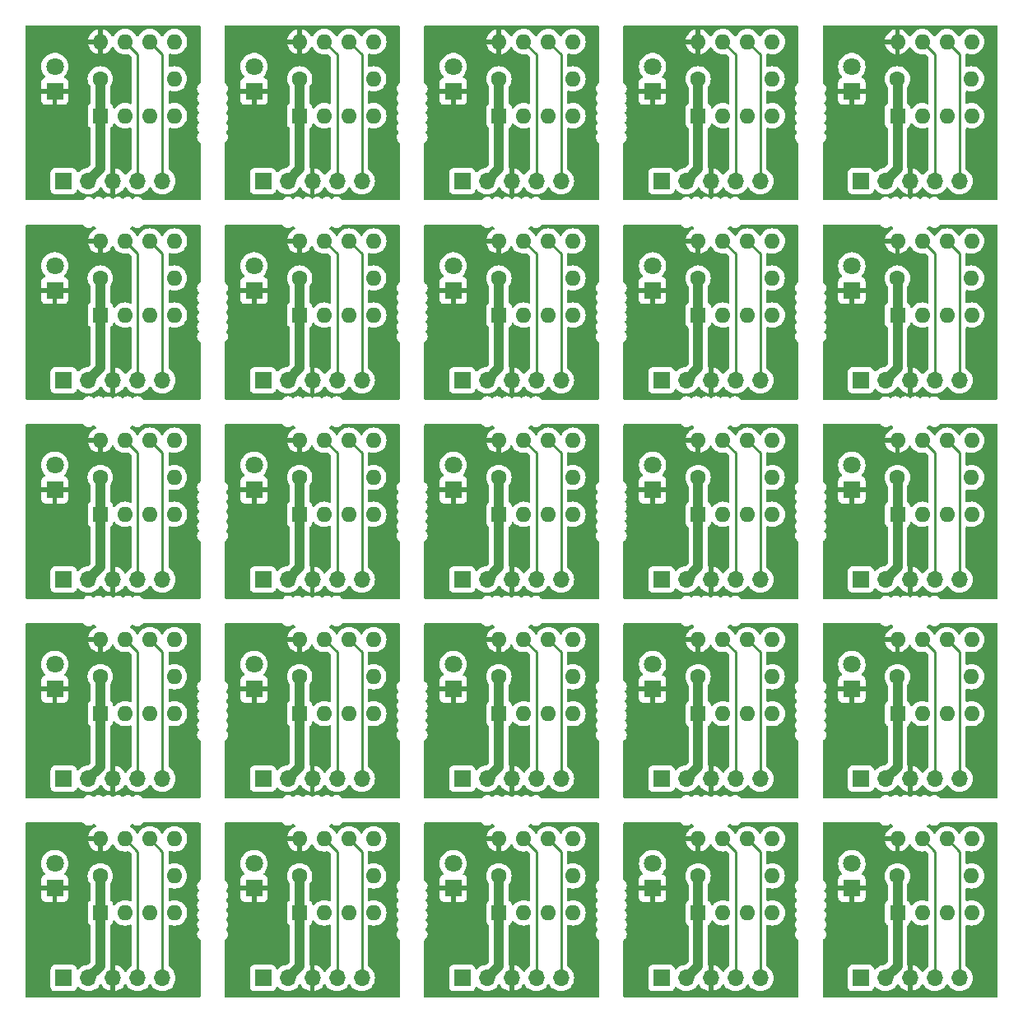
<source format=gbr>
%TF.GenerationSoftware,KiCad,Pcbnew,7.0.6*%
%TF.CreationDate,2023-12-01T18:17:31+09:00*%
%TF.ProjectId,PICWriter_20231201,50494357-7269-4746-9572-5f3230323331,rev?*%
%TF.SameCoordinates,Original*%
%TF.FileFunction,Copper,L1,Top*%
%TF.FilePolarity,Positive*%
%FSLAX46Y46*%
G04 Gerber Fmt 4.6, Leading zero omitted, Abs format (unit mm)*
G04 Created by KiCad (PCBNEW 7.0.6) date 2023-12-01 18:17:31*
%MOMM*%
%LPD*%
G01*
G04 APERTURE LIST*
%TA.AperFunction,ComponentPad*%
%ADD10R,1.800000X1.800000*%
%TD*%
%TA.AperFunction,ComponentPad*%
%ADD11C,1.800000*%
%TD*%
%TA.AperFunction,ComponentPad*%
%ADD12C,1.600000*%
%TD*%
%TA.AperFunction,ComponentPad*%
%ADD13O,1.600000X1.600000*%
%TD*%
%TA.AperFunction,ComponentPad*%
%ADD14R,1.700000X1.700000*%
%TD*%
%TA.AperFunction,ComponentPad*%
%ADD15O,1.700000X1.700000*%
%TD*%
%TA.AperFunction,ComponentPad*%
%ADD16R,1.600000X1.600000*%
%TD*%
%TA.AperFunction,Conductor*%
%ADD17C,1.000000*%
%TD*%
%TA.AperFunction,Conductor*%
%ADD18C,0.250000*%
%TD*%
G04 APERTURE END LIST*
D10*
%TO.P,D1,1,K*%
%TO.N,GND*%
X135000000Y-97775000D03*
D11*
%TO.P,D1,2,A*%
%TO.N,Net-(D1-A)*%
X135000000Y-95235000D03*
%TD*%
D12*
%TO.P,330,1*%
%TO.N,VDD*%
X98690000Y-55500000D03*
D13*
%TO.P,330,2*%
%TO.N,Net-(D1-A)*%
X106310000Y-55500000D03*
%TD*%
D10*
%TO.P,D1,1,K*%
%TO.N,GND*%
X114500000Y-56775000D03*
D11*
%TO.P,D1,2,A*%
%TO.N,Net-(D1-A)*%
X114500000Y-54235000D03*
%TD*%
D14*
%TO.P,J1,1,Pin_1*%
%TO.N,MCLR_VPP*%
X94920000Y-86500000D03*
D15*
%TO.P,J1,2,Pin_2*%
%TO.N,VDD*%
X97460000Y-86500000D03*
%TO.P,J1,3,Pin_3*%
%TO.N,GND*%
X100000000Y-86500000D03*
%TO.P,J1,4,Pin_4*%
%TO.N,ICSPDAT*%
X102540000Y-86500000D03*
%TO.P,J1,5,Pin_5*%
%TO.N,ICSPCLK*%
X105080000Y-86500000D03*
%TD*%
D16*
%TO.P,U1,1,VDD*%
%TO.N,VDD*%
X78200000Y-100300000D03*
D13*
%TO.P,U1,2,GP5*%
%TO.N,unconnected-(U1-GP5-Pad2)*%
X80740000Y-100300000D03*
%TO.P,U1,3,GP4*%
%TO.N,unconnected-(U1-GP4-Pad3)*%
X83280000Y-100300000D03*
%TO.P,U1,4,GP3*%
%TO.N,MCLR_VPP*%
X85820000Y-100300000D03*
%TO.P,U1,5,GP2*%
%TO.N,unconnected-(U1-GP2-Pad5)*%
X85820000Y-92680000D03*
%TO.P,U1,6,GP1*%
%TO.N,ICSPCLK*%
X83280000Y-92680000D03*
%TO.P,U1,7,GP0*%
%TO.N,ICSPDAT*%
X80740000Y-92680000D03*
%TO.P,U1,8,VSS*%
%TO.N,GND*%
X78200000Y-92680000D03*
%TD*%
D14*
%TO.P,J1,1,Pin_1*%
%TO.N,MCLR_VPP*%
X74420000Y-107000000D03*
D15*
%TO.P,J1,2,Pin_2*%
%TO.N,VDD*%
X76960000Y-107000000D03*
%TO.P,J1,3,Pin_3*%
%TO.N,GND*%
X79500000Y-107000000D03*
%TO.P,J1,4,Pin_4*%
%TO.N,ICSPDAT*%
X82040000Y-107000000D03*
%TO.P,J1,5,Pin_5*%
%TO.N,ICSPCLK*%
X84580000Y-107000000D03*
%TD*%
D16*
%TO.P,U1,1,VDD*%
%TO.N,VDD*%
X78200000Y-141300000D03*
D13*
%TO.P,U1,2,GP5*%
%TO.N,unconnected-(U1-GP5-Pad2)*%
X80740000Y-141300000D03*
%TO.P,U1,3,GP4*%
%TO.N,unconnected-(U1-GP4-Pad3)*%
X83280000Y-141300000D03*
%TO.P,U1,4,GP3*%
%TO.N,MCLR_VPP*%
X85820000Y-141300000D03*
%TO.P,U1,5,GP2*%
%TO.N,unconnected-(U1-GP2-Pad5)*%
X85820000Y-133680000D03*
%TO.P,U1,6,GP1*%
%TO.N,ICSPCLK*%
X83280000Y-133680000D03*
%TO.P,U1,7,GP0*%
%TO.N,ICSPDAT*%
X80740000Y-133680000D03*
%TO.P,U1,8,VSS*%
%TO.N,GND*%
X78200000Y-133680000D03*
%TD*%
D12*
%TO.P,330,1*%
%TO.N,VDD*%
X57690000Y-55500000D03*
D13*
%TO.P,330,2*%
%TO.N,Net-(D1-A)*%
X65310000Y-55500000D03*
%TD*%
D10*
%TO.P,D1,1,K*%
%TO.N,GND*%
X73500000Y-97775000D03*
D11*
%TO.P,D1,2,A*%
%TO.N,Net-(D1-A)*%
X73500000Y-95235000D03*
%TD*%
D10*
%TO.P,D1,1,K*%
%TO.N,GND*%
X94000000Y-97775000D03*
D11*
%TO.P,D1,2,A*%
%TO.N,Net-(D1-A)*%
X94000000Y-95235000D03*
%TD*%
D10*
%TO.P,D1,1,K*%
%TO.N,GND*%
X53000000Y-77275000D03*
D11*
%TO.P,D1,2,A*%
%TO.N,Net-(D1-A)*%
X53000000Y-74735000D03*
%TD*%
D14*
%TO.P,J1,1,Pin_1*%
%TO.N,MCLR_VPP*%
X115420000Y-127500000D03*
D15*
%TO.P,J1,2,Pin_2*%
%TO.N,VDD*%
X117960000Y-127500000D03*
%TO.P,J1,3,Pin_3*%
%TO.N,GND*%
X120500000Y-127500000D03*
%TO.P,J1,4,Pin_4*%
%TO.N,ICSPDAT*%
X123040000Y-127500000D03*
%TO.P,J1,5,Pin_5*%
%TO.N,ICSPCLK*%
X125580000Y-127500000D03*
%TD*%
D16*
%TO.P,U1,1,VDD*%
%TO.N,VDD*%
X98700000Y-79800000D03*
D13*
%TO.P,U1,2,GP5*%
%TO.N,unconnected-(U1-GP5-Pad2)*%
X101240000Y-79800000D03*
%TO.P,U1,3,GP4*%
%TO.N,unconnected-(U1-GP4-Pad3)*%
X103780000Y-79800000D03*
%TO.P,U1,4,GP3*%
%TO.N,MCLR_VPP*%
X106320000Y-79800000D03*
%TO.P,U1,5,GP2*%
%TO.N,unconnected-(U1-GP2-Pad5)*%
X106320000Y-72180000D03*
%TO.P,U1,6,GP1*%
%TO.N,ICSPCLK*%
X103780000Y-72180000D03*
%TO.P,U1,7,GP0*%
%TO.N,ICSPDAT*%
X101240000Y-72180000D03*
%TO.P,U1,8,VSS*%
%TO.N,GND*%
X98700000Y-72180000D03*
%TD*%
D12*
%TO.P,330,1*%
%TO.N,VDD*%
X139690000Y-76000000D03*
D13*
%TO.P,330,2*%
%TO.N,Net-(D1-A)*%
X147310000Y-76000000D03*
%TD*%
D14*
%TO.P,J1,1,Pin_1*%
%TO.N,MCLR_VPP*%
X53920000Y-66000000D03*
D15*
%TO.P,J1,2,Pin_2*%
%TO.N,VDD*%
X56460000Y-66000000D03*
%TO.P,J1,3,Pin_3*%
%TO.N,GND*%
X59000000Y-66000000D03*
%TO.P,J1,4,Pin_4*%
%TO.N,ICSPDAT*%
X61540000Y-66000000D03*
%TO.P,J1,5,Pin_5*%
%TO.N,ICSPCLK*%
X64080000Y-66000000D03*
%TD*%
D16*
%TO.P,U1,1,VDD*%
%TO.N,VDD*%
X139700000Y-100300000D03*
D13*
%TO.P,U1,2,GP5*%
%TO.N,unconnected-(U1-GP5-Pad2)*%
X142240000Y-100300000D03*
%TO.P,U1,3,GP4*%
%TO.N,unconnected-(U1-GP4-Pad3)*%
X144780000Y-100300000D03*
%TO.P,U1,4,GP3*%
%TO.N,MCLR_VPP*%
X147320000Y-100300000D03*
%TO.P,U1,5,GP2*%
%TO.N,unconnected-(U1-GP2-Pad5)*%
X147320000Y-92680000D03*
%TO.P,U1,6,GP1*%
%TO.N,ICSPCLK*%
X144780000Y-92680000D03*
%TO.P,U1,7,GP0*%
%TO.N,ICSPDAT*%
X142240000Y-92680000D03*
%TO.P,U1,8,VSS*%
%TO.N,GND*%
X139700000Y-92680000D03*
%TD*%
D10*
%TO.P,D1,1,K*%
%TO.N,GND*%
X135000000Y-56775000D03*
D11*
%TO.P,D1,2,A*%
%TO.N,Net-(D1-A)*%
X135000000Y-54235000D03*
%TD*%
D16*
%TO.P,U1,1,VDD*%
%TO.N,VDD*%
X57700000Y-120800000D03*
D13*
%TO.P,U1,2,GP5*%
%TO.N,unconnected-(U1-GP5-Pad2)*%
X60240000Y-120800000D03*
%TO.P,U1,3,GP4*%
%TO.N,unconnected-(U1-GP4-Pad3)*%
X62780000Y-120800000D03*
%TO.P,U1,4,GP3*%
%TO.N,MCLR_VPP*%
X65320000Y-120800000D03*
%TO.P,U1,5,GP2*%
%TO.N,unconnected-(U1-GP2-Pad5)*%
X65320000Y-113180000D03*
%TO.P,U1,6,GP1*%
%TO.N,ICSPCLK*%
X62780000Y-113180000D03*
%TO.P,U1,7,GP0*%
%TO.N,ICSPDAT*%
X60240000Y-113180000D03*
%TO.P,U1,8,VSS*%
%TO.N,GND*%
X57700000Y-113180000D03*
%TD*%
D10*
%TO.P,D1,1,K*%
%TO.N,GND*%
X135000000Y-118275000D03*
D11*
%TO.P,D1,2,A*%
%TO.N,Net-(D1-A)*%
X135000000Y-115735000D03*
%TD*%
D16*
%TO.P,U1,1,VDD*%
%TO.N,VDD*%
X119200000Y-120800000D03*
D13*
%TO.P,U1,2,GP5*%
%TO.N,unconnected-(U1-GP5-Pad2)*%
X121740000Y-120800000D03*
%TO.P,U1,3,GP4*%
%TO.N,unconnected-(U1-GP4-Pad3)*%
X124280000Y-120800000D03*
%TO.P,U1,4,GP3*%
%TO.N,MCLR_VPP*%
X126820000Y-120800000D03*
%TO.P,U1,5,GP2*%
%TO.N,unconnected-(U1-GP2-Pad5)*%
X126820000Y-113180000D03*
%TO.P,U1,6,GP1*%
%TO.N,ICSPCLK*%
X124280000Y-113180000D03*
%TO.P,U1,7,GP0*%
%TO.N,ICSPDAT*%
X121740000Y-113180000D03*
%TO.P,U1,8,VSS*%
%TO.N,GND*%
X119200000Y-113180000D03*
%TD*%
D14*
%TO.P,J1,1,Pin_1*%
%TO.N,MCLR_VPP*%
X115420000Y-86500000D03*
D15*
%TO.P,J1,2,Pin_2*%
%TO.N,VDD*%
X117960000Y-86500000D03*
%TO.P,J1,3,Pin_3*%
%TO.N,GND*%
X120500000Y-86500000D03*
%TO.P,J1,4,Pin_4*%
%TO.N,ICSPDAT*%
X123040000Y-86500000D03*
%TO.P,J1,5,Pin_5*%
%TO.N,ICSPCLK*%
X125580000Y-86500000D03*
%TD*%
D10*
%TO.P,D1,1,K*%
%TO.N,GND*%
X53000000Y-97775000D03*
D11*
%TO.P,D1,2,A*%
%TO.N,Net-(D1-A)*%
X53000000Y-95235000D03*
%TD*%
D12*
%TO.P,330,1*%
%TO.N,VDD*%
X119190000Y-117000000D03*
D13*
%TO.P,330,2*%
%TO.N,Net-(D1-A)*%
X126810000Y-117000000D03*
%TD*%
D16*
%TO.P,U1,1,VDD*%
%TO.N,VDD*%
X98700000Y-120800000D03*
D13*
%TO.P,U1,2,GP5*%
%TO.N,unconnected-(U1-GP5-Pad2)*%
X101240000Y-120800000D03*
%TO.P,U1,3,GP4*%
%TO.N,unconnected-(U1-GP4-Pad3)*%
X103780000Y-120800000D03*
%TO.P,U1,4,GP3*%
%TO.N,MCLR_VPP*%
X106320000Y-120800000D03*
%TO.P,U1,5,GP2*%
%TO.N,unconnected-(U1-GP2-Pad5)*%
X106320000Y-113180000D03*
%TO.P,U1,6,GP1*%
%TO.N,ICSPCLK*%
X103780000Y-113180000D03*
%TO.P,U1,7,GP0*%
%TO.N,ICSPDAT*%
X101240000Y-113180000D03*
%TO.P,U1,8,VSS*%
%TO.N,GND*%
X98700000Y-113180000D03*
%TD*%
D10*
%TO.P,D1,1,K*%
%TO.N,GND*%
X73500000Y-138775000D03*
D11*
%TO.P,D1,2,A*%
%TO.N,Net-(D1-A)*%
X73500000Y-136235000D03*
%TD*%
D10*
%TO.P,D1,1,K*%
%TO.N,GND*%
X94000000Y-118275000D03*
D11*
%TO.P,D1,2,A*%
%TO.N,Net-(D1-A)*%
X94000000Y-115735000D03*
%TD*%
D12*
%TO.P,330,1*%
%TO.N,VDD*%
X139690000Y-55500000D03*
D13*
%TO.P,330,2*%
%TO.N,Net-(D1-A)*%
X147310000Y-55500000D03*
%TD*%
D10*
%TO.P,D1,1,K*%
%TO.N,GND*%
X94000000Y-138775000D03*
D11*
%TO.P,D1,2,A*%
%TO.N,Net-(D1-A)*%
X94000000Y-136235000D03*
%TD*%
D12*
%TO.P,330,1*%
%TO.N,VDD*%
X139690000Y-117000000D03*
D13*
%TO.P,330,2*%
%TO.N,Net-(D1-A)*%
X147310000Y-117000000D03*
%TD*%
D10*
%TO.P,D1,1,K*%
%TO.N,GND*%
X53000000Y-56775000D03*
D11*
%TO.P,D1,2,A*%
%TO.N,Net-(D1-A)*%
X53000000Y-54235000D03*
%TD*%
D14*
%TO.P,J1,1,Pin_1*%
%TO.N,MCLR_VPP*%
X74420000Y-148000000D03*
D15*
%TO.P,J1,2,Pin_2*%
%TO.N,VDD*%
X76960000Y-148000000D03*
%TO.P,J1,3,Pin_3*%
%TO.N,GND*%
X79500000Y-148000000D03*
%TO.P,J1,4,Pin_4*%
%TO.N,ICSPDAT*%
X82040000Y-148000000D03*
%TO.P,J1,5,Pin_5*%
%TO.N,ICSPCLK*%
X84580000Y-148000000D03*
%TD*%
D14*
%TO.P,J1,1,Pin_1*%
%TO.N,MCLR_VPP*%
X53920000Y-127500000D03*
D15*
%TO.P,J1,2,Pin_2*%
%TO.N,VDD*%
X56460000Y-127500000D03*
%TO.P,J1,3,Pin_3*%
%TO.N,GND*%
X59000000Y-127500000D03*
%TO.P,J1,4,Pin_4*%
%TO.N,ICSPDAT*%
X61540000Y-127500000D03*
%TO.P,J1,5,Pin_5*%
%TO.N,ICSPCLK*%
X64080000Y-127500000D03*
%TD*%
D14*
%TO.P,J1,1,Pin_1*%
%TO.N,MCLR_VPP*%
X115420000Y-107000000D03*
D15*
%TO.P,J1,2,Pin_2*%
%TO.N,VDD*%
X117960000Y-107000000D03*
%TO.P,J1,3,Pin_3*%
%TO.N,GND*%
X120500000Y-107000000D03*
%TO.P,J1,4,Pin_4*%
%TO.N,ICSPDAT*%
X123040000Y-107000000D03*
%TO.P,J1,5,Pin_5*%
%TO.N,ICSPCLK*%
X125580000Y-107000000D03*
%TD*%
D16*
%TO.P,U1,1,VDD*%
%TO.N,VDD*%
X78200000Y-120800000D03*
D13*
%TO.P,U1,2,GP5*%
%TO.N,unconnected-(U1-GP5-Pad2)*%
X80740000Y-120800000D03*
%TO.P,U1,3,GP4*%
%TO.N,unconnected-(U1-GP4-Pad3)*%
X83280000Y-120800000D03*
%TO.P,U1,4,GP3*%
%TO.N,MCLR_VPP*%
X85820000Y-120800000D03*
%TO.P,U1,5,GP2*%
%TO.N,unconnected-(U1-GP2-Pad5)*%
X85820000Y-113180000D03*
%TO.P,U1,6,GP1*%
%TO.N,ICSPCLK*%
X83280000Y-113180000D03*
%TO.P,U1,7,GP0*%
%TO.N,ICSPDAT*%
X80740000Y-113180000D03*
%TO.P,U1,8,VSS*%
%TO.N,GND*%
X78200000Y-113180000D03*
%TD*%
D14*
%TO.P,J1,1,Pin_1*%
%TO.N,MCLR_VPP*%
X53920000Y-86500000D03*
D15*
%TO.P,J1,2,Pin_2*%
%TO.N,VDD*%
X56460000Y-86500000D03*
%TO.P,J1,3,Pin_3*%
%TO.N,GND*%
X59000000Y-86500000D03*
%TO.P,J1,4,Pin_4*%
%TO.N,ICSPDAT*%
X61540000Y-86500000D03*
%TO.P,J1,5,Pin_5*%
%TO.N,ICSPCLK*%
X64080000Y-86500000D03*
%TD*%
D10*
%TO.P,D1,1,K*%
%TO.N,GND*%
X73500000Y-77275000D03*
D11*
%TO.P,D1,2,A*%
%TO.N,Net-(D1-A)*%
X73500000Y-74735000D03*
%TD*%
D16*
%TO.P,U1,1,VDD*%
%TO.N,VDD*%
X119200000Y-100300000D03*
D13*
%TO.P,U1,2,GP5*%
%TO.N,unconnected-(U1-GP5-Pad2)*%
X121740000Y-100300000D03*
%TO.P,U1,3,GP4*%
%TO.N,unconnected-(U1-GP4-Pad3)*%
X124280000Y-100300000D03*
%TO.P,U1,4,GP3*%
%TO.N,MCLR_VPP*%
X126820000Y-100300000D03*
%TO.P,U1,5,GP2*%
%TO.N,unconnected-(U1-GP2-Pad5)*%
X126820000Y-92680000D03*
%TO.P,U1,6,GP1*%
%TO.N,ICSPCLK*%
X124280000Y-92680000D03*
%TO.P,U1,7,GP0*%
%TO.N,ICSPDAT*%
X121740000Y-92680000D03*
%TO.P,U1,8,VSS*%
%TO.N,GND*%
X119200000Y-92680000D03*
%TD*%
D14*
%TO.P,J1,1,Pin_1*%
%TO.N,MCLR_VPP*%
X115420000Y-66000000D03*
D15*
%TO.P,J1,2,Pin_2*%
%TO.N,VDD*%
X117960000Y-66000000D03*
%TO.P,J1,3,Pin_3*%
%TO.N,GND*%
X120500000Y-66000000D03*
%TO.P,J1,4,Pin_4*%
%TO.N,ICSPDAT*%
X123040000Y-66000000D03*
%TO.P,J1,5,Pin_5*%
%TO.N,ICSPCLK*%
X125580000Y-66000000D03*
%TD*%
D12*
%TO.P,330,1*%
%TO.N,VDD*%
X139690000Y-137500000D03*
D13*
%TO.P,330,2*%
%TO.N,Net-(D1-A)*%
X147310000Y-137500000D03*
%TD*%
D16*
%TO.P,U1,1,VDD*%
%TO.N,VDD*%
X57700000Y-100300000D03*
D13*
%TO.P,U1,2,GP5*%
%TO.N,unconnected-(U1-GP5-Pad2)*%
X60240000Y-100300000D03*
%TO.P,U1,3,GP4*%
%TO.N,unconnected-(U1-GP4-Pad3)*%
X62780000Y-100300000D03*
%TO.P,U1,4,GP3*%
%TO.N,MCLR_VPP*%
X65320000Y-100300000D03*
%TO.P,U1,5,GP2*%
%TO.N,unconnected-(U1-GP2-Pad5)*%
X65320000Y-92680000D03*
%TO.P,U1,6,GP1*%
%TO.N,ICSPCLK*%
X62780000Y-92680000D03*
%TO.P,U1,7,GP0*%
%TO.N,ICSPDAT*%
X60240000Y-92680000D03*
%TO.P,U1,8,VSS*%
%TO.N,GND*%
X57700000Y-92680000D03*
%TD*%
D10*
%TO.P,D1,1,K*%
%TO.N,GND*%
X53000000Y-138775000D03*
D11*
%TO.P,D1,2,A*%
%TO.N,Net-(D1-A)*%
X53000000Y-136235000D03*
%TD*%
D12*
%TO.P,330,1*%
%TO.N,VDD*%
X78190000Y-137500000D03*
D13*
%TO.P,330,2*%
%TO.N,Net-(D1-A)*%
X85810000Y-137500000D03*
%TD*%
D12*
%TO.P,330,1*%
%TO.N,VDD*%
X119190000Y-96500000D03*
D13*
%TO.P,330,2*%
%TO.N,Net-(D1-A)*%
X126810000Y-96500000D03*
%TD*%
D14*
%TO.P,J1,1,Pin_1*%
%TO.N,MCLR_VPP*%
X94920000Y-148000000D03*
D15*
%TO.P,J1,2,Pin_2*%
%TO.N,VDD*%
X97460000Y-148000000D03*
%TO.P,J1,3,Pin_3*%
%TO.N,GND*%
X100000000Y-148000000D03*
%TO.P,J1,4,Pin_4*%
%TO.N,ICSPDAT*%
X102540000Y-148000000D03*
%TO.P,J1,5,Pin_5*%
%TO.N,ICSPCLK*%
X105080000Y-148000000D03*
%TD*%
D10*
%TO.P,D1,1,K*%
%TO.N,GND*%
X94000000Y-56775000D03*
D11*
%TO.P,D1,2,A*%
%TO.N,Net-(D1-A)*%
X94000000Y-54235000D03*
%TD*%
D16*
%TO.P,U1,1,VDD*%
%TO.N,VDD*%
X98700000Y-59300000D03*
D13*
%TO.P,U1,2,GP5*%
%TO.N,unconnected-(U1-GP5-Pad2)*%
X101240000Y-59300000D03*
%TO.P,U1,3,GP4*%
%TO.N,unconnected-(U1-GP4-Pad3)*%
X103780000Y-59300000D03*
%TO.P,U1,4,GP3*%
%TO.N,MCLR_VPP*%
X106320000Y-59300000D03*
%TO.P,U1,5,GP2*%
%TO.N,unconnected-(U1-GP2-Pad5)*%
X106320000Y-51680000D03*
%TO.P,U1,6,GP1*%
%TO.N,ICSPCLK*%
X103780000Y-51680000D03*
%TO.P,U1,7,GP0*%
%TO.N,ICSPDAT*%
X101240000Y-51680000D03*
%TO.P,U1,8,VSS*%
%TO.N,GND*%
X98700000Y-51680000D03*
%TD*%
D16*
%TO.P,U1,1,VDD*%
%TO.N,VDD*%
X57700000Y-141300000D03*
D13*
%TO.P,U1,2,GP5*%
%TO.N,unconnected-(U1-GP5-Pad2)*%
X60240000Y-141300000D03*
%TO.P,U1,3,GP4*%
%TO.N,unconnected-(U1-GP4-Pad3)*%
X62780000Y-141300000D03*
%TO.P,U1,4,GP3*%
%TO.N,MCLR_VPP*%
X65320000Y-141300000D03*
%TO.P,U1,5,GP2*%
%TO.N,unconnected-(U1-GP2-Pad5)*%
X65320000Y-133680000D03*
%TO.P,U1,6,GP1*%
%TO.N,ICSPCLK*%
X62780000Y-133680000D03*
%TO.P,U1,7,GP0*%
%TO.N,ICSPDAT*%
X60240000Y-133680000D03*
%TO.P,U1,8,VSS*%
%TO.N,GND*%
X57700000Y-133680000D03*
%TD*%
D16*
%TO.P,U1,1,VDD*%
%TO.N,VDD*%
X139700000Y-59300000D03*
D13*
%TO.P,U1,2,GP5*%
%TO.N,unconnected-(U1-GP5-Pad2)*%
X142240000Y-59300000D03*
%TO.P,U1,3,GP4*%
%TO.N,unconnected-(U1-GP4-Pad3)*%
X144780000Y-59300000D03*
%TO.P,U1,4,GP3*%
%TO.N,MCLR_VPP*%
X147320000Y-59300000D03*
%TO.P,U1,5,GP2*%
%TO.N,unconnected-(U1-GP2-Pad5)*%
X147320000Y-51680000D03*
%TO.P,U1,6,GP1*%
%TO.N,ICSPCLK*%
X144780000Y-51680000D03*
%TO.P,U1,7,GP0*%
%TO.N,ICSPDAT*%
X142240000Y-51680000D03*
%TO.P,U1,8,VSS*%
%TO.N,GND*%
X139700000Y-51680000D03*
%TD*%
D16*
%TO.P,U1,1,VDD*%
%TO.N,VDD*%
X119200000Y-141300000D03*
D13*
%TO.P,U1,2,GP5*%
%TO.N,unconnected-(U1-GP5-Pad2)*%
X121740000Y-141300000D03*
%TO.P,U1,3,GP4*%
%TO.N,unconnected-(U1-GP4-Pad3)*%
X124280000Y-141300000D03*
%TO.P,U1,4,GP3*%
%TO.N,MCLR_VPP*%
X126820000Y-141300000D03*
%TO.P,U1,5,GP2*%
%TO.N,unconnected-(U1-GP2-Pad5)*%
X126820000Y-133680000D03*
%TO.P,U1,6,GP1*%
%TO.N,ICSPCLK*%
X124280000Y-133680000D03*
%TO.P,U1,7,GP0*%
%TO.N,ICSPDAT*%
X121740000Y-133680000D03*
%TO.P,U1,8,VSS*%
%TO.N,GND*%
X119200000Y-133680000D03*
%TD*%
D14*
%TO.P,J1,1,Pin_1*%
%TO.N,MCLR_VPP*%
X74420000Y-66000000D03*
D15*
%TO.P,J1,2,Pin_2*%
%TO.N,VDD*%
X76960000Y-66000000D03*
%TO.P,J1,3,Pin_3*%
%TO.N,GND*%
X79500000Y-66000000D03*
%TO.P,J1,4,Pin_4*%
%TO.N,ICSPDAT*%
X82040000Y-66000000D03*
%TO.P,J1,5,Pin_5*%
%TO.N,ICSPCLK*%
X84580000Y-66000000D03*
%TD*%
D10*
%TO.P,D1,1,K*%
%TO.N,GND*%
X135000000Y-77275000D03*
D11*
%TO.P,D1,2,A*%
%TO.N,Net-(D1-A)*%
X135000000Y-74735000D03*
%TD*%
D12*
%TO.P,330,1*%
%TO.N,VDD*%
X57690000Y-137500000D03*
D13*
%TO.P,330,2*%
%TO.N,Net-(D1-A)*%
X65310000Y-137500000D03*
%TD*%
D14*
%TO.P,J1,1,Pin_1*%
%TO.N,MCLR_VPP*%
X135920000Y-86500000D03*
D15*
%TO.P,J1,2,Pin_2*%
%TO.N,VDD*%
X138460000Y-86500000D03*
%TO.P,J1,3,Pin_3*%
%TO.N,GND*%
X141000000Y-86500000D03*
%TO.P,J1,4,Pin_4*%
%TO.N,ICSPDAT*%
X143540000Y-86500000D03*
%TO.P,J1,5,Pin_5*%
%TO.N,ICSPCLK*%
X146080000Y-86500000D03*
%TD*%
D14*
%TO.P,J1,1,Pin_1*%
%TO.N,MCLR_VPP*%
X115420000Y-148000000D03*
D15*
%TO.P,J1,2,Pin_2*%
%TO.N,VDD*%
X117960000Y-148000000D03*
%TO.P,J1,3,Pin_3*%
%TO.N,GND*%
X120500000Y-148000000D03*
%TO.P,J1,4,Pin_4*%
%TO.N,ICSPDAT*%
X123040000Y-148000000D03*
%TO.P,J1,5,Pin_5*%
%TO.N,ICSPCLK*%
X125580000Y-148000000D03*
%TD*%
D10*
%TO.P,D1,1,K*%
%TO.N,GND*%
X114500000Y-138775000D03*
D11*
%TO.P,D1,2,A*%
%TO.N,Net-(D1-A)*%
X114500000Y-136235000D03*
%TD*%
D14*
%TO.P,J1,1,Pin_1*%
%TO.N,MCLR_VPP*%
X94920000Y-107000000D03*
D15*
%TO.P,J1,2,Pin_2*%
%TO.N,VDD*%
X97460000Y-107000000D03*
%TO.P,J1,3,Pin_3*%
%TO.N,GND*%
X100000000Y-107000000D03*
%TO.P,J1,4,Pin_4*%
%TO.N,ICSPDAT*%
X102540000Y-107000000D03*
%TO.P,J1,5,Pin_5*%
%TO.N,ICSPCLK*%
X105080000Y-107000000D03*
%TD*%
D14*
%TO.P,J1,1,Pin_1*%
%TO.N,MCLR_VPP*%
X135920000Y-66000000D03*
D15*
%TO.P,J1,2,Pin_2*%
%TO.N,VDD*%
X138460000Y-66000000D03*
%TO.P,J1,3,Pin_3*%
%TO.N,GND*%
X141000000Y-66000000D03*
%TO.P,J1,4,Pin_4*%
%TO.N,ICSPDAT*%
X143540000Y-66000000D03*
%TO.P,J1,5,Pin_5*%
%TO.N,ICSPCLK*%
X146080000Y-66000000D03*
%TD*%
D10*
%TO.P,D1,1,K*%
%TO.N,GND*%
X114500000Y-118275000D03*
D11*
%TO.P,D1,2,A*%
%TO.N,Net-(D1-A)*%
X114500000Y-115735000D03*
%TD*%
D14*
%TO.P,J1,1,Pin_1*%
%TO.N,MCLR_VPP*%
X135920000Y-127500000D03*
D15*
%TO.P,J1,2,Pin_2*%
%TO.N,VDD*%
X138460000Y-127500000D03*
%TO.P,J1,3,Pin_3*%
%TO.N,GND*%
X141000000Y-127500000D03*
%TO.P,J1,4,Pin_4*%
%TO.N,ICSPDAT*%
X143540000Y-127500000D03*
%TO.P,J1,5,Pin_5*%
%TO.N,ICSPCLK*%
X146080000Y-127500000D03*
%TD*%
D16*
%TO.P,U1,1,VDD*%
%TO.N,VDD*%
X139700000Y-79800000D03*
D13*
%TO.P,U1,2,GP5*%
%TO.N,unconnected-(U1-GP5-Pad2)*%
X142240000Y-79800000D03*
%TO.P,U1,3,GP4*%
%TO.N,unconnected-(U1-GP4-Pad3)*%
X144780000Y-79800000D03*
%TO.P,U1,4,GP3*%
%TO.N,MCLR_VPP*%
X147320000Y-79800000D03*
%TO.P,U1,5,GP2*%
%TO.N,unconnected-(U1-GP2-Pad5)*%
X147320000Y-72180000D03*
%TO.P,U1,6,GP1*%
%TO.N,ICSPCLK*%
X144780000Y-72180000D03*
%TO.P,U1,7,GP0*%
%TO.N,ICSPDAT*%
X142240000Y-72180000D03*
%TO.P,U1,8,VSS*%
%TO.N,GND*%
X139700000Y-72180000D03*
%TD*%
D16*
%TO.P,U1,1,VDD*%
%TO.N,VDD*%
X78200000Y-79800000D03*
D13*
%TO.P,U1,2,GP5*%
%TO.N,unconnected-(U1-GP5-Pad2)*%
X80740000Y-79800000D03*
%TO.P,U1,3,GP4*%
%TO.N,unconnected-(U1-GP4-Pad3)*%
X83280000Y-79800000D03*
%TO.P,U1,4,GP3*%
%TO.N,MCLR_VPP*%
X85820000Y-79800000D03*
%TO.P,U1,5,GP2*%
%TO.N,unconnected-(U1-GP2-Pad5)*%
X85820000Y-72180000D03*
%TO.P,U1,6,GP1*%
%TO.N,ICSPCLK*%
X83280000Y-72180000D03*
%TO.P,U1,7,GP0*%
%TO.N,ICSPDAT*%
X80740000Y-72180000D03*
%TO.P,U1,8,VSS*%
%TO.N,GND*%
X78200000Y-72180000D03*
%TD*%
D10*
%TO.P,D1,1,K*%
%TO.N,GND*%
X135000000Y-138775000D03*
D11*
%TO.P,D1,2,A*%
%TO.N,Net-(D1-A)*%
X135000000Y-136235000D03*
%TD*%
D14*
%TO.P,J1,1,Pin_1*%
%TO.N,MCLR_VPP*%
X94920000Y-127500000D03*
D15*
%TO.P,J1,2,Pin_2*%
%TO.N,VDD*%
X97460000Y-127500000D03*
%TO.P,J1,3,Pin_3*%
%TO.N,GND*%
X100000000Y-127500000D03*
%TO.P,J1,4,Pin_4*%
%TO.N,ICSPDAT*%
X102540000Y-127500000D03*
%TO.P,J1,5,Pin_5*%
%TO.N,ICSPCLK*%
X105080000Y-127500000D03*
%TD*%
D12*
%TO.P,330,1*%
%TO.N,VDD*%
X78190000Y-117000000D03*
D13*
%TO.P,330,2*%
%TO.N,Net-(D1-A)*%
X85810000Y-117000000D03*
%TD*%
D14*
%TO.P,J1,1,Pin_1*%
%TO.N,MCLR_VPP*%
X135920000Y-107000000D03*
D15*
%TO.P,J1,2,Pin_2*%
%TO.N,VDD*%
X138460000Y-107000000D03*
%TO.P,J1,3,Pin_3*%
%TO.N,GND*%
X141000000Y-107000000D03*
%TO.P,J1,4,Pin_4*%
%TO.N,ICSPDAT*%
X143540000Y-107000000D03*
%TO.P,J1,5,Pin_5*%
%TO.N,ICSPCLK*%
X146080000Y-107000000D03*
%TD*%
D16*
%TO.P,U1,1,VDD*%
%TO.N,VDD*%
X98700000Y-141300000D03*
D13*
%TO.P,U1,2,GP5*%
%TO.N,unconnected-(U1-GP5-Pad2)*%
X101240000Y-141300000D03*
%TO.P,U1,3,GP4*%
%TO.N,unconnected-(U1-GP4-Pad3)*%
X103780000Y-141300000D03*
%TO.P,U1,4,GP3*%
%TO.N,MCLR_VPP*%
X106320000Y-141300000D03*
%TO.P,U1,5,GP2*%
%TO.N,unconnected-(U1-GP2-Pad5)*%
X106320000Y-133680000D03*
%TO.P,U1,6,GP1*%
%TO.N,ICSPCLK*%
X103780000Y-133680000D03*
%TO.P,U1,7,GP0*%
%TO.N,ICSPDAT*%
X101240000Y-133680000D03*
%TO.P,U1,8,VSS*%
%TO.N,GND*%
X98700000Y-133680000D03*
%TD*%
D16*
%TO.P,U1,1,VDD*%
%TO.N,VDD*%
X139700000Y-141300000D03*
D13*
%TO.P,U1,2,GP5*%
%TO.N,unconnected-(U1-GP5-Pad2)*%
X142240000Y-141300000D03*
%TO.P,U1,3,GP4*%
%TO.N,unconnected-(U1-GP4-Pad3)*%
X144780000Y-141300000D03*
%TO.P,U1,4,GP3*%
%TO.N,MCLR_VPP*%
X147320000Y-141300000D03*
%TO.P,U1,5,GP2*%
%TO.N,unconnected-(U1-GP2-Pad5)*%
X147320000Y-133680000D03*
%TO.P,U1,6,GP1*%
%TO.N,ICSPCLK*%
X144780000Y-133680000D03*
%TO.P,U1,7,GP0*%
%TO.N,ICSPDAT*%
X142240000Y-133680000D03*
%TO.P,U1,8,VSS*%
%TO.N,GND*%
X139700000Y-133680000D03*
%TD*%
D12*
%TO.P,330,1*%
%TO.N,VDD*%
X119190000Y-137500000D03*
D13*
%TO.P,330,2*%
%TO.N,Net-(D1-A)*%
X126810000Y-137500000D03*
%TD*%
D14*
%TO.P,J1,1,Pin_1*%
%TO.N,MCLR_VPP*%
X53920000Y-107000000D03*
D15*
%TO.P,J1,2,Pin_2*%
%TO.N,VDD*%
X56460000Y-107000000D03*
%TO.P,J1,3,Pin_3*%
%TO.N,GND*%
X59000000Y-107000000D03*
%TO.P,J1,4,Pin_4*%
%TO.N,ICSPDAT*%
X61540000Y-107000000D03*
%TO.P,J1,5,Pin_5*%
%TO.N,ICSPCLK*%
X64080000Y-107000000D03*
%TD*%
D10*
%TO.P,D1,1,K*%
%TO.N,GND*%
X114500000Y-77275000D03*
D11*
%TO.P,D1,2,A*%
%TO.N,Net-(D1-A)*%
X114500000Y-74735000D03*
%TD*%
D12*
%TO.P,330,1*%
%TO.N,VDD*%
X78190000Y-76000000D03*
D13*
%TO.P,330,2*%
%TO.N,Net-(D1-A)*%
X85810000Y-76000000D03*
%TD*%
D12*
%TO.P,330,1*%
%TO.N,VDD*%
X98690000Y-137500000D03*
D13*
%TO.P,330,2*%
%TO.N,Net-(D1-A)*%
X106310000Y-137500000D03*
%TD*%
D16*
%TO.P,U1,1,VDD*%
%TO.N,VDD*%
X78200000Y-59300000D03*
D13*
%TO.P,U1,2,GP5*%
%TO.N,unconnected-(U1-GP5-Pad2)*%
X80740000Y-59300000D03*
%TO.P,U1,3,GP4*%
%TO.N,unconnected-(U1-GP4-Pad3)*%
X83280000Y-59300000D03*
%TO.P,U1,4,GP3*%
%TO.N,MCLR_VPP*%
X85820000Y-59300000D03*
%TO.P,U1,5,GP2*%
%TO.N,unconnected-(U1-GP2-Pad5)*%
X85820000Y-51680000D03*
%TO.P,U1,6,GP1*%
%TO.N,ICSPCLK*%
X83280000Y-51680000D03*
%TO.P,U1,7,GP0*%
%TO.N,ICSPDAT*%
X80740000Y-51680000D03*
%TO.P,U1,8,VSS*%
%TO.N,GND*%
X78200000Y-51680000D03*
%TD*%
D12*
%TO.P,330,1*%
%TO.N,VDD*%
X119190000Y-55500000D03*
D13*
%TO.P,330,2*%
%TO.N,Net-(D1-A)*%
X126810000Y-55500000D03*
%TD*%
D16*
%TO.P,U1,1,VDD*%
%TO.N,VDD*%
X119200000Y-59300000D03*
D13*
%TO.P,U1,2,GP5*%
%TO.N,unconnected-(U1-GP5-Pad2)*%
X121740000Y-59300000D03*
%TO.P,U1,3,GP4*%
%TO.N,unconnected-(U1-GP4-Pad3)*%
X124280000Y-59300000D03*
%TO.P,U1,4,GP3*%
%TO.N,MCLR_VPP*%
X126820000Y-59300000D03*
%TO.P,U1,5,GP2*%
%TO.N,unconnected-(U1-GP2-Pad5)*%
X126820000Y-51680000D03*
%TO.P,U1,6,GP1*%
%TO.N,ICSPCLK*%
X124280000Y-51680000D03*
%TO.P,U1,7,GP0*%
%TO.N,ICSPDAT*%
X121740000Y-51680000D03*
%TO.P,U1,8,VSS*%
%TO.N,GND*%
X119200000Y-51680000D03*
%TD*%
D16*
%TO.P,U1,1,VDD*%
%TO.N,VDD*%
X119200000Y-79800000D03*
D13*
%TO.P,U1,2,GP5*%
%TO.N,unconnected-(U1-GP5-Pad2)*%
X121740000Y-79800000D03*
%TO.P,U1,3,GP4*%
%TO.N,unconnected-(U1-GP4-Pad3)*%
X124280000Y-79800000D03*
%TO.P,U1,4,GP3*%
%TO.N,MCLR_VPP*%
X126820000Y-79800000D03*
%TO.P,U1,5,GP2*%
%TO.N,unconnected-(U1-GP2-Pad5)*%
X126820000Y-72180000D03*
%TO.P,U1,6,GP1*%
%TO.N,ICSPCLK*%
X124280000Y-72180000D03*
%TO.P,U1,7,GP0*%
%TO.N,ICSPDAT*%
X121740000Y-72180000D03*
%TO.P,U1,8,VSS*%
%TO.N,GND*%
X119200000Y-72180000D03*
%TD*%
D14*
%TO.P,J1,1,Pin_1*%
%TO.N,MCLR_VPP*%
X53920000Y-148000000D03*
D15*
%TO.P,J1,2,Pin_2*%
%TO.N,VDD*%
X56460000Y-148000000D03*
%TO.P,J1,3,Pin_3*%
%TO.N,GND*%
X59000000Y-148000000D03*
%TO.P,J1,4,Pin_4*%
%TO.N,ICSPDAT*%
X61540000Y-148000000D03*
%TO.P,J1,5,Pin_5*%
%TO.N,ICSPCLK*%
X64080000Y-148000000D03*
%TD*%
D14*
%TO.P,J1,1,Pin_1*%
%TO.N,MCLR_VPP*%
X135920000Y-148000000D03*
D15*
%TO.P,J1,2,Pin_2*%
%TO.N,VDD*%
X138460000Y-148000000D03*
%TO.P,J1,3,Pin_3*%
%TO.N,GND*%
X141000000Y-148000000D03*
%TO.P,J1,4,Pin_4*%
%TO.N,ICSPDAT*%
X143540000Y-148000000D03*
%TO.P,J1,5,Pin_5*%
%TO.N,ICSPCLK*%
X146080000Y-148000000D03*
%TD*%
D16*
%TO.P,U1,1,VDD*%
%TO.N,VDD*%
X98700000Y-100300000D03*
D13*
%TO.P,U1,2,GP5*%
%TO.N,unconnected-(U1-GP5-Pad2)*%
X101240000Y-100300000D03*
%TO.P,U1,3,GP4*%
%TO.N,unconnected-(U1-GP4-Pad3)*%
X103780000Y-100300000D03*
%TO.P,U1,4,GP3*%
%TO.N,MCLR_VPP*%
X106320000Y-100300000D03*
%TO.P,U1,5,GP2*%
%TO.N,unconnected-(U1-GP2-Pad5)*%
X106320000Y-92680000D03*
%TO.P,U1,6,GP1*%
%TO.N,ICSPCLK*%
X103780000Y-92680000D03*
%TO.P,U1,7,GP0*%
%TO.N,ICSPDAT*%
X101240000Y-92680000D03*
%TO.P,U1,8,VSS*%
%TO.N,GND*%
X98700000Y-92680000D03*
%TD*%
D12*
%TO.P,330,1*%
%TO.N,VDD*%
X78190000Y-96500000D03*
D13*
%TO.P,330,2*%
%TO.N,Net-(D1-A)*%
X85810000Y-96500000D03*
%TD*%
D16*
%TO.P,U1,1,VDD*%
%TO.N,VDD*%
X139700000Y-120800000D03*
D13*
%TO.P,U1,2,GP5*%
%TO.N,unconnected-(U1-GP5-Pad2)*%
X142240000Y-120800000D03*
%TO.P,U1,3,GP4*%
%TO.N,unconnected-(U1-GP4-Pad3)*%
X144780000Y-120800000D03*
%TO.P,U1,4,GP3*%
%TO.N,MCLR_VPP*%
X147320000Y-120800000D03*
%TO.P,U1,5,GP2*%
%TO.N,unconnected-(U1-GP2-Pad5)*%
X147320000Y-113180000D03*
%TO.P,U1,6,GP1*%
%TO.N,ICSPCLK*%
X144780000Y-113180000D03*
%TO.P,U1,7,GP0*%
%TO.N,ICSPDAT*%
X142240000Y-113180000D03*
%TO.P,U1,8,VSS*%
%TO.N,GND*%
X139700000Y-113180000D03*
%TD*%
D16*
%TO.P,U1,1,VDD*%
%TO.N,VDD*%
X57700000Y-79800000D03*
D13*
%TO.P,U1,2,GP5*%
%TO.N,unconnected-(U1-GP5-Pad2)*%
X60240000Y-79800000D03*
%TO.P,U1,3,GP4*%
%TO.N,unconnected-(U1-GP4-Pad3)*%
X62780000Y-79800000D03*
%TO.P,U1,4,GP3*%
%TO.N,MCLR_VPP*%
X65320000Y-79800000D03*
%TO.P,U1,5,GP2*%
%TO.N,unconnected-(U1-GP2-Pad5)*%
X65320000Y-72180000D03*
%TO.P,U1,6,GP1*%
%TO.N,ICSPCLK*%
X62780000Y-72180000D03*
%TO.P,U1,7,GP0*%
%TO.N,ICSPDAT*%
X60240000Y-72180000D03*
%TO.P,U1,8,VSS*%
%TO.N,GND*%
X57700000Y-72180000D03*
%TD*%
D14*
%TO.P,J1,1,Pin_1*%
%TO.N,MCLR_VPP*%
X74420000Y-86500000D03*
D15*
%TO.P,J1,2,Pin_2*%
%TO.N,VDD*%
X76960000Y-86500000D03*
%TO.P,J1,3,Pin_3*%
%TO.N,GND*%
X79500000Y-86500000D03*
%TO.P,J1,4,Pin_4*%
%TO.N,ICSPDAT*%
X82040000Y-86500000D03*
%TO.P,J1,5,Pin_5*%
%TO.N,ICSPCLK*%
X84580000Y-86500000D03*
%TD*%
D16*
%TO.P,U1,1,VDD*%
%TO.N,VDD*%
X57700000Y-59300000D03*
D13*
%TO.P,U1,2,GP5*%
%TO.N,unconnected-(U1-GP5-Pad2)*%
X60240000Y-59300000D03*
%TO.P,U1,3,GP4*%
%TO.N,unconnected-(U1-GP4-Pad3)*%
X62780000Y-59300000D03*
%TO.P,U1,4,GP3*%
%TO.N,MCLR_VPP*%
X65320000Y-59300000D03*
%TO.P,U1,5,GP2*%
%TO.N,unconnected-(U1-GP2-Pad5)*%
X65320000Y-51680000D03*
%TO.P,U1,6,GP1*%
%TO.N,ICSPCLK*%
X62780000Y-51680000D03*
%TO.P,U1,7,GP0*%
%TO.N,ICSPDAT*%
X60240000Y-51680000D03*
%TO.P,U1,8,VSS*%
%TO.N,GND*%
X57700000Y-51680000D03*
%TD*%
D10*
%TO.P,D1,1,K*%
%TO.N,GND*%
X73500000Y-118275000D03*
D11*
%TO.P,D1,2,A*%
%TO.N,Net-(D1-A)*%
X73500000Y-115735000D03*
%TD*%
D12*
%TO.P,330,1*%
%TO.N,VDD*%
X119190000Y-76000000D03*
D13*
%TO.P,330,2*%
%TO.N,Net-(D1-A)*%
X126810000Y-76000000D03*
%TD*%
D10*
%TO.P,D1,1,K*%
%TO.N,GND*%
X53000000Y-118275000D03*
D11*
%TO.P,D1,2,A*%
%TO.N,Net-(D1-A)*%
X53000000Y-115735000D03*
%TD*%
D12*
%TO.P,330,1*%
%TO.N,VDD*%
X78190000Y-55500000D03*
D13*
%TO.P,330,2*%
%TO.N,Net-(D1-A)*%
X85810000Y-55500000D03*
%TD*%
D14*
%TO.P,J1,1,Pin_1*%
%TO.N,MCLR_VPP*%
X94920000Y-66000000D03*
D15*
%TO.P,J1,2,Pin_2*%
%TO.N,VDD*%
X97460000Y-66000000D03*
%TO.P,J1,3,Pin_3*%
%TO.N,GND*%
X100000000Y-66000000D03*
%TO.P,J1,4,Pin_4*%
%TO.N,ICSPDAT*%
X102540000Y-66000000D03*
%TO.P,J1,5,Pin_5*%
%TO.N,ICSPCLK*%
X105080000Y-66000000D03*
%TD*%
D10*
%TO.P,D1,1,K*%
%TO.N,GND*%
X94000000Y-77275000D03*
D11*
%TO.P,D1,2,A*%
%TO.N,Net-(D1-A)*%
X94000000Y-74735000D03*
%TD*%
D12*
%TO.P,330,1*%
%TO.N,VDD*%
X57690000Y-76000000D03*
D13*
%TO.P,330,2*%
%TO.N,Net-(D1-A)*%
X65310000Y-76000000D03*
%TD*%
D12*
%TO.P,330,1*%
%TO.N,VDD*%
X98690000Y-96500000D03*
D13*
%TO.P,330,2*%
%TO.N,Net-(D1-A)*%
X106310000Y-96500000D03*
%TD*%
D10*
%TO.P,D1,1,K*%
%TO.N,GND*%
X73500000Y-56775000D03*
D11*
%TO.P,D1,2,A*%
%TO.N,Net-(D1-A)*%
X73500000Y-54235000D03*
%TD*%
D12*
%TO.P,330,1*%
%TO.N,VDD*%
X139690000Y-96500000D03*
D13*
%TO.P,330,2*%
%TO.N,Net-(D1-A)*%
X147310000Y-96500000D03*
%TD*%
D10*
%TO.P,D1,1,K*%
%TO.N,GND*%
X114500000Y-97775000D03*
D11*
%TO.P,D1,2,A*%
%TO.N,Net-(D1-A)*%
X114500000Y-95235000D03*
%TD*%
D14*
%TO.P,J1,1,Pin_1*%
%TO.N,MCLR_VPP*%
X74420000Y-127500000D03*
D15*
%TO.P,J1,2,Pin_2*%
%TO.N,VDD*%
X76960000Y-127500000D03*
%TO.P,J1,3,Pin_3*%
%TO.N,GND*%
X79500000Y-127500000D03*
%TO.P,J1,4,Pin_4*%
%TO.N,ICSPDAT*%
X82040000Y-127500000D03*
%TO.P,J1,5,Pin_5*%
%TO.N,ICSPCLK*%
X84580000Y-127500000D03*
%TD*%
D12*
%TO.P,330,1*%
%TO.N,VDD*%
X98690000Y-117000000D03*
D13*
%TO.P,330,2*%
%TO.N,Net-(D1-A)*%
X106310000Y-117000000D03*
%TD*%
D12*
%TO.P,330,1*%
%TO.N,VDD*%
X98690000Y-76000000D03*
D13*
%TO.P,330,2*%
%TO.N,Net-(D1-A)*%
X106310000Y-76000000D03*
%TD*%
D12*
%TO.P,330,1*%
%TO.N,VDD*%
X57690000Y-117000000D03*
D13*
%TO.P,330,2*%
%TO.N,Net-(D1-A)*%
X65310000Y-117000000D03*
%TD*%
D12*
%TO.P,330,1*%
%TO.N,VDD*%
X57690000Y-96500000D03*
D13*
%TO.P,330,2*%
%TO.N,Net-(D1-A)*%
X65310000Y-96500000D03*
%TD*%
D17*
%TO.N,VDD*%
X98700000Y-137510000D02*
X98690000Y-137500000D01*
X139700000Y-85260000D02*
X138460000Y-86500000D01*
X57700000Y-100300000D02*
X57700000Y-105760000D01*
X139700000Y-120800000D02*
X139700000Y-117010000D01*
X119200000Y-55510000D02*
X119190000Y-55500000D01*
X119200000Y-85260000D02*
X117960000Y-86500000D01*
X78200000Y-64760000D02*
X76960000Y-66000000D01*
X139700000Y-120800000D02*
X139700000Y-126260000D01*
X98700000Y-76010000D02*
X98690000Y-76000000D01*
X57700000Y-117010000D02*
X57690000Y-117000000D01*
X119200000Y-141300000D02*
X119200000Y-137510000D01*
X139700000Y-79800000D02*
X139700000Y-76010000D01*
X98700000Y-85260000D02*
X97460000Y-86500000D01*
X98700000Y-146760000D02*
X97460000Y-148000000D01*
X139700000Y-59300000D02*
X139700000Y-55510000D01*
X119200000Y-79800000D02*
X119200000Y-85260000D01*
X78200000Y-76010000D02*
X78190000Y-76000000D01*
X78200000Y-85260000D02*
X76960000Y-86500000D01*
X98700000Y-96510000D02*
X98690000Y-96500000D01*
X119200000Y-120800000D02*
X119200000Y-117010000D01*
X139700000Y-126260000D02*
X138460000Y-127500000D01*
X57700000Y-64760000D02*
X56460000Y-66000000D01*
X139700000Y-55510000D02*
X139690000Y-55500000D01*
X119200000Y-59300000D02*
X119200000Y-55510000D01*
X57700000Y-137510000D02*
X57690000Y-137500000D01*
X119200000Y-100300000D02*
X119200000Y-105760000D01*
X98700000Y-141300000D02*
X98700000Y-137510000D01*
X57700000Y-79800000D02*
X57700000Y-76010000D01*
X139700000Y-64760000D02*
X138460000Y-66000000D01*
X119200000Y-76010000D02*
X119190000Y-76000000D01*
X98700000Y-100300000D02*
X98700000Y-105760000D01*
X57700000Y-96510000D02*
X57690000Y-96500000D01*
X139700000Y-117010000D02*
X139690000Y-117000000D01*
X119200000Y-141300000D02*
X119200000Y-146760000D01*
X78200000Y-117010000D02*
X78190000Y-117000000D01*
X139700000Y-141300000D02*
X139700000Y-146760000D01*
X57700000Y-141300000D02*
X57700000Y-137510000D01*
X119200000Y-79800000D02*
X119200000Y-76010000D01*
X57700000Y-100300000D02*
X57700000Y-96510000D01*
X98700000Y-120800000D02*
X98700000Y-117010000D01*
X119200000Y-96510000D02*
X119190000Y-96500000D01*
X78200000Y-100300000D02*
X78200000Y-96510000D01*
X119200000Y-105760000D02*
X117960000Y-107000000D01*
X139700000Y-100300000D02*
X139700000Y-105760000D01*
X78200000Y-141300000D02*
X78200000Y-137510000D01*
X139700000Y-96510000D02*
X139690000Y-96500000D01*
X57700000Y-59300000D02*
X57700000Y-55510000D01*
X78200000Y-59300000D02*
X78200000Y-55510000D01*
X98700000Y-79800000D02*
X98700000Y-85260000D01*
X98700000Y-141300000D02*
X98700000Y-146760000D01*
X139700000Y-79800000D02*
X139700000Y-85260000D01*
X119200000Y-64760000D02*
X117960000Y-66000000D01*
X78200000Y-100300000D02*
X78200000Y-105760000D01*
X78200000Y-137510000D02*
X78190000Y-137500000D01*
X57700000Y-55510000D02*
X57690000Y-55500000D01*
X57700000Y-79800000D02*
X57700000Y-85260000D01*
X78200000Y-79800000D02*
X78200000Y-76010000D01*
X98700000Y-126260000D02*
X97460000Y-127500000D01*
X57700000Y-141300000D02*
X57700000Y-146760000D01*
X78200000Y-120800000D02*
X78200000Y-126260000D01*
X98700000Y-64760000D02*
X97460000Y-66000000D01*
X78200000Y-105760000D02*
X76960000Y-107000000D01*
X57700000Y-146760000D02*
X56460000Y-148000000D01*
X139700000Y-141300000D02*
X139700000Y-137510000D01*
X139700000Y-105760000D02*
X138460000Y-107000000D01*
X98700000Y-55510000D02*
X98690000Y-55500000D01*
X57700000Y-126260000D02*
X56460000Y-127500000D01*
X139700000Y-137510000D02*
X139690000Y-137500000D01*
X78200000Y-141300000D02*
X78200000Y-146760000D01*
X119200000Y-59300000D02*
X119200000Y-64760000D01*
X78200000Y-59300000D02*
X78200000Y-64760000D01*
X98700000Y-105760000D02*
X97460000Y-107000000D01*
X119200000Y-146760000D02*
X117960000Y-148000000D01*
X98700000Y-100300000D02*
X98700000Y-96510000D01*
X57700000Y-59300000D02*
X57700000Y-64760000D01*
X98700000Y-117010000D02*
X98690000Y-117000000D01*
X57700000Y-120800000D02*
X57700000Y-126260000D01*
X78200000Y-120800000D02*
X78200000Y-117010000D01*
X57700000Y-76010000D02*
X57690000Y-76000000D01*
X57700000Y-85260000D02*
X56460000Y-86500000D01*
X119200000Y-126260000D02*
X117960000Y-127500000D01*
X98700000Y-79800000D02*
X98700000Y-76010000D01*
X57700000Y-105760000D02*
X56460000Y-107000000D01*
X78200000Y-146760000D02*
X76960000Y-148000000D01*
X139700000Y-59300000D02*
X139700000Y-64760000D01*
X57700000Y-120800000D02*
X57700000Y-117010000D01*
X98700000Y-120800000D02*
X98700000Y-126260000D01*
X78200000Y-126260000D02*
X76960000Y-127500000D01*
X119200000Y-117010000D02*
X119190000Y-117000000D01*
X78200000Y-96510000D02*
X78190000Y-96500000D01*
X139700000Y-100300000D02*
X139700000Y-96510000D01*
X78200000Y-55510000D02*
X78190000Y-55500000D01*
X98700000Y-59300000D02*
X98700000Y-55510000D01*
X119200000Y-120800000D02*
X119200000Y-126260000D01*
X139700000Y-146760000D02*
X138460000Y-148000000D01*
X119200000Y-137510000D02*
X119190000Y-137500000D01*
X139700000Y-76010000D02*
X139690000Y-76000000D01*
X78200000Y-79800000D02*
X78200000Y-85260000D01*
X98700000Y-59300000D02*
X98700000Y-64760000D01*
X119200000Y-100300000D02*
X119200000Y-96510000D01*
D18*
%TO.N,ICSPDAT*%
X82040000Y-107000000D02*
X82040000Y-93980000D01*
X123040000Y-66000000D02*
X123040000Y-52980000D01*
X82040000Y-134980000D02*
X80740000Y-133680000D01*
X102540000Y-93980000D02*
X101240000Y-92680000D01*
X61540000Y-107000000D02*
X61540000Y-93980000D01*
X102540000Y-86500000D02*
X102540000Y-73480000D01*
X143540000Y-66000000D02*
X143540000Y-52980000D01*
X102540000Y-114480000D02*
X101240000Y-113180000D01*
X143540000Y-114480000D02*
X142240000Y-113180000D01*
X61540000Y-52980000D02*
X60240000Y-51680000D01*
X61540000Y-86500000D02*
X61540000Y-73480000D01*
X82040000Y-114480000D02*
X80740000Y-113180000D01*
X82040000Y-73480000D02*
X80740000Y-72180000D01*
X123040000Y-127500000D02*
X123040000Y-114480000D01*
X123040000Y-107000000D02*
X123040000Y-93980000D01*
X143540000Y-134980000D02*
X142240000Y-133680000D01*
X123040000Y-73480000D02*
X121740000Y-72180000D01*
X61540000Y-114480000D02*
X60240000Y-113180000D01*
X123040000Y-86500000D02*
X123040000Y-73480000D01*
X123040000Y-114480000D02*
X121740000Y-113180000D01*
X123040000Y-93980000D02*
X121740000Y-92680000D01*
X61540000Y-134980000D02*
X60240000Y-133680000D01*
X61540000Y-73480000D02*
X60240000Y-72180000D01*
X143540000Y-107000000D02*
X143540000Y-93980000D01*
X61540000Y-148000000D02*
X61540000Y-134980000D01*
X143540000Y-93980000D02*
X142240000Y-92680000D01*
X102540000Y-52980000D02*
X101240000Y-51680000D01*
X143540000Y-127500000D02*
X143540000Y-114480000D01*
X123040000Y-148000000D02*
X123040000Y-134980000D01*
X143540000Y-52980000D02*
X142240000Y-51680000D01*
X82040000Y-148000000D02*
X82040000Y-134980000D01*
X82040000Y-86500000D02*
X82040000Y-73480000D01*
X123040000Y-52980000D02*
X121740000Y-51680000D01*
X102540000Y-134980000D02*
X101240000Y-133680000D01*
X102540000Y-107000000D02*
X102540000Y-93980000D01*
X61540000Y-93980000D02*
X60240000Y-92680000D01*
X102540000Y-127500000D02*
X102540000Y-114480000D01*
X82040000Y-127500000D02*
X82040000Y-114480000D01*
X82040000Y-52980000D02*
X80740000Y-51680000D01*
X143540000Y-73480000D02*
X142240000Y-72180000D01*
X123040000Y-134980000D02*
X121740000Y-133680000D01*
X61540000Y-66000000D02*
X61540000Y-52980000D01*
X82040000Y-93980000D02*
X80740000Y-92680000D01*
X102540000Y-73480000D02*
X101240000Y-72180000D01*
X143540000Y-86500000D02*
X143540000Y-73480000D01*
X61540000Y-127500000D02*
X61540000Y-114480000D01*
X102540000Y-148000000D02*
X102540000Y-134980000D01*
X82040000Y-66000000D02*
X82040000Y-52980000D01*
X143540000Y-148000000D02*
X143540000Y-134980000D01*
X102540000Y-66000000D02*
X102540000Y-52980000D01*
%TO.N,ICSPCLK*%
X84580000Y-66000000D02*
X84580000Y-52980000D01*
X146080000Y-114480000D02*
X144780000Y-113180000D01*
X64080000Y-93980000D02*
X62780000Y-92680000D01*
X146080000Y-148000000D02*
X146080000Y-134980000D01*
X146080000Y-86500000D02*
X146080000Y-73480000D01*
X125580000Y-86500000D02*
X125580000Y-73480000D01*
X146080000Y-73480000D02*
X144780000Y-72180000D01*
X64080000Y-148000000D02*
X64080000Y-134980000D01*
X64080000Y-107000000D02*
X64080000Y-93980000D01*
X105080000Y-134980000D02*
X103780000Y-133680000D01*
X146080000Y-66000000D02*
X146080000Y-52980000D01*
X64080000Y-86500000D02*
X64080000Y-73480000D01*
X125580000Y-66000000D02*
X125580000Y-52980000D01*
X105080000Y-66000000D02*
X105080000Y-52980000D01*
X125580000Y-93980000D02*
X124280000Y-92680000D01*
X125580000Y-52980000D02*
X124280000Y-51680000D01*
X105080000Y-107000000D02*
X105080000Y-93980000D01*
X125580000Y-73480000D02*
X124280000Y-72180000D01*
X84580000Y-127500000D02*
X84580000Y-114480000D01*
X146080000Y-134980000D02*
X144780000Y-133680000D01*
X84580000Y-93980000D02*
X83280000Y-92680000D01*
X146080000Y-52980000D02*
X144780000Y-51680000D01*
X84580000Y-52980000D02*
X83280000Y-51680000D01*
X105080000Y-114480000D02*
X103780000Y-113180000D01*
X64080000Y-52980000D02*
X62780000Y-51680000D01*
X125580000Y-148000000D02*
X125580000Y-134980000D01*
X146080000Y-127500000D02*
X146080000Y-114480000D01*
X105080000Y-93980000D02*
X103780000Y-92680000D01*
X105080000Y-73480000D02*
X103780000Y-72180000D01*
X64080000Y-73480000D02*
X62780000Y-72180000D01*
X146080000Y-107000000D02*
X146080000Y-93980000D01*
X105080000Y-52980000D02*
X103780000Y-51680000D01*
X84580000Y-107000000D02*
X84580000Y-93980000D01*
X84580000Y-134980000D02*
X83280000Y-133680000D01*
X64080000Y-66000000D02*
X64080000Y-52980000D01*
X125580000Y-114480000D02*
X124280000Y-113180000D01*
X125580000Y-127500000D02*
X125580000Y-114480000D01*
X105080000Y-148000000D02*
X105080000Y-134980000D01*
X125580000Y-134980000D02*
X124280000Y-133680000D01*
X64080000Y-134980000D02*
X62780000Y-133680000D01*
X146080000Y-93980000D02*
X144780000Y-92680000D01*
X84580000Y-86500000D02*
X84580000Y-73480000D01*
X64080000Y-114480000D02*
X62780000Y-113180000D01*
X125580000Y-107000000D02*
X125580000Y-93980000D01*
X64080000Y-127500000D02*
X64080000Y-114480000D01*
X84580000Y-73480000D02*
X83280000Y-72180000D01*
X105080000Y-86500000D02*
X105080000Y-73480000D01*
X84580000Y-148000000D02*
X84580000Y-134980000D01*
X84580000Y-114480000D02*
X83280000Y-113180000D01*
X105080000Y-127500000D02*
X105080000Y-114480000D01*
%TD*%
%TA.AperFunction,Conductor*%
%TO.N,GND*%
G36*
X55940807Y-91019685D02*
G01*
X55972144Y-91048514D01*
X55975463Y-91052840D01*
X55975464Y-91052841D01*
X56071718Y-91178282D01*
X56197159Y-91274536D01*
X56343238Y-91335044D01*
X56460639Y-91350500D01*
X56460646Y-91350500D01*
X56539354Y-91350500D01*
X56539361Y-91350500D01*
X56656762Y-91335044D01*
X56802841Y-91274536D01*
X56924514Y-91181173D01*
X56989681Y-91155979D01*
X57058126Y-91170017D01*
X57075485Y-91181173D01*
X57201662Y-91277991D01*
X57242865Y-91334418D01*
X57247020Y-91404164D01*
X57212808Y-91465085D01*
X57178581Y-91488749D01*
X57047517Y-91549865D01*
X56861179Y-91680342D01*
X56700342Y-91841179D01*
X56569865Y-92027517D01*
X56473734Y-92233673D01*
X56473730Y-92233682D01*
X56421127Y-92429999D01*
X56421128Y-92430000D01*
X57384314Y-92430000D01*
X57372359Y-92441955D01*
X57314835Y-92554852D01*
X57295014Y-92680000D01*
X57314835Y-92805148D01*
X57372359Y-92918045D01*
X57384314Y-92930000D01*
X56421128Y-92930000D01*
X56473730Y-93126317D01*
X56473734Y-93126326D01*
X56569865Y-93332482D01*
X56700342Y-93518820D01*
X56861179Y-93679657D01*
X57047517Y-93810134D01*
X57253673Y-93906265D01*
X57253682Y-93906269D01*
X57449999Y-93958872D01*
X57450000Y-93958871D01*
X57450000Y-92995686D01*
X57461955Y-93007641D01*
X57574852Y-93065165D01*
X57668519Y-93080000D01*
X57731481Y-93080000D01*
X57825148Y-93065165D01*
X57938045Y-93007641D01*
X57949999Y-92995686D01*
X57949999Y-93958871D01*
X57949999Y-93958872D01*
X58146317Y-93906269D01*
X58146326Y-93906265D01*
X58352482Y-93810134D01*
X58538820Y-93679657D01*
X58699657Y-93518820D01*
X58830132Y-93332484D01*
X58857341Y-93274134D01*
X58903513Y-93221695D01*
X58970707Y-93202542D01*
X59037588Y-93222757D01*
X59082106Y-93274133D01*
X59109431Y-93332732D01*
X59109432Y-93332734D01*
X59239954Y-93519141D01*
X59400858Y-93680045D01*
X59400861Y-93680047D01*
X59587266Y-93810568D01*
X59793504Y-93906739D01*
X59793509Y-93906740D01*
X59793511Y-93906741D01*
X59846415Y-93920916D01*
X60013308Y-93965635D01*
X60170780Y-93979412D01*
X60239998Y-93985468D01*
X60240000Y-93985468D01*
X60240002Y-93985468D01*
X60309220Y-93979412D01*
X60466692Y-93965635D01*
X60535048Y-93947319D01*
X60604896Y-93948980D01*
X60654822Y-93979412D01*
X60878181Y-94202771D01*
X60911666Y-94264094D01*
X60914500Y-94290452D01*
X60914500Y-98984940D01*
X60894815Y-99051979D01*
X60842011Y-99097734D01*
X60772853Y-99107678D01*
X60738096Y-99097322D01*
X60686502Y-99073263D01*
X60686488Y-99073258D01*
X60466697Y-99014366D01*
X60466693Y-99014365D01*
X60466692Y-99014365D01*
X60466691Y-99014364D01*
X60466686Y-99014364D01*
X60240002Y-98994532D01*
X60239998Y-98994532D01*
X60013313Y-99014364D01*
X60013302Y-99014366D01*
X59793511Y-99073258D01*
X59793502Y-99073261D01*
X59587267Y-99169431D01*
X59587265Y-99169432D01*
X59400858Y-99299954D01*
X59239954Y-99460858D01*
X59222725Y-99485464D01*
X59168147Y-99529088D01*
X59098648Y-99536280D01*
X59036294Y-99504757D01*
X59000882Y-99444526D01*
X58997861Y-99427591D01*
X58994091Y-99392516D01*
X58943797Y-99257671D01*
X58943793Y-99257664D01*
X58857547Y-99142455D01*
X58750188Y-99062085D01*
X58708318Y-99006151D01*
X58700500Y-98962819D01*
X58700500Y-97363306D01*
X58720185Y-97296267D01*
X58722925Y-97292183D01*
X58820568Y-97152734D01*
X58916739Y-96946496D01*
X58975635Y-96726692D01*
X58995468Y-96500000D01*
X58975635Y-96273308D01*
X58916739Y-96053504D01*
X58820568Y-95847266D01*
X58690047Y-95660861D01*
X58690045Y-95660858D01*
X58529141Y-95499954D01*
X58342734Y-95369432D01*
X58342732Y-95369431D01*
X58136497Y-95273261D01*
X58136488Y-95273258D01*
X57916697Y-95214366D01*
X57916693Y-95214365D01*
X57916692Y-95214365D01*
X57916691Y-95214364D01*
X57916686Y-95214364D01*
X57690002Y-95194532D01*
X57689998Y-95194532D01*
X57463313Y-95214364D01*
X57463302Y-95214366D01*
X57243511Y-95273258D01*
X57243502Y-95273261D01*
X57037267Y-95369431D01*
X57037265Y-95369432D01*
X56850858Y-95499954D01*
X56689954Y-95660858D01*
X56559432Y-95847265D01*
X56559431Y-95847267D01*
X56463261Y-96053502D01*
X56463258Y-96053511D01*
X56404366Y-96273302D01*
X56404364Y-96273313D01*
X56384532Y-96499998D01*
X56384532Y-96500001D01*
X56404364Y-96726686D01*
X56404366Y-96726697D01*
X56463258Y-96946488D01*
X56463261Y-96946497D01*
X56559431Y-97152732D01*
X56559432Y-97152734D01*
X56677075Y-97320747D01*
X56699402Y-97386953D01*
X56699500Y-97391870D01*
X56699499Y-98962819D01*
X56679814Y-99029859D01*
X56649811Y-99062085D01*
X56542452Y-99142455D01*
X56456206Y-99257664D01*
X56456202Y-99257671D01*
X56405908Y-99392517D01*
X56399501Y-99452116D01*
X56399500Y-99452135D01*
X56399500Y-101147870D01*
X56399501Y-101147876D01*
X56405908Y-101207483D01*
X56456202Y-101342328D01*
X56456206Y-101342335D01*
X56522258Y-101430568D01*
X56542454Y-101457546D01*
X56649811Y-101537914D01*
X56691682Y-101593847D01*
X56699500Y-101637180D01*
X56699500Y-105294217D01*
X56679815Y-105361256D01*
X56663181Y-105381898D01*
X56426970Y-105618108D01*
X56365647Y-105651593D01*
X56350098Y-105653955D01*
X56224596Y-105664936D01*
X56224586Y-105664938D01*
X55996344Y-105726094D01*
X55996335Y-105726098D01*
X55782171Y-105825964D01*
X55782169Y-105825965D01*
X55588600Y-105961503D01*
X55466673Y-106083430D01*
X55405350Y-106116914D01*
X55335658Y-106111930D01*
X55279725Y-106070058D01*
X55262810Y-106039081D01*
X55213797Y-105907671D01*
X55213793Y-105907664D01*
X55127547Y-105792455D01*
X55127544Y-105792452D01*
X55012335Y-105706206D01*
X55012328Y-105706202D01*
X54877482Y-105655908D01*
X54877483Y-105655908D01*
X54817883Y-105649501D01*
X54817881Y-105649500D01*
X54817873Y-105649500D01*
X54817864Y-105649500D01*
X53022129Y-105649500D01*
X53022123Y-105649501D01*
X52962516Y-105655908D01*
X52827671Y-105706202D01*
X52827664Y-105706206D01*
X52712455Y-105792452D01*
X52712452Y-105792455D01*
X52626206Y-105907664D01*
X52626202Y-105907671D01*
X52575908Y-106042517D01*
X52569501Y-106102116D01*
X52569500Y-106102135D01*
X52569500Y-107897870D01*
X52569501Y-107897876D01*
X52575908Y-107957483D01*
X52626202Y-108092328D01*
X52626206Y-108092335D01*
X52712452Y-108207544D01*
X52712455Y-108207547D01*
X52827664Y-108293793D01*
X52827671Y-108293797D01*
X52962517Y-108344091D01*
X52962516Y-108344091D01*
X52969444Y-108344835D01*
X53022127Y-108350500D01*
X54817872Y-108350499D01*
X54877483Y-108344091D01*
X55012331Y-108293796D01*
X55127546Y-108207546D01*
X55213796Y-108092331D01*
X55262810Y-107960916D01*
X55304681Y-107904984D01*
X55370145Y-107880566D01*
X55438418Y-107895417D01*
X55466673Y-107916569D01*
X55588599Y-108038495D01*
X55685384Y-108106264D01*
X55782165Y-108174032D01*
X55782167Y-108174033D01*
X55782170Y-108174035D01*
X55996337Y-108273903D01*
X56224592Y-108335063D01*
X56401034Y-108350500D01*
X56459999Y-108355659D01*
X56460000Y-108355659D01*
X56460001Y-108355659D01*
X56518966Y-108350500D01*
X56695408Y-108335063D01*
X56923663Y-108273903D01*
X57137830Y-108174035D01*
X57331401Y-108038495D01*
X57498495Y-107871401D01*
X57628730Y-107685405D01*
X57683307Y-107641781D01*
X57752805Y-107634587D01*
X57815160Y-107666110D01*
X57831879Y-107685405D01*
X57961890Y-107871078D01*
X58128917Y-108038105D01*
X58322421Y-108173600D01*
X58536507Y-108273429D01*
X58536516Y-108273433D01*
X58750000Y-108330634D01*
X58750000Y-107435501D01*
X58857685Y-107484680D01*
X58964237Y-107500000D01*
X59035763Y-107500000D01*
X59142315Y-107484680D01*
X59249999Y-107435501D01*
X59249999Y-108330633D01*
X59463483Y-108273433D01*
X59463492Y-108273429D01*
X59677578Y-108173600D01*
X59871082Y-108038105D01*
X60038105Y-107871082D01*
X60168119Y-107685405D01*
X60222696Y-107641781D01*
X60292195Y-107634588D01*
X60354549Y-107666110D01*
X60371269Y-107685405D01*
X60501505Y-107871401D01*
X60668599Y-108038495D01*
X60765384Y-108106264D01*
X60862165Y-108174032D01*
X60862167Y-108174033D01*
X60862170Y-108174035D01*
X61076337Y-108273903D01*
X61304592Y-108335063D01*
X61481034Y-108350500D01*
X61539999Y-108355659D01*
X61540000Y-108355659D01*
X61540001Y-108355659D01*
X61598966Y-108350500D01*
X61775408Y-108335063D01*
X62003663Y-108273903D01*
X62217830Y-108174035D01*
X62411401Y-108038495D01*
X62578495Y-107871401D01*
X62708424Y-107685842D01*
X62763002Y-107642217D01*
X62832500Y-107635023D01*
X62894855Y-107666546D01*
X62911575Y-107685842D01*
X63041500Y-107871395D01*
X63041505Y-107871401D01*
X63208599Y-108038495D01*
X63305384Y-108106264D01*
X63402165Y-108174032D01*
X63402167Y-108174033D01*
X63402170Y-108174035D01*
X63616337Y-108273903D01*
X63844592Y-108335063D01*
X64021034Y-108350500D01*
X64079999Y-108355659D01*
X64080000Y-108355659D01*
X64080001Y-108355659D01*
X64138966Y-108350500D01*
X64315408Y-108335063D01*
X64543663Y-108273903D01*
X64757830Y-108174035D01*
X64951401Y-108038495D01*
X65118495Y-107871401D01*
X65254035Y-107677830D01*
X65353903Y-107463663D01*
X65415063Y-107235408D01*
X65435659Y-107000000D01*
X65415063Y-106764592D01*
X65353903Y-106536337D01*
X65254035Y-106322171D01*
X65248731Y-106314595D01*
X65118494Y-106128597D01*
X64951402Y-105961506D01*
X64951401Y-105961505D01*
X64758376Y-105826347D01*
X64714751Y-105771770D01*
X64705500Y-105724772D01*
X64705500Y-101642681D01*
X64725185Y-101575642D01*
X64777989Y-101529887D01*
X64847147Y-101519943D01*
X64871915Y-101526161D01*
X64873503Y-101526739D01*
X64915206Y-101537913D01*
X65093308Y-101585635D01*
X65255230Y-101599801D01*
X65319998Y-101605468D01*
X65320000Y-101605468D01*
X65320002Y-101605468D01*
X65376673Y-101600509D01*
X65546692Y-101585635D01*
X65766496Y-101526739D01*
X65972734Y-101430568D01*
X66159139Y-101300047D01*
X66320047Y-101139139D01*
X66450568Y-100952734D01*
X66546739Y-100746496D01*
X66605635Y-100526692D01*
X66625468Y-100300000D01*
X66605635Y-100073308D01*
X66546739Y-99853504D01*
X66450568Y-99647266D01*
X66320047Y-99460861D01*
X66320045Y-99460858D01*
X66159141Y-99299954D01*
X65972734Y-99169432D01*
X65972732Y-99169431D01*
X65766497Y-99073261D01*
X65766488Y-99073258D01*
X65546697Y-99014366D01*
X65546693Y-99014365D01*
X65546692Y-99014365D01*
X65546691Y-99014364D01*
X65546686Y-99014364D01*
X65320002Y-98994532D01*
X65319998Y-98994532D01*
X65093313Y-99014364D01*
X65093302Y-99014366D01*
X64873503Y-99073260D01*
X64871915Y-99073839D01*
X64871168Y-99073886D01*
X64868274Y-99074662D01*
X64868118Y-99074080D01*
X64802187Y-99078273D01*
X64741130Y-99044306D01*
X64708130Y-98982720D01*
X64705500Y-98957319D01*
X64705500Y-97846002D01*
X64725185Y-97778963D01*
X64777989Y-97733208D01*
X64847147Y-97723264D01*
X64861593Y-97726227D01*
X64863504Y-97726739D01*
X65083308Y-97785635D01*
X65245230Y-97799801D01*
X65309998Y-97805468D01*
X65310000Y-97805468D01*
X65310002Y-97805468D01*
X65366672Y-97800509D01*
X65536692Y-97785635D01*
X65756496Y-97726739D01*
X65962734Y-97630568D01*
X66149139Y-97500047D01*
X66310047Y-97339139D01*
X66440568Y-97152734D01*
X66536739Y-96946496D01*
X66595635Y-96726692D01*
X66615468Y-96500000D01*
X66595635Y-96273308D01*
X66536739Y-96053504D01*
X66440568Y-95847266D01*
X66310047Y-95660861D01*
X66310045Y-95660858D01*
X66149141Y-95499954D01*
X65962734Y-95369432D01*
X65962732Y-95369431D01*
X65756497Y-95273261D01*
X65756488Y-95273258D01*
X65536697Y-95214366D01*
X65536693Y-95214365D01*
X65536692Y-95214365D01*
X65536691Y-95214364D01*
X65536686Y-95214364D01*
X65310002Y-95194532D01*
X65309998Y-95194532D01*
X65083313Y-95214364D01*
X65083302Y-95214366D01*
X64861592Y-95273772D01*
X64791742Y-95272109D01*
X64733880Y-95232946D01*
X64706376Y-95168717D01*
X64705499Y-95154011D01*
X64705499Y-94062749D01*
X64707224Y-94047128D01*
X64706938Y-94047101D01*
X64707672Y-94039336D01*
X64707673Y-94039333D01*
X64707291Y-94027205D01*
X64724858Y-93959584D01*
X64776197Y-93912191D01*
X64845009Y-93900078D01*
X64868224Y-93905521D01*
X64868274Y-93905338D01*
X64955800Y-93928790D01*
X65093308Y-93965635D01*
X65250780Y-93979412D01*
X65319998Y-93985468D01*
X65320000Y-93985468D01*
X65320002Y-93985468D01*
X65389220Y-93979412D01*
X65546692Y-93965635D01*
X65766496Y-93906739D01*
X65972734Y-93810568D01*
X66159139Y-93680047D01*
X66320047Y-93519139D01*
X66450568Y-93332734D01*
X66546739Y-93126496D01*
X66605635Y-92906692D01*
X66625468Y-92680000D01*
X66605635Y-92453308D01*
X66546739Y-92233504D01*
X66450568Y-92027266D01*
X66320047Y-91840861D01*
X66320045Y-91840858D01*
X66159141Y-91679954D01*
X65972734Y-91549432D01*
X65972732Y-91549431D01*
X65766497Y-91453261D01*
X65766488Y-91453258D01*
X65546697Y-91394366D01*
X65546693Y-91394365D01*
X65546692Y-91394365D01*
X65546691Y-91394364D01*
X65546686Y-91394364D01*
X65320002Y-91374532D01*
X65319998Y-91374532D01*
X65093313Y-91394364D01*
X65093302Y-91394366D01*
X64873511Y-91453258D01*
X64873502Y-91453261D01*
X64667267Y-91549431D01*
X64667265Y-91549432D01*
X64480858Y-91679954D01*
X64319954Y-91840858D01*
X64189432Y-92027265D01*
X64189431Y-92027267D01*
X64162382Y-92085275D01*
X64116209Y-92137714D01*
X64049016Y-92156866D01*
X63982135Y-92136650D01*
X63937618Y-92085275D01*
X63910686Y-92027520D01*
X63910568Y-92027266D01*
X63780047Y-91840861D01*
X63780045Y-91840858D01*
X63619141Y-91679954D01*
X63432734Y-91549432D01*
X63432732Y-91549431D01*
X63226497Y-91453261D01*
X63226488Y-91453258D01*
X63006697Y-91394366D01*
X63006693Y-91394365D01*
X63006692Y-91394365D01*
X63006691Y-91394364D01*
X63006686Y-91394364D01*
X62780002Y-91374532D01*
X62779998Y-91374532D01*
X62553313Y-91394364D01*
X62553302Y-91394366D01*
X62333511Y-91453258D01*
X62333502Y-91453261D01*
X62127267Y-91549431D01*
X62127265Y-91549432D01*
X61940858Y-91679954D01*
X61779954Y-91840858D01*
X61649432Y-92027265D01*
X61649430Y-92027268D01*
X61622380Y-92085277D01*
X61576207Y-92137715D01*
X61509013Y-92156866D01*
X61442132Y-92136649D01*
X61397619Y-92085277D01*
X61370568Y-92027266D01*
X61240047Y-91840861D01*
X61240045Y-91840858D01*
X61079141Y-91679954D01*
X60892734Y-91549432D01*
X60892732Y-91549431D01*
X60793657Y-91503231D01*
X60741218Y-91457058D01*
X60722066Y-91389864D01*
X60742282Y-91322983D01*
X60795448Y-91277649D01*
X60798551Y-91276312D01*
X60802841Y-91274536D01*
X60924514Y-91181173D01*
X60989681Y-91155979D01*
X61058126Y-91170017D01*
X61075485Y-91181173D01*
X61197157Y-91274535D01*
X61197158Y-91274535D01*
X61197159Y-91274536D01*
X61343238Y-91335044D01*
X61460639Y-91350500D01*
X61460646Y-91350500D01*
X61539354Y-91350500D01*
X61539361Y-91350500D01*
X61656762Y-91335044D01*
X61802841Y-91274536D01*
X61928282Y-91178282D01*
X62024536Y-91052841D01*
X62024536Y-91052840D01*
X62027856Y-91048514D01*
X62084284Y-91007311D01*
X62126232Y-91000000D01*
X62637780Y-91000000D01*
X62642901Y-91000212D01*
X62646380Y-91000500D01*
X62646381Y-91000500D01*
X62749901Y-91000500D01*
X67875500Y-91000500D01*
X67942539Y-91020185D01*
X67988294Y-91072989D01*
X67999500Y-91124500D01*
X67999500Y-96353619D01*
X67999788Y-96357099D01*
X68000000Y-96362220D01*
X68000000Y-96873767D01*
X67980315Y-96940806D01*
X67951487Y-96972143D01*
X67821718Y-97071718D01*
X67725463Y-97197160D01*
X67664956Y-97343237D01*
X67664955Y-97343239D01*
X67644318Y-97499998D01*
X67644318Y-97500001D01*
X67664955Y-97656760D01*
X67664956Y-97656762D01*
X67725464Y-97802842D01*
X67818826Y-97924514D01*
X67844020Y-97989683D01*
X67829981Y-98058128D01*
X67818826Y-98075486D01*
X67725464Y-98197157D01*
X67664956Y-98343237D01*
X67664955Y-98343239D01*
X67644318Y-98499998D01*
X67644318Y-98500001D01*
X67664955Y-98656760D01*
X67664956Y-98656762D01*
X67725464Y-98802842D01*
X67818826Y-98924514D01*
X67844020Y-98989683D01*
X67829981Y-99058128D01*
X67818826Y-99075486D01*
X67725464Y-99197157D01*
X67664956Y-99343237D01*
X67664955Y-99343239D01*
X67644318Y-99499998D01*
X67644318Y-99500001D01*
X67664955Y-99656760D01*
X67664956Y-99656762D01*
X67725464Y-99802842D01*
X67818826Y-99924514D01*
X67844020Y-99989683D01*
X67829981Y-100058128D01*
X67818826Y-100075486D01*
X67725464Y-100197157D01*
X67664956Y-100343237D01*
X67664955Y-100343239D01*
X67644318Y-100499998D01*
X67644318Y-100500001D01*
X67664955Y-100656760D01*
X67664956Y-100656762D01*
X67725464Y-100802842D01*
X67818826Y-100924513D01*
X67844020Y-100989682D01*
X67829982Y-101058127D01*
X67818826Y-101075485D01*
X67725464Y-101197157D01*
X67664956Y-101343237D01*
X67664955Y-101343239D01*
X67644318Y-101499998D01*
X67644318Y-101500001D01*
X67664955Y-101656760D01*
X67664956Y-101656762D01*
X67725464Y-101802842D01*
X67818826Y-101924514D01*
X67844020Y-101989683D01*
X67829981Y-102058128D01*
X67818826Y-102075486D01*
X67725464Y-102197157D01*
X67664956Y-102343237D01*
X67664955Y-102343239D01*
X67644318Y-102499998D01*
X67644318Y-102500001D01*
X67664955Y-102656760D01*
X67664956Y-102656762D01*
X67725464Y-102802841D01*
X67746851Y-102830713D01*
X67821719Y-102928283D01*
X67951486Y-103027856D01*
X67992689Y-103084284D01*
X68000000Y-103126232D01*
X68000000Y-103637782D01*
X67999788Y-103642904D01*
X67999500Y-103646378D01*
X67999500Y-108875500D01*
X67979815Y-108942539D01*
X67927011Y-108988294D01*
X67875500Y-108999500D01*
X62646380Y-108999500D01*
X62642901Y-108999788D01*
X62637780Y-109000000D01*
X62126232Y-109000000D01*
X62059193Y-108980315D01*
X62027856Y-108951486D01*
X61928283Y-108821719D01*
X61924513Y-108818826D01*
X61802841Y-108725464D01*
X61656762Y-108664956D01*
X61656760Y-108664955D01*
X61539370Y-108649501D01*
X61539367Y-108649500D01*
X61539361Y-108649500D01*
X61460639Y-108649500D01*
X61460633Y-108649500D01*
X61460629Y-108649501D01*
X61343239Y-108664955D01*
X61343237Y-108664956D01*
X61197157Y-108725464D01*
X61075486Y-108818826D01*
X61010317Y-108844020D01*
X60941872Y-108829981D01*
X60924514Y-108818826D01*
X60802842Y-108725464D01*
X60656762Y-108664956D01*
X60656760Y-108664955D01*
X60539370Y-108649501D01*
X60539367Y-108649500D01*
X60539361Y-108649500D01*
X60460639Y-108649500D01*
X60460633Y-108649500D01*
X60460629Y-108649501D01*
X60343239Y-108664955D01*
X60343237Y-108664956D01*
X60197157Y-108725464D01*
X60075485Y-108818826D01*
X60010315Y-108844020D01*
X59941871Y-108829981D01*
X59924513Y-108818826D01*
X59802842Y-108725464D01*
X59656762Y-108664956D01*
X59656760Y-108664955D01*
X59539370Y-108649501D01*
X59539367Y-108649500D01*
X59539361Y-108649500D01*
X59460639Y-108649500D01*
X59460633Y-108649500D01*
X59460629Y-108649501D01*
X59343239Y-108664955D01*
X59343237Y-108664956D01*
X59197157Y-108725464D01*
X59075486Y-108818826D01*
X59010317Y-108844020D01*
X58941872Y-108829981D01*
X58924514Y-108818826D01*
X58802842Y-108725464D01*
X58656762Y-108664956D01*
X58656760Y-108664955D01*
X58539370Y-108649501D01*
X58539367Y-108649500D01*
X58539361Y-108649500D01*
X58460639Y-108649500D01*
X58460633Y-108649500D01*
X58460629Y-108649501D01*
X58343239Y-108664955D01*
X58343237Y-108664956D01*
X58197157Y-108725464D01*
X58075486Y-108818826D01*
X58010317Y-108844020D01*
X57941872Y-108829981D01*
X57924514Y-108818826D01*
X57802842Y-108725464D01*
X57656762Y-108664956D01*
X57656760Y-108664955D01*
X57539370Y-108649501D01*
X57539367Y-108649500D01*
X57539361Y-108649500D01*
X57460639Y-108649500D01*
X57460633Y-108649500D01*
X57460629Y-108649501D01*
X57343239Y-108664955D01*
X57343237Y-108664956D01*
X57197157Y-108725464D01*
X57075486Y-108818826D01*
X57010317Y-108844020D01*
X56941872Y-108829981D01*
X56924514Y-108818826D01*
X56802842Y-108725464D01*
X56656762Y-108664956D01*
X56656760Y-108664955D01*
X56539370Y-108649501D01*
X56539367Y-108649500D01*
X56539361Y-108649500D01*
X56460639Y-108649500D01*
X56460633Y-108649500D01*
X56460629Y-108649501D01*
X56343239Y-108664955D01*
X56343237Y-108664956D01*
X56197160Y-108725463D01*
X56071716Y-108821719D01*
X55972144Y-108951486D01*
X55915716Y-108992689D01*
X55873768Y-109000000D01*
X55362220Y-109000000D01*
X55357099Y-108999788D01*
X55353620Y-108999500D01*
X55353619Y-108999500D01*
X55250099Y-108999500D01*
X50124500Y-108999500D01*
X50057461Y-108979815D01*
X50011706Y-108927011D01*
X50000500Y-108875500D01*
X50000500Y-95235006D01*
X51594700Y-95235006D01*
X51613864Y-95466297D01*
X51613866Y-95466308D01*
X51670842Y-95691300D01*
X51764075Y-95903848D01*
X51891018Y-96098150D01*
X51986167Y-96201510D01*
X52017089Y-96264164D01*
X52009228Y-96333590D01*
X51965081Y-96387746D01*
X51938271Y-96401674D01*
X51857911Y-96431646D01*
X51857906Y-96431649D01*
X51742812Y-96517809D01*
X51742809Y-96517812D01*
X51656649Y-96632906D01*
X51656645Y-96632913D01*
X51606403Y-96767620D01*
X51606401Y-96767627D01*
X51600000Y-96827155D01*
X51600000Y-96827172D01*
X51599999Y-97525000D01*
X52624722Y-97525000D01*
X52576375Y-97608740D01*
X52546190Y-97740992D01*
X52556327Y-97876265D01*
X52605887Y-98002541D01*
X52623797Y-98025000D01*
X51600000Y-98025000D01*
X51600000Y-98722844D01*
X51606401Y-98782372D01*
X51606403Y-98782379D01*
X51656645Y-98917086D01*
X51656649Y-98917093D01*
X51742809Y-99032187D01*
X51742812Y-99032190D01*
X51857906Y-99118350D01*
X51857913Y-99118354D01*
X51992620Y-99168596D01*
X51992627Y-99168598D01*
X52052155Y-99174999D01*
X52052172Y-99175000D01*
X52750000Y-99175000D01*
X52749999Y-98149189D01*
X52802547Y-98185016D01*
X52932173Y-98225000D01*
X53033724Y-98225000D01*
X53134138Y-98209865D01*
X53250000Y-98154068D01*
X53250000Y-99175000D01*
X53947828Y-99175000D01*
X53947844Y-99174999D01*
X54007372Y-99168598D01*
X54007379Y-99168596D01*
X54142086Y-99118354D01*
X54142093Y-99118350D01*
X54257187Y-99032190D01*
X54257190Y-99032187D01*
X54343350Y-98917093D01*
X54343354Y-98917086D01*
X54393596Y-98782379D01*
X54393598Y-98782372D01*
X54399999Y-98722844D01*
X54400000Y-98722827D01*
X54400000Y-98025000D01*
X53375278Y-98025000D01*
X53423625Y-97941260D01*
X53453810Y-97809008D01*
X53443673Y-97673735D01*
X53394113Y-97547459D01*
X53376203Y-97525000D01*
X54400000Y-97525000D01*
X54400000Y-96827172D01*
X54399999Y-96827155D01*
X54393598Y-96767627D01*
X54393596Y-96767620D01*
X54343354Y-96632913D01*
X54343350Y-96632906D01*
X54257190Y-96517812D01*
X54257187Y-96517809D01*
X54142093Y-96431649D01*
X54142086Y-96431645D01*
X54061729Y-96401674D01*
X54005795Y-96359803D01*
X53981378Y-96294338D01*
X53996230Y-96226065D01*
X54013826Y-96201516D01*
X54108979Y-96098153D01*
X54235924Y-95903849D01*
X54329157Y-95691300D01*
X54386134Y-95466305D01*
X54396025Y-95346939D01*
X54405300Y-95235006D01*
X54405300Y-95234993D01*
X54386135Y-95003702D01*
X54386133Y-95003691D01*
X54329157Y-94778699D01*
X54235924Y-94566151D01*
X54108983Y-94371852D01*
X54108980Y-94371849D01*
X54108979Y-94371847D01*
X53951784Y-94201087D01*
X53951779Y-94201083D01*
X53951777Y-94201081D01*
X53768634Y-94058535D01*
X53768628Y-94058531D01*
X53564504Y-93948064D01*
X53564495Y-93948061D01*
X53344984Y-93872702D01*
X53173281Y-93844050D01*
X53116049Y-93834500D01*
X52883951Y-93834500D01*
X52838164Y-93842140D01*
X52655015Y-93872702D01*
X52435504Y-93948061D01*
X52435495Y-93948064D01*
X52231371Y-94058531D01*
X52231365Y-94058535D01*
X52048222Y-94201081D01*
X52048219Y-94201084D01*
X51891016Y-94371852D01*
X51764075Y-94566151D01*
X51670842Y-94778699D01*
X51613866Y-95003691D01*
X51613864Y-95003702D01*
X51594700Y-95234993D01*
X51594700Y-95235006D01*
X50000500Y-95235006D01*
X50000500Y-91124500D01*
X50020185Y-91057461D01*
X50072989Y-91011706D01*
X50124500Y-91000500D01*
X55353620Y-91000500D01*
X55357099Y-91000212D01*
X55362220Y-91000000D01*
X55873768Y-91000000D01*
X55940807Y-91019685D01*
G37*
%TD.AperFunction*%
%TA.AperFunction,Conductor*%
G36*
X59211905Y-101101163D02*
G01*
X59222726Y-101114536D01*
X59239956Y-101139143D01*
X59400858Y-101300045D01*
X59400861Y-101300047D01*
X59587266Y-101430568D01*
X59793504Y-101526739D01*
X59793509Y-101526740D01*
X59793511Y-101526741D01*
X59835206Y-101537913D01*
X60013308Y-101585635D01*
X60175230Y-101599801D01*
X60239998Y-101605468D01*
X60240000Y-101605468D01*
X60240002Y-101605468D01*
X60296673Y-101600509D01*
X60466692Y-101585635D01*
X60686496Y-101526739D01*
X60738098Y-101502676D01*
X60807171Y-101492185D01*
X60870956Y-101520704D01*
X60909196Y-101579180D01*
X60914500Y-101615059D01*
X60914500Y-105724773D01*
X60894815Y-105791812D01*
X60861623Y-105826348D01*
X60668597Y-105961505D01*
X60501508Y-106128594D01*
X60371269Y-106314595D01*
X60316692Y-106358219D01*
X60247193Y-106365412D01*
X60184839Y-106333890D01*
X60168119Y-106314594D01*
X60038113Y-106128926D01*
X60038108Y-106128920D01*
X59871082Y-105961894D01*
X59677578Y-105826399D01*
X59463492Y-105726570D01*
X59463486Y-105726567D01*
X59249999Y-105669364D01*
X59249999Y-106564498D01*
X59142315Y-106515320D01*
X59035763Y-106500000D01*
X58964237Y-106500000D01*
X58857685Y-106515320D01*
X58750000Y-106564498D01*
X58750000Y-105669364D01*
X58749013Y-105668607D01*
X58707811Y-105612178D01*
X58700500Y-105570231D01*
X58700500Y-101637180D01*
X58720185Y-101570141D01*
X58750187Y-101537914D01*
X58857546Y-101457546D01*
X58943796Y-101342331D01*
X58994091Y-101207483D01*
X58997862Y-101172401D01*
X59024599Y-101107855D01*
X59081990Y-101068006D01*
X59151816Y-101065511D01*
X59211905Y-101101163D01*
G37*
%TD.AperFunction*%
%TD*%
%TA.AperFunction,Conductor*%
%TO.N,GND*%
G36*
X96940807Y-111519685D02*
G01*
X96972144Y-111548514D01*
X96975463Y-111552840D01*
X96975464Y-111552841D01*
X97071718Y-111678282D01*
X97197159Y-111774536D01*
X97343238Y-111835044D01*
X97460639Y-111850500D01*
X97460646Y-111850500D01*
X97539354Y-111850500D01*
X97539361Y-111850500D01*
X97656762Y-111835044D01*
X97802841Y-111774536D01*
X97924515Y-111681171D01*
X97989683Y-111655979D01*
X98058127Y-111670017D01*
X98075483Y-111681171D01*
X98197159Y-111774536D01*
X98201662Y-111777991D01*
X98242865Y-111834419D01*
X98247020Y-111904165D01*
X98212808Y-111965085D01*
X98178581Y-111988749D01*
X98047517Y-112049865D01*
X97861179Y-112180342D01*
X97700342Y-112341179D01*
X97569865Y-112527517D01*
X97473734Y-112733673D01*
X97473730Y-112733682D01*
X97421127Y-112929999D01*
X97421128Y-112930000D01*
X98384314Y-112930000D01*
X98372359Y-112941955D01*
X98314835Y-113054852D01*
X98295014Y-113180000D01*
X98314835Y-113305148D01*
X98372359Y-113418045D01*
X98384314Y-113430000D01*
X97421128Y-113430000D01*
X97473730Y-113626317D01*
X97473734Y-113626326D01*
X97569865Y-113832482D01*
X97700342Y-114018820D01*
X97861179Y-114179657D01*
X98047517Y-114310134D01*
X98253673Y-114406265D01*
X98253682Y-114406269D01*
X98449999Y-114458872D01*
X98450000Y-114458871D01*
X98450000Y-113495686D01*
X98461955Y-113507641D01*
X98574852Y-113565165D01*
X98668519Y-113580000D01*
X98731481Y-113580000D01*
X98825148Y-113565165D01*
X98938045Y-113507641D01*
X98950000Y-113495685D01*
X98950000Y-114458872D01*
X99146317Y-114406269D01*
X99146326Y-114406265D01*
X99352482Y-114310134D01*
X99538820Y-114179657D01*
X99699657Y-114018820D01*
X99830132Y-113832484D01*
X99857341Y-113774134D01*
X99903513Y-113721695D01*
X99970707Y-113702542D01*
X100037588Y-113722757D01*
X100082106Y-113774133D01*
X100109431Y-113832732D01*
X100109432Y-113832734D01*
X100239954Y-114019141D01*
X100400858Y-114180045D01*
X100400861Y-114180047D01*
X100587266Y-114310568D01*
X100793504Y-114406739D01*
X100793509Y-114406740D01*
X100793511Y-114406741D01*
X100846415Y-114420916D01*
X101013308Y-114465635D01*
X101170780Y-114479412D01*
X101239998Y-114485468D01*
X101240000Y-114485468D01*
X101240002Y-114485468D01*
X101309220Y-114479412D01*
X101466692Y-114465635D01*
X101535048Y-114447319D01*
X101604896Y-114448980D01*
X101654822Y-114479412D01*
X101878181Y-114702771D01*
X101911666Y-114764094D01*
X101914500Y-114790452D01*
X101914500Y-119484940D01*
X101894815Y-119551979D01*
X101842011Y-119597734D01*
X101772853Y-119607678D01*
X101738096Y-119597322D01*
X101686502Y-119573263D01*
X101686488Y-119573258D01*
X101466697Y-119514366D01*
X101466693Y-119514365D01*
X101466692Y-119514365D01*
X101466691Y-119514364D01*
X101466686Y-119514364D01*
X101240002Y-119494532D01*
X101239998Y-119494532D01*
X101013313Y-119514364D01*
X101013302Y-119514366D01*
X100793511Y-119573258D01*
X100793502Y-119573261D01*
X100587267Y-119669431D01*
X100587265Y-119669432D01*
X100400858Y-119799954D01*
X100239954Y-119960858D01*
X100222725Y-119985464D01*
X100168147Y-120029088D01*
X100098648Y-120036280D01*
X100036294Y-120004757D01*
X100000882Y-119944526D01*
X99997861Y-119927591D01*
X99994091Y-119892516D01*
X99943797Y-119757671D01*
X99943793Y-119757664D01*
X99857547Y-119642455D01*
X99750188Y-119562085D01*
X99708318Y-119506151D01*
X99700500Y-119462819D01*
X99700500Y-117863306D01*
X99720185Y-117796267D01*
X99722925Y-117792183D01*
X99820568Y-117652734D01*
X99916739Y-117446496D01*
X99975635Y-117226692D01*
X99995468Y-117000000D01*
X99975635Y-116773308D01*
X99916739Y-116553504D01*
X99820568Y-116347266D01*
X99690047Y-116160861D01*
X99690045Y-116160858D01*
X99529141Y-115999954D01*
X99342734Y-115869432D01*
X99342732Y-115869431D01*
X99136497Y-115773261D01*
X99136488Y-115773258D01*
X98916697Y-115714366D01*
X98916693Y-115714365D01*
X98916692Y-115714365D01*
X98916691Y-115714364D01*
X98916686Y-115714364D01*
X98690002Y-115694532D01*
X98689998Y-115694532D01*
X98463313Y-115714364D01*
X98463302Y-115714366D01*
X98243511Y-115773258D01*
X98243502Y-115773261D01*
X98037267Y-115869431D01*
X98037265Y-115869432D01*
X97850858Y-115999954D01*
X97689954Y-116160858D01*
X97559432Y-116347265D01*
X97559431Y-116347267D01*
X97463261Y-116553502D01*
X97463258Y-116553511D01*
X97404366Y-116773302D01*
X97404364Y-116773313D01*
X97384532Y-116999998D01*
X97384532Y-117000001D01*
X97404364Y-117226686D01*
X97404366Y-117226697D01*
X97463258Y-117446488D01*
X97463261Y-117446497D01*
X97559431Y-117652732D01*
X97559432Y-117652734D01*
X97677075Y-117820747D01*
X97699402Y-117886953D01*
X97699500Y-117891870D01*
X97699500Y-119462819D01*
X97679815Y-119529858D01*
X97649812Y-119562085D01*
X97542452Y-119642455D01*
X97456206Y-119757664D01*
X97456202Y-119757671D01*
X97405908Y-119892517D01*
X97399501Y-119952116D01*
X97399500Y-119952135D01*
X97399500Y-121647870D01*
X97399501Y-121647876D01*
X97405908Y-121707483D01*
X97456202Y-121842328D01*
X97456206Y-121842335D01*
X97522258Y-121930568D01*
X97542454Y-121957546D01*
X97649811Y-122037914D01*
X97691682Y-122093847D01*
X97699500Y-122137180D01*
X97699500Y-125794217D01*
X97679815Y-125861256D01*
X97663181Y-125881898D01*
X97426970Y-126118108D01*
X97365647Y-126151593D01*
X97350098Y-126153955D01*
X97224596Y-126164936D01*
X97224586Y-126164938D01*
X96996344Y-126226094D01*
X96996335Y-126226098D01*
X96782171Y-126325964D01*
X96782169Y-126325965D01*
X96588600Y-126461503D01*
X96466673Y-126583430D01*
X96405350Y-126616914D01*
X96335658Y-126611930D01*
X96279725Y-126570058D01*
X96262810Y-126539081D01*
X96213797Y-126407671D01*
X96213793Y-126407664D01*
X96127547Y-126292455D01*
X96127544Y-126292452D01*
X96012335Y-126206206D01*
X96012328Y-126206202D01*
X95877482Y-126155908D01*
X95877483Y-126155908D01*
X95817883Y-126149501D01*
X95817881Y-126149500D01*
X95817873Y-126149500D01*
X95817864Y-126149500D01*
X94022129Y-126149500D01*
X94022123Y-126149501D01*
X93962516Y-126155908D01*
X93827671Y-126206202D01*
X93827664Y-126206206D01*
X93712455Y-126292452D01*
X93712452Y-126292455D01*
X93626206Y-126407664D01*
X93626202Y-126407671D01*
X93575908Y-126542517D01*
X93569501Y-126602116D01*
X93569500Y-126602135D01*
X93569500Y-128397870D01*
X93569501Y-128397876D01*
X93575908Y-128457483D01*
X93626202Y-128592328D01*
X93626206Y-128592335D01*
X93712452Y-128707544D01*
X93712455Y-128707547D01*
X93827664Y-128793793D01*
X93827671Y-128793797D01*
X93962517Y-128844091D01*
X93962516Y-128844091D01*
X93969444Y-128844835D01*
X94022127Y-128850500D01*
X95817872Y-128850499D01*
X95877483Y-128844091D01*
X96012331Y-128793796D01*
X96127546Y-128707546D01*
X96213796Y-128592331D01*
X96262810Y-128460916D01*
X96304681Y-128404984D01*
X96370145Y-128380566D01*
X96438418Y-128395417D01*
X96466673Y-128416569D01*
X96588599Y-128538495D01*
X96685384Y-128606265D01*
X96782165Y-128674032D01*
X96782167Y-128674033D01*
X96782170Y-128674035D01*
X96996337Y-128773903D01*
X97224592Y-128835063D01*
X97401034Y-128850500D01*
X97459999Y-128855659D01*
X97460000Y-128855659D01*
X97460001Y-128855659D01*
X97518966Y-128850500D01*
X97695408Y-128835063D01*
X97923663Y-128773903D01*
X98137830Y-128674035D01*
X98331401Y-128538495D01*
X98498495Y-128371401D01*
X98628730Y-128185405D01*
X98683307Y-128141781D01*
X98752805Y-128134587D01*
X98815160Y-128166110D01*
X98831879Y-128185405D01*
X98961890Y-128371078D01*
X99128917Y-128538105D01*
X99322421Y-128673600D01*
X99536507Y-128773429D01*
X99536516Y-128773433D01*
X99750000Y-128830634D01*
X99750000Y-127935501D01*
X99857685Y-127984680D01*
X99964237Y-128000000D01*
X100035763Y-128000000D01*
X100142315Y-127984680D01*
X100250000Y-127935501D01*
X100250000Y-128830633D01*
X100463483Y-128773433D01*
X100463492Y-128773429D01*
X100677578Y-128673600D01*
X100871082Y-128538105D01*
X101038105Y-128371082D01*
X101168119Y-128185405D01*
X101222696Y-128141781D01*
X101292195Y-128134588D01*
X101354549Y-128166110D01*
X101371269Y-128185405D01*
X101501505Y-128371401D01*
X101668599Y-128538495D01*
X101765384Y-128606265D01*
X101862165Y-128674032D01*
X101862167Y-128674033D01*
X101862170Y-128674035D01*
X102076337Y-128773903D01*
X102304592Y-128835063D01*
X102481034Y-128850500D01*
X102539999Y-128855659D01*
X102540000Y-128855659D01*
X102540001Y-128855659D01*
X102598966Y-128850500D01*
X102775408Y-128835063D01*
X103003663Y-128773903D01*
X103217830Y-128674035D01*
X103411401Y-128538495D01*
X103578495Y-128371401D01*
X103708426Y-128185840D01*
X103763001Y-128142217D01*
X103832499Y-128135023D01*
X103894854Y-128166546D01*
X103911574Y-128185841D01*
X104041505Y-128371401D01*
X104208599Y-128538495D01*
X104305384Y-128606265D01*
X104402165Y-128674032D01*
X104402167Y-128674033D01*
X104402170Y-128674035D01*
X104616337Y-128773903D01*
X104844592Y-128835063D01*
X105021034Y-128850500D01*
X105079999Y-128855659D01*
X105080000Y-128855659D01*
X105080001Y-128855659D01*
X105138966Y-128850500D01*
X105315408Y-128835063D01*
X105543663Y-128773903D01*
X105757830Y-128674035D01*
X105951401Y-128538495D01*
X106118495Y-128371401D01*
X106254035Y-128177830D01*
X106353903Y-127963663D01*
X106415063Y-127735408D01*
X106435659Y-127500000D01*
X106415063Y-127264592D01*
X106353903Y-127036337D01*
X106254035Y-126822171D01*
X106248731Y-126814595D01*
X106118494Y-126628597D01*
X105951402Y-126461506D01*
X105951401Y-126461505D01*
X105758376Y-126326347D01*
X105714751Y-126271770D01*
X105705500Y-126224772D01*
X105705500Y-122142681D01*
X105725185Y-122075642D01*
X105777989Y-122029887D01*
X105847147Y-122019943D01*
X105871915Y-122026161D01*
X105873503Y-122026739D01*
X105915206Y-122037913D01*
X106093308Y-122085635D01*
X106255230Y-122099801D01*
X106319998Y-122105468D01*
X106320000Y-122105468D01*
X106320002Y-122105468D01*
X106376672Y-122100509D01*
X106546692Y-122085635D01*
X106766496Y-122026739D01*
X106972734Y-121930568D01*
X107159139Y-121800047D01*
X107320047Y-121639139D01*
X107450568Y-121452734D01*
X107546739Y-121246496D01*
X107605635Y-121026692D01*
X107625468Y-120800000D01*
X107605635Y-120573308D01*
X107546739Y-120353504D01*
X107450568Y-120147266D01*
X107320047Y-119960861D01*
X107320045Y-119960858D01*
X107159141Y-119799954D01*
X106972734Y-119669432D01*
X106972732Y-119669431D01*
X106766497Y-119573261D01*
X106766488Y-119573258D01*
X106546697Y-119514366D01*
X106546693Y-119514365D01*
X106546692Y-119514365D01*
X106546691Y-119514364D01*
X106546686Y-119514364D01*
X106320002Y-119494532D01*
X106319998Y-119494532D01*
X106093313Y-119514364D01*
X106093302Y-119514366D01*
X105873503Y-119573260D01*
X105871915Y-119573839D01*
X105871168Y-119573886D01*
X105868274Y-119574662D01*
X105868118Y-119574080D01*
X105802187Y-119578273D01*
X105741130Y-119544306D01*
X105708130Y-119482720D01*
X105705500Y-119457319D01*
X105705500Y-118346002D01*
X105725185Y-118278963D01*
X105777989Y-118233208D01*
X105847147Y-118223264D01*
X105861593Y-118226227D01*
X105863504Y-118226739D01*
X106083308Y-118285635D01*
X106245230Y-118299801D01*
X106309998Y-118305468D01*
X106310000Y-118305468D01*
X106310002Y-118305468D01*
X106366673Y-118300509D01*
X106536692Y-118285635D01*
X106756496Y-118226739D01*
X106962734Y-118130568D01*
X107149139Y-118000047D01*
X107310047Y-117839139D01*
X107440568Y-117652734D01*
X107536739Y-117446496D01*
X107595635Y-117226692D01*
X107615468Y-117000000D01*
X107595635Y-116773308D01*
X107536739Y-116553504D01*
X107440568Y-116347266D01*
X107310047Y-116160861D01*
X107310045Y-116160858D01*
X107149141Y-115999954D01*
X106962734Y-115869432D01*
X106962732Y-115869431D01*
X106756497Y-115773261D01*
X106756488Y-115773258D01*
X106536697Y-115714366D01*
X106536693Y-115714365D01*
X106536692Y-115714365D01*
X106536691Y-115714364D01*
X106536686Y-115714364D01*
X106310002Y-115694532D01*
X106309998Y-115694532D01*
X106083313Y-115714364D01*
X106083302Y-115714366D01*
X105861593Y-115773772D01*
X105791743Y-115772109D01*
X105733881Y-115732946D01*
X105706377Y-115668717D01*
X105705500Y-115653997D01*
X105705500Y-114562742D01*
X105707224Y-114547122D01*
X105706939Y-114547095D01*
X105707672Y-114539338D01*
X105707671Y-114539337D01*
X105707673Y-114539333D01*
X105707292Y-114527207D01*
X105724858Y-114459586D01*
X105776197Y-114412193D01*
X105845008Y-114400079D01*
X105868225Y-114405520D01*
X105868274Y-114405338D01*
X105955800Y-114428790D01*
X106093308Y-114465635D01*
X106250780Y-114479412D01*
X106319998Y-114485468D01*
X106320000Y-114485468D01*
X106320002Y-114485468D01*
X106389220Y-114479412D01*
X106546692Y-114465635D01*
X106766496Y-114406739D01*
X106972734Y-114310568D01*
X107159139Y-114180047D01*
X107320047Y-114019139D01*
X107450568Y-113832734D01*
X107546739Y-113626496D01*
X107605635Y-113406692D01*
X107625468Y-113180000D01*
X107605635Y-112953308D01*
X107546739Y-112733504D01*
X107450568Y-112527266D01*
X107320047Y-112340861D01*
X107320045Y-112340858D01*
X107159141Y-112179954D01*
X106972734Y-112049432D01*
X106972732Y-112049431D01*
X106766497Y-111953261D01*
X106766488Y-111953258D01*
X106546697Y-111894366D01*
X106546693Y-111894365D01*
X106546692Y-111894365D01*
X106546691Y-111894364D01*
X106546686Y-111894364D01*
X106320002Y-111874532D01*
X106319998Y-111874532D01*
X106093313Y-111894364D01*
X106093302Y-111894366D01*
X105873511Y-111953258D01*
X105873502Y-111953261D01*
X105667267Y-112049431D01*
X105667265Y-112049432D01*
X105480858Y-112179954D01*
X105319954Y-112340858D01*
X105189432Y-112527265D01*
X105189431Y-112527267D01*
X105162382Y-112585275D01*
X105116209Y-112637714D01*
X105049016Y-112656866D01*
X104982135Y-112636650D01*
X104937618Y-112585275D01*
X104910686Y-112527520D01*
X104910568Y-112527266D01*
X104780047Y-112340861D01*
X104780045Y-112340858D01*
X104619141Y-112179954D01*
X104432734Y-112049432D01*
X104432732Y-112049431D01*
X104226497Y-111953261D01*
X104226488Y-111953258D01*
X104006697Y-111894366D01*
X104006693Y-111894365D01*
X104006692Y-111894365D01*
X104006691Y-111894364D01*
X104006686Y-111894364D01*
X103780002Y-111874532D01*
X103779998Y-111874532D01*
X103553313Y-111894364D01*
X103553302Y-111894366D01*
X103333511Y-111953258D01*
X103333502Y-111953261D01*
X103127267Y-112049431D01*
X103127265Y-112049432D01*
X102940858Y-112179954D01*
X102779954Y-112340858D01*
X102649432Y-112527265D01*
X102649431Y-112527267D01*
X102622382Y-112585275D01*
X102576209Y-112637714D01*
X102509016Y-112656866D01*
X102442135Y-112636650D01*
X102397618Y-112585275D01*
X102370686Y-112527520D01*
X102370568Y-112527266D01*
X102240047Y-112340861D01*
X102240045Y-112340858D01*
X102079141Y-112179954D01*
X101892734Y-112049432D01*
X101892732Y-112049431D01*
X101793657Y-112003231D01*
X101741218Y-111957058D01*
X101722066Y-111889864D01*
X101742282Y-111822983D01*
X101795448Y-111777649D01*
X101798551Y-111776312D01*
X101802841Y-111774536D01*
X101924515Y-111681171D01*
X101989683Y-111655979D01*
X102058127Y-111670017D01*
X102075478Y-111681167D01*
X102197159Y-111774536D01*
X102343238Y-111835044D01*
X102460639Y-111850500D01*
X102460646Y-111850500D01*
X102539354Y-111850500D01*
X102539361Y-111850500D01*
X102656762Y-111835044D01*
X102802841Y-111774536D01*
X102928282Y-111678282D01*
X103024536Y-111552841D01*
X103024536Y-111552840D01*
X103027856Y-111548514D01*
X103084284Y-111507311D01*
X103126232Y-111500000D01*
X103637780Y-111500000D01*
X103642901Y-111500212D01*
X103646380Y-111500500D01*
X103646381Y-111500500D01*
X103749901Y-111500500D01*
X108875500Y-111500500D01*
X108942539Y-111520185D01*
X108988294Y-111572989D01*
X108999500Y-111624500D01*
X108999499Y-116853619D01*
X108999788Y-116857099D01*
X109000000Y-116862220D01*
X109000000Y-117373767D01*
X108980315Y-117440806D01*
X108951487Y-117472143D01*
X108821718Y-117571718D01*
X108725463Y-117697160D01*
X108664956Y-117843237D01*
X108664955Y-117843239D01*
X108644318Y-117999998D01*
X108644318Y-118000001D01*
X108664955Y-118156760D01*
X108664956Y-118156762D01*
X108725464Y-118302842D01*
X108818826Y-118424513D01*
X108844020Y-118489682D01*
X108829982Y-118558127D01*
X108818826Y-118575485D01*
X108725464Y-118697157D01*
X108664956Y-118843237D01*
X108664955Y-118843239D01*
X108644318Y-118999998D01*
X108644318Y-119000001D01*
X108664955Y-119156760D01*
X108664956Y-119156762D01*
X108725464Y-119302842D01*
X108818826Y-119424514D01*
X108844020Y-119489683D01*
X108829981Y-119558128D01*
X108818826Y-119575486D01*
X108725464Y-119697157D01*
X108664956Y-119843237D01*
X108664955Y-119843239D01*
X108644318Y-119999998D01*
X108644318Y-120000001D01*
X108664955Y-120156760D01*
X108664956Y-120156762D01*
X108725464Y-120302842D01*
X108818826Y-120424514D01*
X108844020Y-120489683D01*
X108829981Y-120558128D01*
X108818826Y-120575486D01*
X108725464Y-120697157D01*
X108664956Y-120843237D01*
X108664955Y-120843239D01*
X108644318Y-120999998D01*
X108644318Y-121000001D01*
X108664955Y-121156760D01*
X108664956Y-121156762D01*
X108725464Y-121302842D01*
X108818826Y-121424514D01*
X108844020Y-121489683D01*
X108829981Y-121558128D01*
X108818826Y-121575486D01*
X108725464Y-121697157D01*
X108664956Y-121843237D01*
X108664955Y-121843239D01*
X108644318Y-121999998D01*
X108644318Y-122000001D01*
X108664955Y-122156760D01*
X108664956Y-122156762D01*
X108725464Y-122302842D01*
X108818826Y-122424513D01*
X108844020Y-122489682D01*
X108829982Y-122558127D01*
X108818826Y-122575485D01*
X108725464Y-122697157D01*
X108664956Y-122843237D01*
X108664955Y-122843239D01*
X108644318Y-122999998D01*
X108644318Y-123000001D01*
X108664955Y-123156760D01*
X108664956Y-123156762D01*
X108725464Y-123302841D01*
X108746851Y-123330713D01*
X108821719Y-123428283D01*
X108951486Y-123527856D01*
X108992689Y-123584284D01*
X109000000Y-123626232D01*
X109000000Y-124137782D01*
X108999788Y-124142904D01*
X108999499Y-124146378D01*
X108999500Y-129375500D01*
X108979815Y-129442539D01*
X108927011Y-129488294D01*
X108875500Y-129499500D01*
X103646380Y-129499500D01*
X103642901Y-129499788D01*
X103637780Y-129500000D01*
X103126232Y-129500000D01*
X103059193Y-129480315D01*
X103027856Y-129451486D01*
X102928283Y-129321719D01*
X102924513Y-129318826D01*
X102802841Y-129225464D01*
X102656762Y-129164956D01*
X102656760Y-129164955D01*
X102539370Y-129149501D01*
X102539367Y-129149500D01*
X102539361Y-129149500D01*
X102460639Y-129149500D01*
X102460633Y-129149500D01*
X102460629Y-129149501D01*
X102343239Y-129164955D01*
X102343237Y-129164956D01*
X102197157Y-129225464D01*
X102075486Y-129318826D01*
X102010317Y-129344020D01*
X101941872Y-129329981D01*
X101924514Y-129318826D01*
X101802842Y-129225464D01*
X101656762Y-129164956D01*
X101656760Y-129164955D01*
X101539370Y-129149501D01*
X101539367Y-129149500D01*
X101539361Y-129149500D01*
X101460639Y-129149500D01*
X101460633Y-129149500D01*
X101460629Y-129149501D01*
X101343239Y-129164955D01*
X101343237Y-129164956D01*
X101197157Y-129225464D01*
X101075485Y-129318826D01*
X101010315Y-129344020D01*
X100941871Y-129329981D01*
X100924513Y-129318826D01*
X100802842Y-129225464D01*
X100656762Y-129164956D01*
X100656760Y-129164955D01*
X100539370Y-129149501D01*
X100539367Y-129149500D01*
X100539361Y-129149500D01*
X100460639Y-129149500D01*
X100460633Y-129149500D01*
X100460629Y-129149501D01*
X100343239Y-129164955D01*
X100343237Y-129164956D01*
X100197157Y-129225464D01*
X100075486Y-129318826D01*
X100010317Y-129344020D01*
X99941872Y-129329981D01*
X99924514Y-129318826D01*
X99802842Y-129225464D01*
X99656762Y-129164956D01*
X99656760Y-129164955D01*
X99539370Y-129149501D01*
X99539367Y-129149500D01*
X99539361Y-129149500D01*
X99460639Y-129149500D01*
X99460633Y-129149500D01*
X99460629Y-129149501D01*
X99343239Y-129164955D01*
X99343237Y-129164956D01*
X99197157Y-129225464D01*
X99075486Y-129318826D01*
X99010317Y-129344020D01*
X98941872Y-129329981D01*
X98924514Y-129318826D01*
X98802842Y-129225464D01*
X98656762Y-129164956D01*
X98656760Y-129164955D01*
X98539370Y-129149501D01*
X98539367Y-129149500D01*
X98539361Y-129149500D01*
X98460639Y-129149500D01*
X98460633Y-129149500D01*
X98460629Y-129149501D01*
X98343239Y-129164955D01*
X98343237Y-129164956D01*
X98197157Y-129225464D01*
X98075486Y-129318826D01*
X98010317Y-129344020D01*
X97941872Y-129329981D01*
X97924514Y-129318826D01*
X97802842Y-129225464D01*
X97656762Y-129164956D01*
X97656760Y-129164955D01*
X97539370Y-129149501D01*
X97539367Y-129149500D01*
X97539361Y-129149500D01*
X97460639Y-129149500D01*
X97460633Y-129149500D01*
X97460629Y-129149501D01*
X97343239Y-129164955D01*
X97343237Y-129164956D01*
X97197160Y-129225463D01*
X97071716Y-129321719D01*
X96972144Y-129451486D01*
X96915716Y-129492689D01*
X96873768Y-129500000D01*
X96362220Y-129500000D01*
X96357099Y-129499788D01*
X96353620Y-129499500D01*
X96353619Y-129499500D01*
X96250099Y-129499500D01*
X91124500Y-129499500D01*
X91057461Y-129479815D01*
X91011706Y-129427011D01*
X91000500Y-129375500D01*
X91000500Y-124146378D01*
X91000212Y-124142904D01*
X91000000Y-124137782D01*
X91000000Y-123626232D01*
X91019685Y-123559193D01*
X91048514Y-123527856D01*
X91107570Y-123482541D01*
X91178282Y-123428282D01*
X91274536Y-123302841D01*
X91335044Y-123156762D01*
X91355682Y-123000000D01*
X91335044Y-122843238D01*
X91274536Y-122697159D01*
X91274535Y-122697158D01*
X91274535Y-122697157D01*
X91181173Y-122575485D01*
X91155979Y-122510316D01*
X91170017Y-122441871D01*
X91181169Y-122424518D01*
X91274536Y-122302841D01*
X91335044Y-122156762D01*
X91351747Y-122029887D01*
X91355682Y-122000001D01*
X91355682Y-121999998D01*
X91335044Y-121843239D01*
X91335044Y-121843238D01*
X91274536Y-121697159D01*
X91181171Y-121575484D01*
X91155979Y-121510317D01*
X91170017Y-121441873D01*
X91181167Y-121424521D01*
X91274536Y-121302841D01*
X91335044Y-121156762D01*
X91355682Y-121000000D01*
X91335044Y-120843238D01*
X91274536Y-120697159D01*
X91181171Y-120575484D01*
X91155979Y-120510317D01*
X91170017Y-120441873D01*
X91181167Y-120424521D01*
X91274536Y-120302841D01*
X91335044Y-120156762D01*
X91355682Y-120000000D01*
X91353768Y-119985464D01*
X91335044Y-119843239D01*
X91335044Y-119843238D01*
X91274536Y-119697159D01*
X91181171Y-119575484D01*
X91155979Y-119510317D01*
X91170017Y-119441873D01*
X91181167Y-119424521D01*
X91274536Y-119302841D01*
X91335044Y-119156762D01*
X91355682Y-119000000D01*
X91335044Y-118843238D01*
X91274536Y-118697159D01*
X91274535Y-118697158D01*
X91274535Y-118697157D01*
X91181173Y-118575485D01*
X91155979Y-118510316D01*
X91170017Y-118441871D01*
X91181169Y-118424518D01*
X91274536Y-118302841D01*
X91335044Y-118156762D01*
X91355682Y-118000000D01*
X91355054Y-117995232D01*
X91335044Y-117843239D01*
X91335044Y-117843238D01*
X91274536Y-117697159D01*
X91178282Y-117571718D01*
X91052841Y-117475464D01*
X91052840Y-117475463D01*
X91048513Y-117472143D01*
X91007311Y-117415715D01*
X91000000Y-117373767D01*
X91000000Y-116862220D01*
X91000212Y-116857099D01*
X91000500Y-116853619D01*
X91000500Y-115735006D01*
X92594700Y-115735006D01*
X92613864Y-115966297D01*
X92613866Y-115966308D01*
X92670842Y-116191300D01*
X92764075Y-116403848D01*
X92891018Y-116598150D01*
X92986167Y-116701510D01*
X93017089Y-116764164D01*
X93009228Y-116833590D01*
X92965081Y-116887746D01*
X92938271Y-116901674D01*
X92857911Y-116931646D01*
X92857906Y-116931649D01*
X92742812Y-117017809D01*
X92742809Y-117017812D01*
X92656649Y-117132906D01*
X92656645Y-117132913D01*
X92606403Y-117267620D01*
X92606401Y-117267627D01*
X92600000Y-117327155D01*
X92600000Y-118025000D01*
X93624722Y-118025000D01*
X93576375Y-118108740D01*
X93546190Y-118240992D01*
X93556327Y-118376265D01*
X93605887Y-118502541D01*
X93623797Y-118525000D01*
X92600000Y-118525000D01*
X92600000Y-119222844D01*
X92606401Y-119282372D01*
X92606403Y-119282379D01*
X92656645Y-119417086D01*
X92656649Y-119417093D01*
X92742809Y-119532187D01*
X92742812Y-119532190D01*
X92857906Y-119618350D01*
X92857913Y-119618354D01*
X92992620Y-119668596D01*
X92992627Y-119668598D01*
X93052155Y-119674999D01*
X93052172Y-119675000D01*
X93750000Y-119675000D01*
X93750000Y-118649189D01*
X93802547Y-118685016D01*
X93932173Y-118725000D01*
X94033724Y-118725000D01*
X94134138Y-118709865D01*
X94250000Y-118654068D01*
X94250000Y-119675000D01*
X94947828Y-119675000D01*
X94947844Y-119674999D01*
X95007372Y-119668598D01*
X95007379Y-119668596D01*
X95142086Y-119618354D01*
X95142093Y-119618350D01*
X95257187Y-119532190D01*
X95257190Y-119532187D01*
X95343350Y-119417093D01*
X95343354Y-119417086D01*
X95393596Y-119282379D01*
X95393598Y-119282372D01*
X95399999Y-119222844D01*
X95400000Y-119222827D01*
X95400000Y-118525000D01*
X94375278Y-118525000D01*
X94423625Y-118441260D01*
X94453810Y-118309008D01*
X94443673Y-118173735D01*
X94394113Y-118047459D01*
X94376203Y-118025000D01*
X95400000Y-118025000D01*
X95400000Y-117327172D01*
X95399999Y-117327155D01*
X95393598Y-117267627D01*
X95393596Y-117267620D01*
X95343354Y-117132913D01*
X95343350Y-117132906D01*
X95257190Y-117017812D01*
X95257187Y-117017809D01*
X95142093Y-116931649D01*
X95142086Y-116931645D01*
X95061729Y-116901674D01*
X95005795Y-116859803D01*
X94981378Y-116794338D01*
X94996230Y-116726065D01*
X95013826Y-116701516D01*
X95108979Y-116598153D01*
X95235924Y-116403849D01*
X95329157Y-116191300D01*
X95386134Y-115966305D01*
X95396025Y-115846939D01*
X95405300Y-115735006D01*
X95405300Y-115734993D01*
X95386135Y-115503702D01*
X95386133Y-115503691D01*
X95329157Y-115278699D01*
X95235924Y-115066151D01*
X95108983Y-114871852D01*
X95108980Y-114871849D01*
X95108979Y-114871847D01*
X94951784Y-114701087D01*
X94951779Y-114701083D01*
X94951777Y-114701081D01*
X94768634Y-114558535D01*
X94768628Y-114558531D01*
X94564504Y-114448064D01*
X94564495Y-114448061D01*
X94344984Y-114372702D01*
X94173281Y-114344050D01*
X94116049Y-114334500D01*
X93883951Y-114334500D01*
X93838164Y-114342140D01*
X93655015Y-114372702D01*
X93435504Y-114448061D01*
X93435495Y-114448064D01*
X93231371Y-114558531D01*
X93231365Y-114558535D01*
X93048222Y-114701081D01*
X93048219Y-114701084D01*
X92891016Y-114871852D01*
X92764075Y-115066151D01*
X92670842Y-115278699D01*
X92613866Y-115503691D01*
X92613864Y-115503702D01*
X92594700Y-115734993D01*
X92594700Y-115735006D01*
X91000500Y-115735006D01*
X91000500Y-111624500D01*
X91020185Y-111557461D01*
X91072989Y-111511706D01*
X91124500Y-111500500D01*
X96353620Y-111500500D01*
X96357099Y-111500212D01*
X96362220Y-111500000D01*
X96873768Y-111500000D01*
X96940807Y-111519685D01*
G37*
%TD.AperFunction*%
%TA.AperFunction,Conductor*%
G36*
X100211905Y-121601163D02*
G01*
X100222726Y-121614536D01*
X100239956Y-121639143D01*
X100400858Y-121800045D01*
X100400861Y-121800047D01*
X100587266Y-121930568D01*
X100793504Y-122026739D01*
X100793509Y-122026740D01*
X100793511Y-122026741D01*
X100835206Y-122037913D01*
X101013308Y-122085635D01*
X101175230Y-122099801D01*
X101239998Y-122105468D01*
X101240000Y-122105468D01*
X101240002Y-122105468D01*
X101296673Y-122100509D01*
X101466692Y-122085635D01*
X101686496Y-122026739D01*
X101738098Y-122002676D01*
X101807171Y-121992185D01*
X101870956Y-122020704D01*
X101909196Y-122079180D01*
X101914500Y-122115059D01*
X101914500Y-126224773D01*
X101894815Y-126291812D01*
X101861623Y-126326348D01*
X101668597Y-126461505D01*
X101501508Y-126628594D01*
X101371269Y-126814595D01*
X101316692Y-126858219D01*
X101247193Y-126865412D01*
X101184839Y-126833890D01*
X101168119Y-126814594D01*
X101038113Y-126628926D01*
X101038108Y-126628920D01*
X100871082Y-126461894D01*
X100677578Y-126326399D01*
X100463492Y-126226570D01*
X100463486Y-126226567D01*
X100250000Y-126169364D01*
X100250000Y-127064498D01*
X100142315Y-127015320D01*
X100035763Y-127000000D01*
X99964237Y-127000000D01*
X99857685Y-127015320D01*
X99750000Y-127064498D01*
X99750000Y-126169364D01*
X99749013Y-126168607D01*
X99707811Y-126112178D01*
X99700500Y-126070231D01*
X99700500Y-124137782D01*
X99700500Y-122137176D01*
X99720184Y-122070141D01*
X99750184Y-122037917D01*
X99857546Y-121957546D01*
X99943796Y-121842331D01*
X99994091Y-121707483D01*
X99997862Y-121672401D01*
X100024599Y-121607855D01*
X100081990Y-121568006D01*
X100151816Y-121565511D01*
X100211905Y-121601163D01*
G37*
%TD.AperFunction*%
%TD*%
%TA.AperFunction,Conductor*%
%TO.N,GND*%
G36*
X55940807Y-132019685D02*
G01*
X55972144Y-132048514D01*
X55975463Y-132052840D01*
X55975464Y-132052841D01*
X56071718Y-132178282D01*
X56197159Y-132274536D01*
X56343238Y-132335044D01*
X56460639Y-132350500D01*
X56460646Y-132350500D01*
X56539354Y-132350500D01*
X56539361Y-132350500D01*
X56656762Y-132335044D01*
X56802841Y-132274536D01*
X56924514Y-132181173D01*
X56989681Y-132155979D01*
X57058126Y-132170017D01*
X57075485Y-132181173D01*
X57201662Y-132277991D01*
X57242865Y-132334418D01*
X57247020Y-132404164D01*
X57212808Y-132465085D01*
X57178581Y-132488749D01*
X57047517Y-132549865D01*
X56861179Y-132680342D01*
X56700342Y-132841179D01*
X56569865Y-133027517D01*
X56473734Y-133233673D01*
X56473730Y-133233682D01*
X56421127Y-133429999D01*
X56421128Y-133430000D01*
X57384314Y-133430000D01*
X57372359Y-133441955D01*
X57314835Y-133554852D01*
X57295014Y-133680000D01*
X57314835Y-133805148D01*
X57372359Y-133918045D01*
X57384314Y-133930000D01*
X56421128Y-133930000D01*
X56473730Y-134126317D01*
X56473734Y-134126326D01*
X56569865Y-134332482D01*
X56700342Y-134518820D01*
X56861179Y-134679657D01*
X57047517Y-134810134D01*
X57253673Y-134906265D01*
X57253682Y-134906269D01*
X57449999Y-134958872D01*
X57450000Y-134958871D01*
X57450000Y-133995686D01*
X57461955Y-134007641D01*
X57574852Y-134065165D01*
X57668519Y-134080000D01*
X57731481Y-134080000D01*
X57825148Y-134065165D01*
X57938045Y-134007641D01*
X57949999Y-133995686D01*
X57949999Y-134958871D01*
X57949999Y-134958872D01*
X58146317Y-134906269D01*
X58146326Y-134906265D01*
X58352482Y-134810134D01*
X58538820Y-134679657D01*
X58699657Y-134518820D01*
X58830132Y-134332484D01*
X58857341Y-134274134D01*
X58903513Y-134221695D01*
X58970707Y-134202542D01*
X59037588Y-134222757D01*
X59082106Y-134274133D01*
X59109431Y-134332732D01*
X59109432Y-134332734D01*
X59239954Y-134519141D01*
X59400858Y-134680045D01*
X59400861Y-134680047D01*
X59587266Y-134810568D01*
X59793504Y-134906739D01*
X59793509Y-134906740D01*
X59793511Y-134906741D01*
X59846415Y-134920916D01*
X60013308Y-134965635D01*
X60170780Y-134979412D01*
X60239998Y-134985468D01*
X60240000Y-134985468D01*
X60240002Y-134985468D01*
X60309220Y-134979412D01*
X60466692Y-134965635D01*
X60535048Y-134947319D01*
X60604896Y-134948980D01*
X60654822Y-134979412D01*
X60878181Y-135202771D01*
X60911666Y-135264094D01*
X60914500Y-135290452D01*
X60914500Y-139984940D01*
X60894815Y-140051979D01*
X60842011Y-140097734D01*
X60772853Y-140107678D01*
X60738096Y-140097322D01*
X60686502Y-140073263D01*
X60686488Y-140073258D01*
X60466697Y-140014366D01*
X60466693Y-140014365D01*
X60466692Y-140014365D01*
X60466691Y-140014364D01*
X60466686Y-140014364D01*
X60240002Y-139994532D01*
X60239998Y-139994532D01*
X60013313Y-140014364D01*
X60013302Y-140014366D01*
X59793511Y-140073258D01*
X59793502Y-140073261D01*
X59587267Y-140169431D01*
X59587265Y-140169432D01*
X59400858Y-140299954D01*
X59239954Y-140460858D01*
X59222725Y-140485464D01*
X59168147Y-140529088D01*
X59098648Y-140536280D01*
X59036294Y-140504757D01*
X59000882Y-140444526D01*
X58997861Y-140427591D01*
X58994091Y-140392516D01*
X58943797Y-140257671D01*
X58943793Y-140257664D01*
X58857547Y-140142455D01*
X58750188Y-140062085D01*
X58708318Y-140006151D01*
X58700500Y-139962819D01*
X58700500Y-138363306D01*
X58720185Y-138296267D01*
X58722925Y-138292183D01*
X58820568Y-138152734D01*
X58916739Y-137946496D01*
X58975635Y-137726692D01*
X58995468Y-137500000D01*
X58975635Y-137273308D01*
X58916739Y-137053504D01*
X58820568Y-136847266D01*
X58690047Y-136660861D01*
X58690045Y-136660858D01*
X58529141Y-136499954D01*
X58342734Y-136369432D01*
X58342732Y-136369431D01*
X58136497Y-136273261D01*
X58136488Y-136273258D01*
X57916697Y-136214366D01*
X57916693Y-136214365D01*
X57916692Y-136214365D01*
X57916691Y-136214364D01*
X57916686Y-136214364D01*
X57690002Y-136194532D01*
X57689998Y-136194532D01*
X57463313Y-136214364D01*
X57463302Y-136214366D01*
X57243511Y-136273258D01*
X57243502Y-136273261D01*
X57037267Y-136369431D01*
X57037265Y-136369432D01*
X56850858Y-136499954D01*
X56689954Y-136660858D01*
X56559432Y-136847265D01*
X56559431Y-136847267D01*
X56463261Y-137053502D01*
X56463258Y-137053511D01*
X56404366Y-137273302D01*
X56404364Y-137273313D01*
X56384532Y-137499998D01*
X56384532Y-137500001D01*
X56404364Y-137726686D01*
X56404366Y-137726697D01*
X56463258Y-137946488D01*
X56463261Y-137946497D01*
X56559431Y-138152732D01*
X56559432Y-138152734D01*
X56677075Y-138320747D01*
X56699402Y-138386953D01*
X56699500Y-138391870D01*
X56699499Y-139962819D01*
X56679814Y-140029859D01*
X56649811Y-140062085D01*
X56542452Y-140142455D01*
X56456206Y-140257664D01*
X56456202Y-140257671D01*
X56405908Y-140392517D01*
X56399501Y-140452116D01*
X56399500Y-140452135D01*
X56399500Y-142147870D01*
X56399501Y-142147876D01*
X56405908Y-142207483D01*
X56456202Y-142342328D01*
X56456206Y-142342335D01*
X56522258Y-142430568D01*
X56542454Y-142457546D01*
X56649811Y-142537914D01*
X56691682Y-142593847D01*
X56699500Y-142637180D01*
X56699500Y-146294217D01*
X56679815Y-146361256D01*
X56663181Y-146381898D01*
X56426970Y-146618108D01*
X56365647Y-146651593D01*
X56350098Y-146653955D01*
X56224596Y-146664936D01*
X56224586Y-146664938D01*
X55996344Y-146726094D01*
X55996335Y-146726098D01*
X55782171Y-146825964D01*
X55782169Y-146825965D01*
X55588600Y-146961503D01*
X55466673Y-147083430D01*
X55405350Y-147116914D01*
X55335658Y-147111930D01*
X55279725Y-147070058D01*
X55262810Y-147039081D01*
X55213797Y-146907671D01*
X55213793Y-146907664D01*
X55127547Y-146792455D01*
X55127544Y-146792452D01*
X55012335Y-146706206D01*
X55012328Y-146706202D01*
X54877482Y-146655908D01*
X54877483Y-146655908D01*
X54817883Y-146649501D01*
X54817881Y-146649500D01*
X54817873Y-146649500D01*
X54817864Y-146649500D01*
X53022129Y-146649500D01*
X53022123Y-146649501D01*
X52962516Y-146655908D01*
X52827671Y-146706202D01*
X52827664Y-146706206D01*
X52712455Y-146792452D01*
X52712452Y-146792455D01*
X52626206Y-146907664D01*
X52626202Y-146907671D01*
X52575908Y-147042517D01*
X52569501Y-147102116D01*
X52569500Y-147102135D01*
X52569500Y-148897870D01*
X52569501Y-148897876D01*
X52575908Y-148957483D01*
X52626202Y-149092328D01*
X52626206Y-149092335D01*
X52712452Y-149207544D01*
X52712455Y-149207547D01*
X52827664Y-149293793D01*
X52827671Y-149293797D01*
X52962517Y-149344091D01*
X52962516Y-149344091D01*
X52969444Y-149344835D01*
X53022127Y-149350500D01*
X54817872Y-149350499D01*
X54877483Y-149344091D01*
X55012331Y-149293796D01*
X55127546Y-149207546D01*
X55213796Y-149092331D01*
X55262810Y-148960916D01*
X55304681Y-148904984D01*
X55370145Y-148880566D01*
X55438418Y-148895417D01*
X55466673Y-148916569D01*
X55588599Y-149038495D01*
X55685384Y-149106264D01*
X55782165Y-149174032D01*
X55782167Y-149174033D01*
X55782170Y-149174035D01*
X55996337Y-149273903D01*
X56224592Y-149335063D01*
X56401034Y-149350500D01*
X56459999Y-149355659D01*
X56460000Y-149355659D01*
X56460001Y-149355659D01*
X56518966Y-149350500D01*
X56695408Y-149335063D01*
X56923663Y-149273903D01*
X57137830Y-149174035D01*
X57331401Y-149038495D01*
X57498495Y-148871401D01*
X57628730Y-148685405D01*
X57683307Y-148641781D01*
X57752805Y-148634587D01*
X57815160Y-148666110D01*
X57831879Y-148685405D01*
X57961890Y-148871078D01*
X58128917Y-149038105D01*
X58322421Y-149173600D01*
X58536507Y-149273429D01*
X58536516Y-149273433D01*
X58750000Y-149330634D01*
X58750000Y-148435501D01*
X58857685Y-148484680D01*
X58964237Y-148500000D01*
X59035763Y-148500000D01*
X59142315Y-148484680D01*
X59249999Y-148435501D01*
X59249999Y-149330633D01*
X59463483Y-149273433D01*
X59463492Y-149273429D01*
X59677578Y-149173600D01*
X59871082Y-149038105D01*
X60038105Y-148871082D01*
X60168119Y-148685405D01*
X60222696Y-148641781D01*
X60292195Y-148634588D01*
X60354549Y-148666110D01*
X60371269Y-148685405D01*
X60501505Y-148871401D01*
X60668599Y-149038495D01*
X60765384Y-149106264D01*
X60862165Y-149174032D01*
X60862167Y-149174033D01*
X60862170Y-149174035D01*
X61076337Y-149273903D01*
X61304592Y-149335063D01*
X61481034Y-149350500D01*
X61539999Y-149355659D01*
X61540000Y-149355659D01*
X61540001Y-149355659D01*
X61598966Y-149350500D01*
X61775408Y-149335063D01*
X62003663Y-149273903D01*
X62217830Y-149174035D01*
X62411401Y-149038495D01*
X62578495Y-148871401D01*
X62708426Y-148685840D01*
X62763001Y-148642217D01*
X62832499Y-148635023D01*
X62894854Y-148666546D01*
X62911574Y-148685841D01*
X63041505Y-148871401D01*
X63208599Y-149038495D01*
X63305384Y-149106264D01*
X63402165Y-149174032D01*
X63402167Y-149174033D01*
X63402170Y-149174035D01*
X63616337Y-149273903D01*
X63844592Y-149335063D01*
X64021034Y-149350500D01*
X64079999Y-149355659D01*
X64080000Y-149355659D01*
X64080001Y-149355659D01*
X64138966Y-149350500D01*
X64315408Y-149335063D01*
X64543663Y-149273903D01*
X64757830Y-149174035D01*
X64951401Y-149038495D01*
X65118495Y-148871401D01*
X65254035Y-148677830D01*
X65353903Y-148463663D01*
X65415063Y-148235408D01*
X65435659Y-148000000D01*
X65415063Y-147764592D01*
X65353903Y-147536337D01*
X65254035Y-147322171D01*
X65248731Y-147314595D01*
X65118494Y-147128597D01*
X64951402Y-146961506D01*
X64951401Y-146961505D01*
X64758376Y-146826347D01*
X64714751Y-146771770D01*
X64705500Y-146724772D01*
X64705500Y-142642681D01*
X64725185Y-142575642D01*
X64777989Y-142529887D01*
X64847147Y-142519943D01*
X64871915Y-142526161D01*
X64873503Y-142526739D01*
X64915206Y-142537913D01*
X65093308Y-142585635D01*
X65255230Y-142599801D01*
X65319998Y-142605468D01*
X65320000Y-142605468D01*
X65320002Y-142605468D01*
X65376673Y-142600509D01*
X65546692Y-142585635D01*
X65766496Y-142526739D01*
X65972734Y-142430568D01*
X66159139Y-142300047D01*
X66320047Y-142139139D01*
X66450568Y-141952734D01*
X66546739Y-141746496D01*
X66605635Y-141526692D01*
X66625468Y-141300000D01*
X66605635Y-141073308D01*
X66546739Y-140853504D01*
X66450568Y-140647266D01*
X66320047Y-140460861D01*
X66320045Y-140460858D01*
X66159141Y-140299954D01*
X65972734Y-140169432D01*
X65972732Y-140169431D01*
X65766497Y-140073261D01*
X65766488Y-140073258D01*
X65546697Y-140014366D01*
X65546693Y-140014365D01*
X65546692Y-140014365D01*
X65546691Y-140014364D01*
X65546686Y-140014364D01*
X65320002Y-139994532D01*
X65319998Y-139994532D01*
X65093313Y-140014364D01*
X65093302Y-140014366D01*
X64873503Y-140073260D01*
X64871915Y-140073839D01*
X64871168Y-140073886D01*
X64868274Y-140074662D01*
X64868118Y-140074080D01*
X64802187Y-140078273D01*
X64741130Y-140044306D01*
X64708130Y-139982720D01*
X64705500Y-139957319D01*
X64705500Y-138846002D01*
X64725185Y-138778963D01*
X64777989Y-138733208D01*
X64847147Y-138723264D01*
X64861593Y-138726227D01*
X64863504Y-138726739D01*
X65083308Y-138785635D01*
X65245230Y-138799801D01*
X65309998Y-138805468D01*
X65310000Y-138805468D01*
X65310002Y-138805468D01*
X65366672Y-138800509D01*
X65536692Y-138785635D01*
X65756496Y-138726739D01*
X65962734Y-138630568D01*
X66149139Y-138500047D01*
X66310047Y-138339139D01*
X66440568Y-138152734D01*
X66536739Y-137946496D01*
X66595635Y-137726692D01*
X66615468Y-137500000D01*
X66595635Y-137273308D01*
X66536739Y-137053504D01*
X66440568Y-136847266D01*
X66310047Y-136660861D01*
X66310045Y-136660858D01*
X66149141Y-136499954D01*
X65962734Y-136369432D01*
X65962732Y-136369431D01*
X65756497Y-136273261D01*
X65756488Y-136273258D01*
X65536697Y-136214366D01*
X65536693Y-136214365D01*
X65536692Y-136214365D01*
X65536691Y-136214364D01*
X65536686Y-136214364D01*
X65310002Y-136194532D01*
X65309998Y-136194532D01*
X65083313Y-136214364D01*
X65083302Y-136214366D01*
X64861592Y-136273772D01*
X64791742Y-136272109D01*
X64733880Y-136232946D01*
X64706376Y-136168717D01*
X64705499Y-136154011D01*
X64705499Y-135062749D01*
X64707224Y-135047128D01*
X64706938Y-135047101D01*
X64707672Y-135039336D01*
X64707673Y-135039333D01*
X64707291Y-135027205D01*
X64724858Y-134959584D01*
X64776197Y-134912191D01*
X64845009Y-134900078D01*
X64868224Y-134905521D01*
X64868274Y-134905338D01*
X64955800Y-134928790D01*
X65093308Y-134965635D01*
X65250780Y-134979412D01*
X65319998Y-134985468D01*
X65320000Y-134985468D01*
X65320002Y-134985468D01*
X65389220Y-134979412D01*
X65546692Y-134965635D01*
X65766496Y-134906739D01*
X65972734Y-134810568D01*
X66159139Y-134680047D01*
X66320047Y-134519139D01*
X66450568Y-134332734D01*
X66546739Y-134126496D01*
X66605635Y-133906692D01*
X66625468Y-133680000D01*
X66605635Y-133453308D01*
X66546739Y-133233504D01*
X66450568Y-133027266D01*
X66320047Y-132840861D01*
X66320045Y-132840858D01*
X66159141Y-132679954D01*
X65972734Y-132549432D01*
X65972732Y-132549431D01*
X65766497Y-132453261D01*
X65766488Y-132453258D01*
X65546697Y-132394366D01*
X65546693Y-132394365D01*
X65546692Y-132394365D01*
X65546691Y-132394364D01*
X65546686Y-132394364D01*
X65320002Y-132374532D01*
X65319998Y-132374532D01*
X65093313Y-132394364D01*
X65093302Y-132394366D01*
X64873511Y-132453258D01*
X64873502Y-132453261D01*
X64667267Y-132549431D01*
X64667265Y-132549432D01*
X64480858Y-132679954D01*
X64319954Y-132840858D01*
X64189432Y-133027265D01*
X64189431Y-133027267D01*
X64162382Y-133085275D01*
X64116209Y-133137714D01*
X64049016Y-133156866D01*
X63982135Y-133136650D01*
X63937618Y-133085275D01*
X63910686Y-133027520D01*
X63910568Y-133027266D01*
X63780047Y-132840861D01*
X63780045Y-132840858D01*
X63619141Y-132679954D01*
X63432734Y-132549432D01*
X63432732Y-132549431D01*
X63226497Y-132453261D01*
X63226488Y-132453258D01*
X63006697Y-132394366D01*
X63006693Y-132394365D01*
X63006692Y-132394365D01*
X63006691Y-132394364D01*
X63006686Y-132394364D01*
X62780002Y-132374532D01*
X62779998Y-132374532D01*
X62553313Y-132394364D01*
X62553302Y-132394366D01*
X62333511Y-132453258D01*
X62333502Y-132453261D01*
X62127267Y-132549431D01*
X62127265Y-132549432D01*
X61940858Y-132679954D01*
X61779954Y-132840858D01*
X61649432Y-133027265D01*
X61649430Y-133027268D01*
X61622380Y-133085277D01*
X61576207Y-133137715D01*
X61509013Y-133156866D01*
X61442132Y-133136649D01*
X61397619Y-133085277D01*
X61370568Y-133027266D01*
X61240047Y-132840861D01*
X61240045Y-132840858D01*
X61079141Y-132679954D01*
X60892734Y-132549432D01*
X60892732Y-132549431D01*
X60793657Y-132503231D01*
X60741218Y-132457058D01*
X60722066Y-132389864D01*
X60742282Y-132322983D01*
X60795448Y-132277649D01*
X60798551Y-132276312D01*
X60802841Y-132274536D01*
X60924514Y-132181173D01*
X60989681Y-132155979D01*
X61058126Y-132170017D01*
X61075485Y-132181173D01*
X61197157Y-132274535D01*
X61197158Y-132274535D01*
X61197159Y-132274536D01*
X61343238Y-132335044D01*
X61460639Y-132350500D01*
X61460646Y-132350500D01*
X61539354Y-132350500D01*
X61539361Y-132350500D01*
X61656762Y-132335044D01*
X61802841Y-132274536D01*
X61928282Y-132178282D01*
X62024536Y-132052841D01*
X62024536Y-132052840D01*
X62027856Y-132048514D01*
X62084284Y-132007311D01*
X62126232Y-132000000D01*
X62637780Y-132000000D01*
X62642901Y-132000212D01*
X62646380Y-132000500D01*
X62646381Y-132000500D01*
X62749901Y-132000500D01*
X67875500Y-132000500D01*
X67942539Y-132020185D01*
X67988294Y-132072989D01*
X67999500Y-132124500D01*
X67999500Y-137353619D01*
X67999788Y-137357099D01*
X68000000Y-137362220D01*
X68000000Y-137873767D01*
X67980315Y-137940806D01*
X67951487Y-137972143D01*
X67821718Y-138071718D01*
X67725463Y-138197160D01*
X67664956Y-138343237D01*
X67664955Y-138343239D01*
X67644318Y-138499998D01*
X67644318Y-138500001D01*
X67664955Y-138656760D01*
X67664956Y-138656762D01*
X67725464Y-138802842D01*
X67818826Y-138924514D01*
X67844020Y-138989683D01*
X67829981Y-139058128D01*
X67818826Y-139075486D01*
X67725464Y-139197157D01*
X67664956Y-139343237D01*
X67664955Y-139343239D01*
X67644318Y-139499998D01*
X67644318Y-139500001D01*
X67664955Y-139656760D01*
X67664956Y-139656762D01*
X67725464Y-139802842D01*
X67818826Y-139924514D01*
X67844020Y-139989683D01*
X67829981Y-140058128D01*
X67818826Y-140075486D01*
X67725464Y-140197157D01*
X67664956Y-140343237D01*
X67664955Y-140343239D01*
X67644318Y-140499998D01*
X67644318Y-140500001D01*
X67664955Y-140656760D01*
X67664956Y-140656762D01*
X67725464Y-140802842D01*
X67818826Y-140924514D01*
X67844020Y-140989683D01*
X67829981Y-141058128D01*
X67818826Y-141075486D01*
X67725464Y-141197157D01*
X67664956Y-141343237D01*
X67664955Y-141343239D01*
X67644318Y-141499998D01*
X67644318Y-141500001D01*
X67664955Y-141656760D01*
X67664956Y-141656762D01*
X67725464Y-141802842D01*
X67818826Y-141924514D01*
X67844020Y-141989683D01*
X67829981Y-142058128D01*
X67818826Y-142075486D01*
X67725464Y-142197157D01*
X67664956Y-142343237D01*
X67664955Y-142343239D01*
X67644318Y-142499998D01*
X67644318Y-142500001D01*
X67664955Y-142656760D01*
X67664956Y-142656762D01*
X67725464Y-142802842D01*
X67818826Y-142924514D01*
X67844020Y-142989683D01*
X67829981Y-143058128D01*
X67818826Y-143075486D01*
X67725464Y-143197157D01*
X67664956Y-143343237D01*
X67664955Y-143343239D01*
X67644318Y-143499998D01*
X67644318Y-143500001D01*
X67664955Y-143656760D01*
X67664956Y-143656762D01*
X67725464Y-143802841D01*
X67746851Y-143830713D01*
X67821719Y-143928283D01*
X67951486Y-144027856D01*
X67992689Y-144084284D01*
X68000000Y-144126232D01*
X68000000Y-144637782D01*
X67999788Y-144642904D01*
X67999500Y-144646378D01*
X67999500Y-149875500D01*
X67979815Y-149942539D01*
X67927011Y-149988294D01*
X67875500Y-149999500D01*
X50124500Y-149999500D01*
X50057461Y-149979815D01*
X50011706Y-149927011D01*
X50000500Y-149875500D01*
X50000500Y-136235006D01*
X51594700Y-136235006D01*
X51613864Y-136466297D01*
X51613866Y-136466308D01*
X51670842Y-136691300D01*
X51764075Y-136903848D01*
X51891018Y-137098150D01*
X51986167Y-137201510D01*
X52017089Y-137264164D01*
X52009228Y-137333590D01*
X51965081Y-137387746D01*
X51938271Y-137401674D01*
X51857911Y-137431646D01*
X51857906Y-137431649D01*
X51742812Y-137517809D01*
X51742809Y-137517812D01*
X51656649Y-137632906D01*
X51656645Y-137632913D01*
X51606403Y-137767620D01*
X51606401Y-137767627D01*
X51600000Y-137827155D01*
X51600000Y-137827172D01*
X51599999Y-138525000D01*
X52624722Y-138525000D01*
X52576375Y-138608740D01*
X52546190Y-138740992D01*
X52556327Y-138876265D01*
X52605887Y-139002541D01*
X52623797Y-139025000D01*
X51600000Y-139025000D01*
X51600000Y-139722844D01*
X51606401Y-139782372D01*
X51606403Y-139782379D01*
X51656645Y-139917086D01*
X51656649Y-139917093D01*
X51742809Y-140032187D01*
X51742812Y-140032190D01*
X51857906Y-140118350D01*
X51857913Y-140118354D01*
X51992620Y-140168596D01*
X51992627Y-140168598D01*
X52052155Y-140174999D01*
X52052172Y-140175000D01*
X52750000Y-140175000D01*
X52749999Y-139149189D01*
X52802547Y-139185016D01*
X52932173Y-139225000D01*
X53033724Y-139225000D01*
X53134138Y-139209865D01*
X53250000Y-139154068D01*
X53250000Y-140175000D01*
X53947828Y-140175000D01*
X53947844Y-140174999D01*
X54007372Y-140168598D01*
X54007379Y-140168596D01*
X54142086Y-140118354D01*
X54142093Y-140118350D01*
X54257187Y-140032190D01*
X54257190Y-140032187D01*
X54343350Y-139917093D01*
X54343354Y-139917086D01*
X54393596Y-139782379D01*
X54393598Y-139782372D01*
X54399999Y-139722844D01*
X54400000Y-139722827D01*
X54400000Y-139025000D01*
X53375278Y-139025000D01*
X53423625Y-138941260D01*
X53453810Y-138809008D01*
X53443673Y-138673735D01*
X53394113Y-138547459D01*
X53376203Y-138525000D01*
X54400000Y-138525000D01*
X54400000Y-137827172D01*
X54399999Y-137827155D01*
X54393598Y-137767627D01*
X54393596Y-137767620D01*
X54343354Y-137632913D01*
X54343350Y-137632906D01*
X54257190Y-137517812D01*
X54257187Y-137517809D01*
X54142093Y-137431649D01*
X54142086Y-137431645D01*
X54061729Y-137401674D01*
X54005795Y-137359803D01*
X53981378Y-137294338D01*
X53996230Y-137226065D01*
X54013826Y-137201516D01*
X54108979Y-137098153D01*
X54235924Y-136903849D01*
X54329157Y-136691300D01*
X54386134Y-136466305D01*
X54396025Y-136346939D01*
X54405300Y-136235006D01*
X54405300Y-136234993D01*
X54386135Y-136003702D01*
X54386133Y-136003691D01*
X54329157Y-135778699D01*
X54235924Y-135566151D01*
X54108983Y-135371852D01*
X54108980Y-135371849D01*
X54108979Y-135371847D01*
X53951784Y-135201087D01*
X53951779Y-135201083D01*
X53951777Y-135201081D01*
X53768634Y-135058535D01*
X53768628Y-135058531D01*
X53564504Y-134948064D01*
X53564495Y-134948061D01*
X53344984Y-134872702D01*
X53173281Y-134844050D01*
X53116049Y-134834500D01*
X52883951Y-134834500D01*
X52838164Y-134842140D01*
X52655015Y-134872702D01*
X52435504Y-134948061D01*
X52435495Y-134948064D01*
X52231371Y-135058531D01*
X52231365Y-135058535D01*
X52048222Y-135201081D01*
X52048219Y-135201084D01*
X51891016Y-135371852D01*
X51764075Y-135566151D01*
X51670842Y-135778699D01*
X51613866Y-136003691D01*
X51613864Y-136003702D01*
X51594700Y-136234993D01*
X51594700Y-136235006D01*
X50000500Y-136235006D01*
X50000500Y-132124500D01*
X50020185Y-132057461D01*
X50072989Y-132011706D01*
X50124500Y-132000500D01*
X55353620Y-132000500D01*
X55357099Y-132000212D01*
X55362220Y-132000000D01*
X55873768Y-132000000D01*
X55940807Y-132019685D01*
G37*
%TD.AperFunction*%
%TA.AperFunction,Conductor*%
G36*
X59211905Y-142101163D02*
G01*
X59222726Y-142114536D01*
X59239956Y-142139143D01*
X59400858Y-142300045D01*
X59400861Y-142300047D01*
X59587266Y-142430568D01*
X59793504Y-142526739D01*
X59793509Y-142526740D01*
X59793511Y-142526741D01*
X59835206Y-142537913D01*
X60013308Y-142585635D01*
X60175230Y-142599801D01*
X60239998Y-142605468D01*
X60240000Y-142605468D01*
X60240002Y-142605468D01*
X60296673Y-142600509D01*
X60466692Y-142585635D01*
X60686496Y-142526739D01*
X60738098Y-142502676D01*
X60807171Y-142492185D01*
X60870956Y-142520704D01*
X60909196Y-142579180D01*
X60914500Y-142615059D01*
X60914500Y-146724773D01*
X60894815Y-146791812D01*
X60861623Y-146826348D01*
X60668597Y-146961505D01*
X60501508Y-147128594D01*
X60371269Y-147314595D01*
X60316692Y-147358219D01*
X60247193Y-147365412D01*
X60184839Y-147333890D01*
X60168119Y-147314594D01*
X60038113Y-147128926D01*
X60038108Y-147128920D01*
X59871082Y-146961894D01*
X59677578Y-146826399D01*
X59463492Y-146726570D01*
X59463486Y-146726567D01*
X59249999Y-146669364D01*
X59249999Y-147564498D01*
X59142315Y-147515320D01*
X59035763Y-147500000D01*
X58964237Y-147500000D01*
X58857685Y-147515320D01*
X58750000Y-147564498D01*
X58750000Y-146669364D01*
X58749013Y-146668607D01*
X58707811Y-146612178D01*
X58700500Y-146570231D01*
X58700500Y-142637180D01*
X58720185Y-142570141D01*
X58750187Y-142537914D01*
X58857546Y-142457546D01*
X58943796Y-142342331D01*
X58994091Y-142207483D01*
X58997862Y-142172401D01*
X59024599Y-142107855D01*
X59081990Y-142068006D01*
X59151816Y-142065511D01*
X59211905Y-142101163D01*
G37*
%TD.AperFunction*%
%TD*%
%TA.AperFunction,Conductor*%
%TO.N,GND*%
G36*
X117440807Y-132019685D02*
G01*
X117472144Y-132048514D01*
X117475463Y-132052840D01*
X117475464Y-132052841D01*
X117571718Y-132178282D01*
X117697159Y-132274536D01*
X117843238Y-132335044D01*
X117960639Y-132350500D01*
X117960646Y-132350500D01*
X118039354Y-132350500D01*
X118039361Y-132350500D01*
X118156762Y-132335044D01*
X118302841Y-132274536D01*
X118424515Y-132181171D01*
X118489683Y-132155979D01*
X118558127Y-132170017D01*
X118575483Y-132181171D01*
X118697159Y-132274536D01*
X118701662Y-132277991D01*
X118742865Y-132334419D01*
X118747020Y-132404165D01*
X118712808Y-132465085D01*
X118678581Y-132488749D01*
X118547517Y-132549865D01*
X118361179Y-132680342D01*
X118200342Y-132841179D01*
X118069865Y-133027517D01*
X117973734Y-133233673D01*
X117973730Y-133233682D01*
X117921127Y-133429999D01*
X117921128Y-133430000D01*
X118884314Y-133430000D01*
X118872359Y-133441955D01*
X118814835Y-133554852D01*
X118795014Y-133680000D01*
X118814835Y-133805148D01*
X118872359Y-133918045D01*
X118884314Y-133930000D01*
X117921128Y-133930000D01*
X117973730Y-134126317D01*
X117973734Y-134126326D01*
X118069865Y-134332482D01*
X118200342Y-134518820D01*
X118361179Y-134679657D01*
X118547517Y-134810134D01*
X118753673Y-134906265D01*
X118753682Y-134906269D01*
X118949999Y-134958872D01*
X118950000Y-134958871D01*
X118949999Y-133995686D01*
X118961955Y-134007641D01*
X119074852Y-134065165D01*
X119168519Y-134080000D01*
X119231481Y-134080000D01*
X119325148Y-134065165D01*
X119438045Y-134007641D01*
X119450000Y-133995686D01*
X119450000Y-134958872D01*
X119646317Y-134906269D01*
X119646326Y-134906265D01*
X119852482Y-134810134D01*
X120038820Y-134679657D01*
X120199657Y-134518820D01*
X120330132Y-134332484D01*
X120357341Y-134274134D01*
X120403513Y-134221695D01*
X120470707Y-134202542D01*
X120537588Y-134222757D01*
X120582106Y-134274133D01*
X120609431Y-134332732D01*
X120609432Y-134332734D01*
X120739954Y-134519141D01*
X120900858Y-134680045D01*
X120900861Y-134680047D01*
X121087266Y-134810568D01*
X121293504Y-134906739D01*
X121293509Y-134906740D01*
X121293511Y-134906741D01*
X121346415Y-134920916D01*
X121513308Y-134965635D01*
X121670780Y-134979412D01*
X121739998Y-134985468D01*
X121740000Y-134985468D01*
X121740002Y-134985468D01*
X121809220Y-134979412D01*
X121966692Y-134965635D01*
X122035048Y-134947319D01*
X122104896Y-134948980D01*
X122154822Y-134979412D01*
X122378181Y-135202771D01*
X122411666Y-135264094D01*
X122414500Y-135290452D01*
X122414500Y-139984940D01*
X122394815Y-140051979D01*
X122342011Y-140097734D01*
X122272853Y-140107678D01*
X122238096Y-140097322D01*
X122186502Y-140073263D01*
X122186488Y-140073258D01*
X121966697Y-140014366D01*
X121966693Y-140014365D01*
X121966692Y-140014365D01*
X121966691Y-140014364D01*
X121966686Y-140014364D01*
X121740002Y-139994532D01*
X121739998Y-139994532D01*
X121513313Y-140014364D01*
X121513302Y-140014366D01*
X121293511Y-140073258D01*
X121293502Y-140073261D01*
X121087267Y-140169431D01*
X121087265Y-140169432D01*
X120900858Y-140299954D01*
X120739954Y-140460858D01*
X120722725Y-140485464D01*
X120668147Y-140529088D01*
X120598648Y-140536280D01*
X120536294Y-140504757D01*
X120500882Y-140444526D01*
X120497861Y-140427591D01*
X120494091Y-140392516D01*
X120443797Y-140257671D01*
X120443793Y-140257664D01*
X120357547Y-140142455D01*
X120357544Y-140142452D01*
X120250188Y-140062085D01*
X120208317Y-140006152D01*
X120200500Y-139962824D01*
X120200500Y-138363305D01*
X120220185Y-138296266D01*
X120222925Y-138292183D01*
X120320568Y-138152734D01*
X120416739Y-137946496D01*
X120475635Y-137726692D01*
X120495468Y-137500000D01*
X120475635Y-137273308D01*
X120416739Y-137053504D01*
X120320568Y-136847266D01*
X120190047Y-136660861D01*
X120190045Y-136660858D01*
X120029141Y-136499954D01*
X119842734Y-136369432D01*
X119842732Y-136369431D01*
X119636497Y-136273261D01*
X119636488Y-136273258D01*
X119416697Y-136214366D01*
X119416693Y-136214365D01*
X119416692Y-136214365D01*
X119416691Y-136214364D01*
X119416686Y-136214364D01*
X119190002Y-136194532D01*
X119189998Y-136194532D01*
X118963313Y-136214364D01*
X118963302Y-136214366D01*
X118743511Y-136273258D01*
X118743502Y-136273261D01*
X118537267Y-136369431D01*
X118537265Y-136369432D01*
X118350858Y-136499954D01*
X118189954Y-136660858D01*
X118059432Y-136847265D01*
X118059431Y-136847267D01*
X117963261Y-137053502D01*
X117963258Y-137053511D01*
X117904366Y-137273302D01*
X117904364Y-137273313D01*
X117884532Y-137499998D01*
X117884532Y-137500001D01*
X117904364Y-137726686D01*
X117904366Y-137726697D01*
X117963258Y-137946488D01*
X117963261Y-137946497D01*
X118059431Y-138152732D01*
X118059432Y-138152734D01*
X118177075Y-138320747D01*
X118199402Y-138386953D01*
X118199500Y-138391870D01*
X118199500Y-139962819D01*
X118179815Y-140029858D01*
X118149812Y-140062085D01*
X118042452Y-140142455D01*
X117956206Y-140257664D01*
X117956202Y-140257671D01*
X117905908Y-140392517D01*
X117899501Y-140452116D01*
X117899500Y-140452135D01*
X117899500Y-142147870D01*
X117899501Y-142147876D01*
X117905908Y-142207483D01*
X117956202Y-142342328D01*
X117956206Y-142342335D01*
X118022258Y-142430568D01*
X118042454Y-142457546D01*
X118149811Y-142537914D01*
X118191682Y-142593847D01*
X118199500Y-142637180D01*
X118199500Y-146294217D01*
X118179815Y-146361256D01*
X118163181Y-146381898D01*
X117926970Y-146618108D01*
X117865647Y-146651593D01*
X117850098Y-146653955D01*
X117724596Y-146664936D01*
X117724586Y-146664938D01*
X117496344Y-146726094D01*
X117496335Y-146726098D01*
X117282171Y-146825964D01*
X117282169Y-146825965D01*
X117088600Y-146961503D01*
X116966673Y-147083430D01*
X116905350Y-147116914D01*
X116835658Y-147111930D01*
X116779725Y-147070058D01*
X116762810Y-147039081D01*
X116713797Y-146907671D01*
X116713793Y-146907664D01*
X116627547Y-146792455D01*
X116627544Y-146792452D01*
X116512335Y-146706206D01*
X116512328Y-146706202D01*
X116377482Y-146655908D01*
X116377483Y-146655908D01*
X116317883Y-146649501D01*
X116317881Y-146649500D01*
X116317873Y-146649500D01*
X116317864Y-146649500D01*
X114522129Y-146649500D01*
X114522123Y-146649501D01*
X114462516Y-146655908D01*
X114327671Y-146706202D01*
X114327664Y-146706206D01*
X114212455Y-146792452D01*
X114212452Y-146792455D01*
X114126206Y-146907664D01*
X114126202Y-146907671D01*
X114075908Y-147042517D01*
X114069501Y-147102116D01*
X114069500Y-147102135D01*
X114069500Y-148897870D01*
X114069501Y-148897876D01*
X114075908Y-148957483D01*
X114126202Y-149092328D01*
X114126206Y-149092335D01*
X114212452Y-149207544D01*
X114212455Y-149207547D01*
X114327664Y-149293793D01*
X114327671Y-149293797D01*
X114462517Y-149344091D01*
X114462516Y-149344091D01*
X114469444Y-149344835D01*
X114522127Y-149350500D01*
X116317872Y-149350499D01*
X116377483Y-149344091D01*
X116512331Y-149293796D01*
X116627546Y-149207546D01*
X116713796Y-149092331D01*
X116762810Y-148960916D01*
X116804681Y-148904984D01*
X116870145Y-148880566D01*
X116938418Y-148895417D01*
X116966673Y-148916569D01*
X117088599Y-149038495D01*
X117185384Y-149106264D01*
X117282165Y-149174032D01*
X117282167Y-149174033D01*
X117282170Y-149174035D01*
X117496337Y-149273903D01*
X117724592Y-149335063D01*
X117901034Y-149350500D01*
X117959999Y-149355659D01*
X117960000Y-149355659D01*
X117960001Y-149355659D01*
X118018966Y-149350500D01*
X118195408Y-149335063D01*
X118423663Y-149273903D01*
X118637830Y-149174035D01*
X118831401Y-149038495D01*
X118998495Y-148871401D01*
X119128730Y-148685405D01*
X119183307Y-148641781D01*
X119252805Y-148634587D01*
X119315160Y-148666110D01*
X119331879Y-148685405D01*
X119461890Y-148871078D01*
X119628917Y-149038105D01*
X119822421Y-149173600D01*
X120036507Y-149273429D01*
X120036516Y-149273433D01*
X120250000Y-149330634D01*
X120249999Y-148435501D01*
X120357685Y-148484680D01*
X120464237Y-148500000D01*
X120535763Y-148500000D01*
X120642315Y-148484680D01*
X120750000Y-148435501D01*
X120750000Y-149330633D01*
X120963483Y-149273433D01*
X120963492Y-149273429D01*
X121177578Y-149173600D01*
X121371082Y-149038105D01*
X121538105Y-148871082D01*
X121668119Y-148685405D01*
X121722696Y-148641781D01*
X121792195Y-148634588D01*
X121854549Y-148666110D01*
X121871269Y-148685405D01*
X122001505Y-148871401D01*
X122168599Y-149038495D01*
X122265384Y-149106264D01*
X122362165Y-149174032D01*
X122362167Y-149174033D01*
X122362170Y-149174035D01*
X122576337Y-149273903D01*
X122804592Y-149335063D01*
X122981034Y-149350500D01*
X123039999Y-149355659D01*
X123040000Y-149355659D01*
X123040001Y-149355659D01*
X123098966Y-149350500D01*
X123275408Y-149335063D01*
X123503663Y-149273903D01*
X123717830Y-149174035D01*
X123911401Y-149038495D01*
X124078495Y-148871401D01*
X124208426Y-148685840D01*
X124263001Y-148642217D01*
X124332499Y-148635023D01*
X124394854Y-148666546D01*
X124411574Y-148685841D01*
X124541505Y-148871401D01*
X124708599Y-149038495D01*
X124805384Y-149106264D01*
X124902165Y-149174032D01*
X124902167Y-149174033D01*
X124902170Y-149174035D01*
X125116337Y-149273903D01*
X125344592Y-149335063D01*
X125521034Y-149350500D01*
X125579999Y-149355659D01*
X125580000Y-149355659D01*
X125580001Y-149355659D01*
X125638966Y-149350500D01*
X125815408Y-149335063D01*
X126043663Y-149273903D01*
X126257830Y-149174035D01*
X126451401Y-149038495D01*
X126618495Y-148871401D01*
X126754035Y-148677830D01*
X126853903Y-148463663D01*
X126915063Y-148235408D01*
X126935659Y-148000000D01*
X126915063Y-147764592D01*
X126853903Y-147536337D01*
X126754035Y-147322171D01*
X126748731Y-147314595D01*
X126618494Y-147128597D01*
X126451402Y-146961506D01*
X126451395Y-146961501D01*
X126258376Y-146826347D01*
X126214751Y-146771770D01*
X126205499Y-146724772D01*
X126205499Y-144637781D01*
X126205499Y-142642677D01*
X126225184Y-142575642D01*
X126277988Y-142529887D01*
X126347146Y-142519943D01*
X126371909Y-142526159D01*
X126373501Y-142526737D01*
X126373504Y-142526739D01*
X126593308Y-142585635D01*
X126755230Y-142599801D01*
X126819998Y-142605468D01*
X126820000Y-142605468D01*
X126820002Y-142605468D01*
X126876673Y-142600509D01*
X127046692Y-142585635D01*
X127266496Y-142526739D01*
X127472734Y-142430568D01*
X127659139Y-142300047D01*
X127820047Y-142139139D01*
X127950568Y-141952734D01*
X128046739Y-141746496D01*
X128105635Y-141526692D01*
X128125468Y-141300000D01*
X128105635Y-141073308D01*
X128046739Y-140853504D01*
X127950568Y-140647266D01*
X127820047Y-140460861D01*
X127820045Y-140460858D01*
X127659141Y-140299954D01*
X127472734Y-140169432D01*
X127472732Y-140169431D01*
X127266497Y-140073261D01*
X127266488Y-140073258D01*
X127046697Y-140014366D01*
X127046693Y-140014365D01*
X127046692Y-140014365D01*
X127046691Y-140014364D01*
X127046686Y-140014364D01*
X126820002Y-139994532D01*
X126819998Y-139994532D01*
X126593313Y-140014364D01*
X126593302Y-140014366D01*
X126373503Y-140073260D01*
X126371915Y-140073839D01*
X126371168Y-140073886D01*
X126368274Y-140074662D01*
X126368118Y-140074080D01*
X126302187Y-140078273D01*
X126241130Y-140044306D01*
X126208130Y-139982720D01*
X126205500Y-139957319D01*
X126205500Y-138846002D01*
X126225185Y-138778963D01*
X126277989Y-138733208D01*
X126347147Y-138723264D01*
X126361593Y-138726227D01*
X126363504Y-138726739D01*
X126583308Y-138785635D01*
X126745230Y-138799801D01*
X126809998Y-138805468D01*
X126810000Y-138805468D01*
X126810002Y-138805468D01*
X126866672Y-138800509D01*
X127036692Y-138785635D01*
X127256496Y-138726739D01*
X127462734Y-138630568D01*
X127649139Y-138500047D01*
X127810047Y-138339139D01*
X127940568Y-138152734D01*
X128036739Y-137946496D01*
X128095635Y-137726692D01*
X128115468Y-137500000D01*
X128095635Y-137273308D01*
X128036739Y-137053504D01*
X127940568Y-136847266D01*
X127810047Y-136660861D01*
X127810045Y-136660858D01*
X127649141Y-136499954D01*
X127462734Y-136369432D01*
X127462732Y-136369431D01*
X127256497Y-136273261D01*
X127256488Y-136273258D01*
X127036697Y-136214366D01*
X127036693Y-136214365D01*
X127036692Y-136214365D01*
X127036691Y-136214364D01*
X127036686Y-136214364D01*
X126810002Y-136194532D01*
X126809998Y-136194532D01*
X126583313Y-136214364D01*
X126583302Y-136214366D01*
X126361593Y-136273772D01*
X126291743Y-136272109D01*
X126233881Y-136232946D01*
X126206377Y-136168717D01*
X126205500Y-136153997D01*
X126205500Y-135062742D01*
X126207224Y-135047122D01*
X126206939Y-135047095D01*
X126207672Y-135039338D01*
X126207671Y-135039337D01*
X126207673Y-135039333D01*
X126207292Y-135027207D01*
X126224858Y-134959586D01*
X126276197Y-134912193D01*
X126345008Y-134900079D01*
X126368225Y-134905520D01*
X126368274Y-134905338D01*
X126455800Y-134928790D01*
X126593308Y-134965635D01*
X126750780Y-134979412D01*
X126819998Y-134985468D01*
X126820000Y-134985468D01*
X126820002Y-134985468D01*
X126889220Y-134979412D01*
X127046692Y-134965635D01*
X127266496Y-134906739D01*
X127472734Y-134810568D01*
X127659139Y-134680047D01*
X127820047Y-134519139D01*
X127950568Y-134332734D01*
X128046739Y-134126496D01*
X128105635Y-133906692D01*
X128125468Y-133680000D01*
X128105635Y-133453308D01*
X128046739Y-133233504D01*
X127950568Y-133027266D01*
X127820047Y-132840861D01*
X127820045Y-132840858D01*
X127659141Y-132679954D01*
X127472734Y-132549432D01*
X127472732Y-132549431D01*
X127266497Y-132453261D01*
X127266488Y-132453258D01*
X127046697Y-132394366D01*
X127046693Y-132394365D01*
X127046692Y-132394365D01*
X127046691Y-132394364D01*
X127046686Y-132394364D01*
X126820002Y-132374532D01*
X126819998Y-132374532D01*
X126593313Y-132394364D01*
X126593302Y-132394366D01*
X126373511Y-132453258D01*
X126373502Y-132453261D01*
X126167267Y-132549431D01*
X126167265Y-132549432D01*
X125980858Y-132679954D01*
X125819954Y-132840858D01*
X125689432Y-133027265D01*
X125689430Y-133027268D01*
X125662380Y-133085277D01*
X125616207Y-133137715D01*
X125549013Y-133156866D01*
X125482132Y-133136649D01*
X125437619Y-133085277D01*
X125410568Y-133027266D01*
X125280047Y-132840861D01*
X125280045Y-132840858D01*
X125119141Y-132679954D01*
X124932734Y-132549432D01*
X124932732Y-132549431D01*
X124726497Y-132453261D01*
X124726488Y-132453258D01*
X124506697Y-132394366D01*
X124506693Y-132394365D01*
X124506692Y-132394365D01*
X124506691Y-132394364D01*
X124506686Y-132394364D01*
X124280002Y-132374532D01*
X124279998Y-132374532D01*
X124053313Y-132394364D01*
X124053302Y-132394366D01*
X123833511Y-132453258D01*
X123833502Y-132453261D01*
X123627267Y-132549431D01*
X123627265Y-132549432D01*
X123440858Y-132679954D01*
X123279954Y-132840858D01*
X123149432Y-133027265D01*
X123149431Y-133027267D01*
X123122382Y-133085275D01*
X123076209Y-133137714D01*
X123009016Y-133156866D01*
X122942135Y-133136650D01*
X122897618Y-133085275D01*
X122870686Y-133027520D01*
X122870568Y-133027266D01*
X122740047Y-132840861D01*
X122740045Y-132840858D01*
X122579141Y-132679954D01*
X122392734Y-132549432D01*
X122392732Y-132549431D01*
X122293657Y-132503231D01*
X122241218Y-132457058D01*
X122222066Y-132389864D01*
X122242282Y-132322983D01*
X122295448Y-132277649D01*
X122298551Y-132276312D01*
X122302841Y-132274536D01*
X122424515Y-132181171D01*
X122489683Y-132155979D01*
X122558127Y-132170017D01*
X122575478Y-132181167D01*
X122697159Y-132274536D01*
X122843238Y-132335044D01*
X122960639Y-132350500D01*
X122960646Y-132350500D01*
X123039354Y-132350500D01*
X123039361Y-132350500D01*
X123156762Y-132335044D01*
X123302841Y-132274536D01*
X123428282Y-132178282D01*
X123524536Y-132052841D01*
X123524536Y-132052840D01*
X123527856Y-132048514D01*
X123584284Y-132007311D01*
X123626232Y-132000000D01*
X124137780Y-132000000D01*
X124142901Y-132000212D01*
X124146380Y-132000500D01*
X124146381Y-132000500D01*
X124249901Y-132000500D01*
X129375500Y-132000500D01*
X129442539Y-132020185D01*
X129488294Y-132072989D01*
X129499500Y-132124500D01*
X129499499Y-137353623D01*
X129499788Y-137357113D01*
X129499998Y-137362216D01*
X129499999Y-137873768D01*
X129480315Y-137940807D01*
X129451486Y-137972144D01*
X129321718Y-138071718D01*
X129225463Y-138197160D01*
X129164956Y-138343237D01*
X129164955Y-138343239D01*
X129144318Y-138499998D01*
X129144318Y-138500001D01*
X129164955Y-138656760D01*
X129164956Y-138656762D01*
X129225464Y-138802842D01*
X129318826Y-138924514D01*
X129344020Y-138989683D01*
X129329981Y-139058128D01*
X129318826Y-139075486D01*
X129225464Y-139197157D01*
X129164956Y-139343237D01*
X129164955Y-139343239D01*
X129144318Y-139499998D01*
X129144318Y-139500001D01*
X129164955Y-139656760D01*
X129164956Y-139656762D01*
X129225464Y-139802842D01*
X129318826Y-139924514D01*
X129344020Y-139989683D01*
X129329981Y-140058128D01*
X129318826Y-140075486D01*
X129225464Y-140197157D01*
X129164956Y-140343237D01*
X129164955Y-140343239D01*
X129144318Y-140499998D01*
X129144318Y-140500001D01*
X129164955Y-140656760D01*
X129164956Y-140656762D01*
X129225464Y-140802842D01*
X129318826Y-140924514D01*
X129344020Y-140989683D01*
X129329981Y-141058128D01*
X129318826Y-141075486D01*
X129225464Y-141197157D01*
X129164956Y-141343237D01*
X129164955Y-141343239D01*
X129144318Y-141499998D01*
X129144318Y-141500001D01*
X129164955Y-141656760D01*
X129164956Y-141656762D01*
X129225464Y-141802842D01*
X129318826Y-141924514D01*
X129344020Y-141989683D01*
X129329981Y-142058128D01*
X129318826Y-142075486D01*
X129225464Y-142197157D01*
X129164956Y-142343237D01*
X129164955Y-142343239D01*
X129144318Y-142499998D01*
X129144318Y-142500001D01*
X129164955Y-142656760D01*
X129164956Y-142656762D01*
X129225464Y-142802842D01*
X129318826Y-142924514D01*
X129344020Y-142989683D01*
X129329981Y-143058128D01*
X129318826Y-143075486D01*
X129225464Y-143197157D01*
X129164956Y-143343237D01*
X129164955Y-143343239D01*
X129144318Y-143499998D01*
X129144318Y-143500001D01*
X129164955Y-143656760D01*
X129164956Y-143656762D01*
X129225464Y-143802841D01*
X129321718Y-143928282D01*
X129447159Y-144024536D01*
X129447160Y-144024536D01*
X129451485Y-144027855D01*
X129492687Y-144084283D01*
X129499998Y-144126231D01*
X129499999Y-144637781D01*
X129499788Y-144642889D01*
X129499500Y-144646376D01*
X129499500Y-149875500D01*
X129479815Y-149942539D01*
X129427011Y-149988294D01*
X129375500Y-149999500D01*
X111624500Y-149999500D01*
X111557461Y-149979815D01*
X111511706Y-149927011D01*
X111500500Y-149875500D01*
X111500500Y-144646378D01*
X111500212Y-144642904D01*
X111500000Y-144637782D01*
X111500000Y-144126232D01*
X111519685Y-144059193D01*
X111548514Y-144027856D01*
X111607570Y-143982541D01*
X111678282Y-143928282D01*
X111774536Y-143802841D01*
X111835044Y-143656762D01*
X111855682Y-143500000D01*
X111835044Y-143343238D01*
X111774536Y-143197159D01*
X111681171Y-143075484D01*
X111655979Y-143010317D01*
X111670017Y-142941873D01*
X111681167Y-142924521D01*
X111774536Y-142802841D01*
X111835044Y-142656762D01*
X111851747Y-142529887D01*
X111855682Y-142500001D01*
X111855682Y-142499998D01*
X111835044Y-142343239D01*
X111835044Y-142343238D01*
X111774536Y-142197159D01*
X111681171Y-142075484D01*
X111655979Y-142010317D01*
X111670017Y-141941873D01*
X111681167Y-141924521D01*
X111774536Y-141802841D01*
X111835044Y-141656762D01*
X111855682Y-141500000D01*
X111835044Y-141343238D01*
X111774536Y-141197159D01*
X111681171Y-141075484D01*
X111655979Y-141010317D01*
X111670017Y-140941873D01*
X111681167Y-140924521D01*
X111774536Y-140802841D01*
X111835044Y-140656762D01*
X111855682Y-140500000D01*
X111853768Y-140485464D01*
X111835044Y-140343239D01*
X111835044Y-140343238D01*
X111774536Y-140197159D01*
X111681171Y-140075484D01*
X111655979Y-140010317D01*
X111670017Y-139941873D01*
X111681167Y-139924521D01*
X111774536Y-139802841D01*
X111835044Y-139656762D01*
X111855682Y-139500000D01*
X111835044Y-139343238D01*
X111774536Y-139197159D01*
X111681171Y-139075484D01*
X111655979Y-139010317D01*
X111670017Y-138941873D01*
X111681167Y-138924521D01*
X111774536Y-138802841D01*
X111835044Y-138656762D01*
X111855682Y-138500000D01*
X111855054Y-138495232D01*
X111835044Y-138343239D01*
X111835044Y-138343238D01*
X111774536Y-138197159D01*
X111678282Y-138071718D01*
X111552841Y-137975464D01*
X111552840Y-137975463D01*
X111548513Y-137972143D01*
X111507311Y-137915715D01*
X111500000Y-137873767D01*
X111500000Y-137362220D01*
X111500212Y-137357099D01*
X111500500Y-137353619D01*
X111500500Y-136235006D01*
X113094700Y-136235006D01*
X113113864Y-136466297D01*
X113113866Y-136466308D01*
X113170842Y-136691300D01*
X113264075Y-136903848D01*
X113391018Y-137098150D01*
X113486167Y-137201510D01*
X113517089Y-137264164D01*
X113509228Y-137333590D01*
X113465081Y-137387746D01*
X113438271Y-137401674D01*
X113357911Y-137431646D01*
X113357906Y-137431649D01*
X113242812Y-137517809D01*
X113242809Y-137517812D01*
X113156649Y-137632906D01*
X113156645Y-137632913D01*
X113106403Y-137767620D01*
X113106401Y-137767627D01*
X113100000Y-137827155D01*
X113100000Y-137827172D01*
X113099999Y-138525000D01*
X114124722Y-138525000D01*
X114076375Y-138608740D01*
X114046190Y-138740992D01*
X114056327Y-138876265D01*
X114105887Y-139002541D01*
X114123797Y-139025000D01*
X113100000Y-139025000D01*
X113100000Y-139722844D01*
X113106401Y-139782372D01*
X113106403Y-139782379D01*
X113156645Y-139917086D01*
X113156649Y-139917093D01*
X113242809Y-140032187D01*
X113242812Y-140032190D01*
X113357906Y-140118350D01*
X113357913Y-140118354D01*
X113492620Y-140168596D01*
X113492627Y-140168598D01*
X113552155Y-140174999D01*
X113552172Y-140175000D01*
X114250000Y-140175000D01*
X114250000Y-139149189D01*
X114302547Y-139185016D01*
X114432173Y-139225000D01*
X114533724Y-139225000D01*
X114634138Y-139209865D01*
X114750000Y-139154068D01*
X114750000Y-140175000D01*
X115447828Y-140175000D01*
X115447844Y-140174999D01*
X115507372Y-140168598D01*
X115507379Y-140168596D01*
X115642086Y-140118354D01*
X115642093Y-140118350D01*
X115757187Y-140032190D01*
X115757190Y-140032187D01*
X115843350Y-139917093D01*
X115843354Y-139917086D01*
X115893596Y-139782379D01*
X115893598Y-139782372D01*
X115899999Y-139722844D01*
X115900000Y-139722827D01*
X115900000Y-139025000D01*
X114875278Y-139025000D01*
X114923625Y-138941260D01*
X114953810Y-138809008D01*
X114943673Y-138673735D01*
X114894113Y-138547459D01*
X114876203Y-138525000D01*
X115900000Y-138525000D01*
X115900000Y-137827172D01*
X115899999Y-137827155D01*
X115893598Y-137767627D01*
X115893596Y-137767620D01*
X115843354Y-137632913D01*
X115843350Y-137632906D01*
X115757190Y-137517812D01*
X115757187Y-137517809D01*
X115642093Y-137431649D01*
X115642086Y-137431645D01*
X115561729Y-137401674D01*
X115505795Y-137359803D01*
X115481378Y-137294338D01*
X115496230Y-137226065D01*
X115513826Y-137201516D01*
X115608979Y-137098153D01*
X115735924Y-136903849D01*
X115829157Y-136691300D01*
X115886134Y-136466305D01*
X115896025Y-136346939D01*
X115905300Y-136235006D01*
X115905300Y-136234993D01*
X115886135Y-136003702D01*
X115886133Y-136003691D01*
X115829157Y-135778699D01*
X115735924Y-135566151D01*
X115608983Y-135371852D01*
X115608980Y-135371849D01*
X115608979Y-135371847D01*
X115451784Y-135201087D01*
X115451779Y-135201083D01*
X115451777Y-135201081D01*
X115268634Y-135058535D01*
X115268628Y-135058531D01*
X115064504Y-134948064D01*
X115064495Y-134948061D01*
X114844984Y-134872702D01*
X114673282Y-134844050D01*
X114616049Y-134834500D01*
X114383951Y-134834500D01*
X114338164Y-134842140D01*
X114155015Y-134872702D01*
X113935504Y-134948061D01*
X113935495Y-134948064D01*
X113731371Y-135058531D01*
X113731365Y-135058535D01*
X113548222Y-135201081D01*
X113548219Y-135201084D01*
X113391016Y-135371852D01*
X113264075Y-135566151D01*
X113170842Y-135778699D01*
X113113866Y-136003691D01*
X113113864Y-136003702D01*
X113094700Y-136234993D01*
X113094700Y-136235006D01*
X111500500Y-136235006D01*
X111500500Y-132124500D01*
X111520185Y-132057461D01*
X111572989Y-132011706D01*
X111624500Y-132000500D01*
X116853620Y-132000500D01*
X116857099Y-132000212D01*
X116862220Y-132000000D01*
X117373768Y-132000000D01*
X117440807Y-132019685D01*
G37*
%TD.AperFunction*%
%TA.AperFunction,Conductor*%
G36*
X120711905Y-142101163D02*
G01*
X120722726Y-142114536D01*
X120739956Y-142139143D01*
X120900858Y-142300045D01*
X120900861Y-142300047D01*
X121087266Y-142430568D01*
X121293504Y-142526739D01*
X121293509Y-142526740D01*
X121293511Y-142526741D01*
X121335206Y-142537913D01*
X121513308Y-142585635D01*
X121675230Y-142599801D01*
X121739998Y-142605468D01*
X121740000Y-142605468D01*
X121740002Y-142605468D01*
X121796672Y-142600509D01*
X121966692Y-142585635D01*
X122186496Y-142526739D01*
X122238098Y-142502676D01*
X122307171Y-142492185D01*
X122370956Y-142520704D01*
X122409196Y-142579180D01*
X122414500Y-142615059D01*
X122414500Y-146724773D01*
X122394815Y-146791812D01*
X122361623Y-146826348D01*
X122168597Y-146961505D01*
X122001508Y-147128594D01*
X121871269Y-147314595D01*
X121816692Y-147358219D01*
X121747193Y-147365412D01*
X121684839Y-147333890D01*
X121668119Y-147314594D01*
X121538113Y-147128926D01*
X121538108Y-147128920D01*
X121371082Y-146961894D01*
X121177578Y-146826399D01*
X120963492Y-146726570D01*
X120963486Y-146726567D01*
X120750000Y-146669364D01*
X120750000Y-147564498D01*
X120642315Y-147515320D01*
X120535763Y-147500000D01*
X120464237Y-147500000D01*
X120357685Y-147515320D01*
X120249999Y-147564498D01*
X120250000Y-146669364D01*
X120249013Y-146668607D01*
X120207811Y-146612178D01*
X120200500Y-146570231D01*
X120200500Y-142637180D01*
X120220185Y-142570141D01*
X120250187Y-142537914D01*
X120357546Y-142457546D01*
X120443796Y-142342331D01*
X120494091Y-142207483D01*
X120497862Y-142172401D01*
X120524599Y-142107855D01*
X120581990Y-142068006D01*
X120651816Y-142065511D01*
X120711905Y-142101163D01*
G37*
%TD.AperFunction*%
%TD*%
%TA.AperFunction,Conductor*%
%TO.N,GND*%
G36*
X76440807Y-91019685D02*
G01*
X76472144Y-91048514D01*
X76475463Y-91052840D01*
X76475464Y-91052841D01*
X76571718Y-91178282D01*
X76697159Y-91274536D01*
X76843238Y-91335044D01*
X76960639Y-91350500D01*
X76960646Y-91350500D01*
X77039354Y-91350500D01*
X77039361Y-91350500D01*
X77156762Y-91335044D01*
X77302841Y-91274536D01*
X77424515Y-91181171D01*
X77489683Y-91155979D01*
X77558127Y-91170017D01*
X77575483Y-91181171D01*
X77697159Y-91274536D01*
X77701662Y-91277991D01*
X77742865Y-91334419D01*
X77747020Y-91404165D01*
X77712808Y-91465085D01*
X77678581Y-91488749D01*
X77547517Y-91549865D01*
X77361179Y-91680342D01*
X77200342Y-91841179D01*
X77069865Y-92027517D01*
X76973734Y-92233673D01*
X76973730Y-92233682D01*
X76921127Y-92429999D01*
X76921128Y-92430000D01*
X77884314Y-92430000D01*
X77872359Y-92441955D01*
X77814835Y-92554852D01*
X77795014Y-92680000D01*
X77814835Y-92805148D01*
X77872359Y-92918045D01*
X77884314Y-92930000D01*
X76921128Y-92930000D01*
X76973730Y-93126317D01*
X76973734Y-93126326D01*
X77069865Y-93332482D01*
X77200342Y-93518820D01*
X77361179Y-93679657D01*
X77547517Y-93810134D01*
X77753673Y-93906265D01*
X77753682Y-93906269D01*
X77949999Y-93958872D01*
X77950000Y-93958871D01*
X77950000Y-92995686D01*
X77961955Y-93007641D01*
X78074852Y-93065165D01*
X78168519Y-93080000D01*
X78231481Y-93080000D01*
X78325148Y-93065165D01*
X78438045Y-93007641D01*
X78450000Y-92995686D01*
X78450000Y-93958872D01*
X78646317Y-93906269D01*
X78646326Y-93906265D01*
X78852482Y-93810134D01*
X79038820Y-93679657D01*
X79199657Y-93518820D01*
X79330132Y-93332484D01*
X79357341Y-93274134D01*
X79403513Y-93221695D01*
X79470707Y-93202542D01*
X79537588Y-93222757D01*
X79582106Y-93274133D01*
X79609431Y-93332732D01*
X79609432Y-93332734D01*
X79739954Y-93519141D01*
X79900858Y-93680045D01*
X79900861Y-93680047D01*
X80087266Y-93810568D01*
X80293504Y-93906739D01*
X80293509Y-93906740D01*
X80293511Y-93906741D01*
X80346415Y-93920916D01*
X80513308Y-93965635D01*
X80670780Y-93979412D01*
X80739998Y-93985468D01*
X80740000Y-93985468D01*
X80740002Y-93985468D01*
X80809220Y-93979412D01*
X80966692Y-93965635D01*
X81035048Y-93947319D01*
X81104896Y-93948980D01*
X81154822Y-93979412D01*
X81378181Y-94202771D01*
X81411666Y-94264094D01*
X81414500Y-94290452D01*
X81414500Y-98984940D01*
X81394815Y-99051979D01*
X81342011Y-99097734D01*
X81272853Y-99107678D01*
X81238096Y-99097322D01*
X81186502Y-99073263D01*
X81186488Y-99073258D01*
X80966697Y-99014366D01*
X80966693Y-99014365D01*
X80966692Y-99014365D01*
X80966691Y-99014364D01*
X80966686Y-99014364D01*
X80740002Y-98994532D01*
X80739998Y-98994532D01*
X80513313Y-99014364D01*
X80513302Y-99014366D01*
X80293511Y-99073258D01*
X80293502Y-99073261D01*
X80087267Y-99169431D01*
X80087265Y-99169432D01*
X79900858Y-99299954D01*
X79739954Y-99460858D01*
X79722725Y-99485464D01*
X79668147Y-99529088D01*
X79598648Y-99536280D01*
X79536294Y-99504757D01*
X79500882Y-99444526D01*
X79497861Y-99427591D01*
X79494091Y-99392516D01*
X79443797Y-99257671D01*
X79443793Y-99257664D01*
X79357547Y-99142455D01*
X79250188Y-99062085D01*
X79208318Y-99006151D01*
X79200500Y-98962819D01*
X79200500Y-97363306D01*
X79220185Y-97296267D01*
X79222925Y-97292183D01*
X79320568Y-97152734D01*
X79416739Y-96946496D01*
X79475635Y-96726692D01*
X79495468Y-96500000D01*
X79475635Y-96273308D01*
X79416739Y-96053504D01*
X79320568Y-95847266D01*
X79190047Y-95660861D01*
X79190045Y-95660858D01*
X79029141Y-95499954D01*
X78842734Y-95369432D01*
X78842732Y-95369431D01*
X78636497Y-95273261D01*
X78636488Y-95273258D01*
X78416697Y-95214366D01*
X78416693Y-95214365D01*
X78416692Y-95214365D01*
X78416691Y-95214364D01*
X78416686Y-95214364D01*
X78190002Y-95194532D01*
X78189998Y-95194532D01*
X77963313Y-95214364D01*
X77963302Y-95214366D01*
X77743511Y-95273258D01*
X77743502Y-95273261D01*
X77537267Y-95369431D01*
X77537265Y-95369432D01*
X77350858Y-95499954D01*
X77189954Y-95660858D01*
X77059432Y-95847265D01*
X77059431Y-95847267D01*
X76963261Y-96053502D01*
X76963258Y-96053511D01*
X76904366Y-96273302D01*
X76904364Y-96273313D01*
X76884532Y-96499998D01*
X76884532Y-96500001D01*
X76904364Y-96726686D01*
X76904366Y-96726697D01*
X76963258Y-96946488D01*
X76963261Y-96946497D01*
X77059431Y-97152732D01*
X77059432Y-97152734D01*
X77177075Y-97320747D01*
X77199402Y-97386953D01*
X77199500Y-97391870D01*
X77199500Y-98962819D01*
X77179815Y-99029858D01*
X77149812Y-99062085D01*
X77042452Y-99142455D01*
X76956206Y-99257664D01*
X76956202Y-99257671D01*
X76905908Y-99392517D01*
X76899501Y-99452116D01*
X76899500Y-99452135D01*
X76899500Y-101147870D01*
X76899501Y-101147876D01*
X76905908Y-101207483D01*
X76956202Y-101342328D01*
X76956206Y-101342335D01*
X77022258Y-101430568D01*
X77042454Y-101457546D01*
X77149811Y-101537914D01*
X77191682Y-101593847D01*
X77199500Y-101637180D01*
X77199500Y-105294217D01*
X77179815Y-105361256D01*
X77163181Y-105381898D01*
X76926970Y-105618108D01*
X76865647Y-105651593D01*
X76850098Y-105653955D01*
X76724596Y-105664936D01*
X76724586Y-105664938D01*
X76496344Y-105726094D01*
X76496335Y-105726098D01*
X76282171Y-105825964D01*
X76282169Y-105825965D01*
X76088600Y-105961503D01*
X75966673Y-106083430D01*
X75905350Y-106116914D01*
X75835658Y-106111930D01*
X75779725Y-106070058D01*
X75762810Y-106039081D01*
X75713797Y-105907671D01*
X75713793Y-105907664D01*
X75627547Y-105792455D01*
X75627544Y-105792452D01*
X75512335Y-105706206D01*
X75512328Y-105706202D01*
X75377482Y-105655908D01*
X75377483Y-105655908D01*
X75317883Y-105649501D01*
X75317881Y-105649500D01*
X75317873Y-105649500D01*
X75317864Y-105649500D01*
X73522129Y-105649500D01*
X73522123Y-105649501D01*
X73462516Y-105655908D01*
X73327671Y-105706202D01*
X73327664Y-105706206D01*
X73212455Y-105792452D01*
X73212452Y-105792455D01*
X73126206Y-105907664D01*
X73126202Y-105907671D01*
X73075908Y-106042517D01*
X73069501Y-106102116D01*
X73069500Y-106102135D01*
X73069500Y-107897870D01*
X73069501Y-107897876D01*
X73075908Y-107957483D01*
X73126202Y-108092328D01*
X73126206Y-108092335D01*
X73212452Y-108207544D01*
X73212455Y-108207547D01*
X73327664Y-108293793D01*
X73327671Y-108293797D01*
X73462517Y-108344091D01*
X73462516Y-108344091D01*
X73469444Y-108344835D01*
X73522127Y-108350500D01*
X75317872Y-108350499D01*
X75377483Y-108344091D01*
X75512331Y-108293796D01*
X75627546Y-108207546D01*
X75713796Y-108092331D01*
X75762810Y-107960916D01*
X75804681Y-107904984D01*
X75870145Y-107880566D01*
X75938418Y-107895417D01*
X75966673Y-107916569D01*
X76088599Y-108038495D01*
X76185384Y-108106264D01*
X76282165Y-108174032D01*
X76282167Y-108174033D01*
X76282170Y-108174035D01*
X76496337Y-108273903D01*
X76724592Y-108335063D01*
X76901034Y-108350500D01*
X76959999Y-108355659D01*
X76960000Y-108355659D01*
X76960001Y-108355659D01*
X77018966Y-108350500D01*
X77195408Y-108335063D01*
X77423663Y-108273903D01*
X77637830Y-108174035D01*
X77831401Y-108038495D01*
X77998495Y-107871401D01*
X78128730Y-107685405D01*
X78183307Y-107641781D01*
X78252805Y-107634587D01*
X78315160Y-107666110D01*
X78331879Y-107685405D01*
X78461890Y-107871078D01*
X78628917Y-108038105D01*
X78822421Y-108173600D01*
X79036507Y-108273429D01*
X79036516Y-108273433D01*
X79250000Y-108330634D01*
X79250000Y-107435501D01*
X79357685Y-107484680D01*
X79464237Y-107500000D01*
X79535763Y-107500000D01*
X79642315Y-107484680D01*
X79749999Y-107435501D01*
X79750000Y-108330634D01*
X79963483Y-108273433D01*
X79963492Y-108273429D01*
X80177578Y-108173600D01*
X80371082Y-108038105D01*
X80538105Y-107871082D01*
X80668119Y-107685405D01*
X80722696Y-107641781D01*
X80792195Y-107634588D01*
X80854549Y-107666110D01*
X80871269Y-107685405D01*
X81001505Y-107871401D01*
X81168599Y-108038495D01*
X81265384Y-108106264D01*
X81362165Y-108174032D01*
X81362167Y-108174033D01*
X81362170Y-108174035D01*
X81576337Y-108273903D01*
X81804592Y-108335063D01*
X81981034Y-108350500D01*
X82039999Y-108355659D01*
X82040000Y-108355659D01*
X82040001Y-108355659D01*
X82098966Y-108350500D01*
X82275408Y-108335063D01*
X82503663Y-108273903D01*
X82717830Y-108174035D01*
X82911401Y-108038495D01*
X83078495Y-107871401D01*
X83208426Y-107685840D01*
X83263001Y-107642217D01*
X83332499Y-107635023D01*
X83394854Y-107666546D01*
X83411574Y-107685841D01*
X83541505Y-107871401D01*
X83708599Y-108038495D01*
X83805384Y-108106264D01*
X83902165Y-108174032D01*
X83902167Y-108174033D01*
X83902170Y-108174035D01*
X84116337Y-108273903D01*
X84344592Y-108335063D01*
X84521034Y-108350500D01*
X84579999Y-108355659D01*
X84580000Y-108355659D01*
X84580001Y-108355659D01*
X84638966Y-108350500D01*
X84815408Y-108335063D01*
X85043663Y-108273903D01*
X85257830Y-108174035D01*
X85451401Y-108038495D01*
X85618495Y-107871401D01*
X85754035Y-107677830D01*
X85853903Y-107463663D01*
X85915063Y-107235408D01*
X85935659Y-107000000D01*
X85915063Y-106764592D01*
X85853903Y-106536337D01*
X85754035Y-106322171D01*
X85748731Y-106314595D01*
X85618494Y-106128597D01*
X85451402Y-105961506D01*
X85451401Y-105961505D01*
X85258376Y-105826347D01*
X85214751Y-105771770D01*
X85205500Y-105724772D01*
X85205500Y-101642681D01*
X85225185Y-101575642D01*
X85277989Y-101529887D01*
X85347147Y-101519943D01*
X85371915Y-101526161D01*
X85373503Y-101526739D01*
X85415206Y-101537913D01*
X85593308Y-101585635D01*
X85755230Y-101599801D01*
X85819998Y-101605468D01*
X85820000Y-101605468D01*
X85820002Y-101605468D01*
X85876673Y-101600509D01*
X86046692Y-101585635D01*
X86266496Y-101526739D01*
X86472734Y-101430568D01*
X86659139Y-101300047D01*
X86820047Y-101139139D01*
X86950568Y-100952734D01*
X87046739Y-100746496D01*
X87105635Y-100526692D01*
X87125468Y-100300000D01*
X87105635Y-100073308D01*
X87046739Y-99853504D01*
X86950568Y-99647266D01*
X86820047Y-99460861D01*
X86820045Y-99460858D01*
X86659141Y-99299954D01*
X86472734Y-99169432D01*
X86472732Y-99169431D01*
X86266497Y-99073261D01*
X86266488Y-99073258D01*
X86046697Y-99014366D01*
X86046693Y-99014365D01*
X86046692Y-99014365D01*
X86046691Y-99014364D01*
X86046686Y-99014364D01*
X85820002Y-98994532D01*
X85819998Y-98994532D01*
X85593313Y-99014364D01*
X85593302Y-99014366D01*
X85373503Y-99073260D01*
X85371915Y-99073839D01*
X85371168Y-99073886D01*
X85368274Y-99074662D01*
X85368118Y-99074080D01*
X85302187Y-99078273D01*
X85241130Y-99044306D01*
X85208130Y-98982720D01*
X85205500Y-98957319D01*
X85205500Y-97846002D01*
X85225185Y-97778963D01*
X85277989Y-97733208D01*
X85347147Y-97723264D01*
X85361593Y-97726227D01*
X85363504Y-97726739D01*
X85583308Y-97785635D01*
X85745230Y-97799801D01*
X85809998Y-97805468D01*
X85810000Y-97805468D01*
X85810002Y-97805468D01*
X85866672Y-97800509D01*
X86036692Y-97785635D01*
X86256496Y-97726739D01*
X86462734Y-97630568D01*
X86649139Y-97500047D01*
X86810047Y-97339139D01*
X86940568Y-97152734D01*
X87036739Y-96946496D01*
X87095635Y-96726692D01*
X87115468Y-96500000D01*
X87095635Y-96273308D01*
X87036739Y-96053504D01*
X86940568Y-95847266D01*
X86810047Y-95660861D01*
X86810045Y-95660858D01*
X86649141Y-95499954D01*
X86462734Y-95369432D01*
X86462732Y-95369431D01*
X86256497Y-95273261D01*
X86256488Y-95273258D01*
X86036697Y-95214366D01*
X86036693Y-95214365D01*
X86036692Y-95214365D01*
X86036691Y-95214364D01*
X86036686Y-95214364D01*
X85810002Y-95194532D01*
X85809998Y-95194532D01*
X85583313Y-95214364D01*
X85583302Y-95214366D01*
X85361592Y-95273772D01*
X85291742Y-95272109D01*
X85233880Y-95232946D01*
X85206376Y-95168717D01*
X85205499Y-95154011D01*
X85205499Y-94062749D01*
X85207224Y-94047128D01*
X85206938Y-94047101D01*
X85207672Y-94039336D01*
X85207673Y-94039333D01*
X85207291Y-94027205D01*
X85224858Y-93959584D01*
X85276197Y-93912191D01*
X85345009Y-93900078D01*
X85368224Y-93905521D01*
X85368274Y-93905338D01*
X85455800Y-93928790D01*
X85593308Y-93965635D01*
X85750780Y-93979412D01*
X85819998Y-93985468D01*
X85820000Y-93985468D01*
X85820002Y-93985468D01*
X85889220Y-93979412D01*
X86046692Y-93965635D01*
X86266496Y-93906739D01*
X86472734Y-93810568D01*
X86659139Y-93680047D01*
X86820047Y-93519139D01*
X86950568Y-93332734D01*
X87046739Y-93126496D01*
X87105635Y-92906692D01*
X87125468Y-92680000D01*
X87105635Y-92453308D01*
X87046739Y-92233504D01*
X86950568Y-92027266D01*
X86820047Y-91840861D01*
X86820045Y-91840858D01*
X86659141Y-91679954D01*
X86472734Y-91549432D01*
X86472732Y-91549431D01*
X86266497Y-91453261D01*
X86266488Y-91453258D01*
X86046697Y-91394366D01*
X86046693Y-91394365D01*
X86046692Y-91394365D01*
X86046691Y-91394364D01*
X86046686Y-91394364D01*
X85820002Y-91374532D01*
X85819998Y-91374532D01*
X85593313Y-91394364D01*
X85593302Y-91394366D01*
X85373511Y-91453258D01*
X85373502Y-91453261D01*
X85167267Y-91549431D01*
X85167265Y-91549432D01*
X84980858Y-91679954D01*
X84819954Y-91840858D01*
X84689432Y-92027265D01*
X84689431Y-92027267D01*
X84662382Y-92085275D01*
X84616209Y-92137714D01*
X84549016Y-92156866D01*
X84482135Y-92136650D01*
X84437618Y-92085275D01*
X84410686Y-92027520D01*
X84410568Y-92027266D01*
X84280047Y-91840861D01*
X84280045Y-91840858D01*
X84119141Y-91679954D01*
X83932734Y-91549432D01*
X83932732Y-91549431D01*
X83726497Y-91453261D01*
X83726488Y-91453258D01*
X83506697Y-91394366D01*
X83506693Y-91394365D01*
X83506692Y-91394365D01*
X83506691Y-91394364D01*
X83506686Y-91394364D01*
X83280002Y-91374532D01*
X83279998Y-91374532D01*
X83053313Y-91394364D01*
X83053302Y-91394366D01*
X82833511Y-91453258D01*
X82833502Y-91453261D01*
X82627267Y-91549431D01*
X82627265Y-91549432D01*
X82440858Y-91679954D01*
X82279954Y-91840858D01*
X82149432Y-92027265D01*
X82149431Y-92027267D01*
X82122382Y-92085275D01*
X82076209Y-92137714D01*
X82009016Y-92156866D01*
X81942135Y-92136650D01*
X81897618Y-92085275D01*
X81870686Y-92027520D01*
X81870568Y-92027266D01*
X81740047Y-91840861D01*
X81740045Y-91840858D01*
X81579141Y-91679954D01*
X81392734Y-91549432D01*
X81392732Y-91549431D01*
X81293657Y-91503231D01*
X81241218Y-91457058D01*
X81222066Y-91389864D01*
X81242282Y-91322983D01*
X81295448Y-91277649D01*
X81298551Y-91276312D01*
X81302841Y-91274536D01*
X81424515Y-91181171D01*
X81489683Y-91155979D01*
X81558127Y-91170017D01*
X81575478Y-91181167D01*
X81697159Y-91274536D01*
X81843238Y-91335044D01*
X81960639Y-91350500D01*
X81960646Y-91350500D01*
X82039354Y-91350500D01*
X82039361Y-91350500D01*
X82156762Y-91335044D01*
X82302841Y-91274536D01*
X82428282Y-91178282D01*
X82524536Y-91052841D01*
X82524536Y-91052840D01*
X82527856Y-91048514D01*
X82584284Y-91007311D01*
X82626232Y-91000000D01*
X83137780Y-91000000D01*
X83142901Y-91000212D01*
X83146380Y-91000500D01*
X83146381Y-91000500D01*
X83249901Y-91000500D01*
X88375500Y-91000500D01*
X88442539Y-91020185D01*
X88488294Y-91072989D01*
X88499500Y-91124500D01*
X88499499Y-96353619D01*
X88499788Y-96357099D01*
X88500000Y-96362220D01*
X88500000Y-96873767D01*
X88480315Y-96940806D01*
X88451487Y-96972143D01*
X88321718Y-97071718D01*
X88225463Y-97197160D01*
X88164956Y-97343237D01*
X88164955Y-97343239D01*
X88144318Y-97499998D01*
X88144318Y-97500001D01*
X88164955Y-97656760D01*
X88164956Y-97656762D01*
X88225464Y-97802842D01*
X88318826Y-97924514D01*
X88344020Y-97989683D01*
X88329981Y-98058128D01*
X88318826Y-98075486D01*
X88225464Y-98197157D01*
X88164956Y-98343237D01*
X88164955Y-98343239D01*
X88144318Y-98499998D01*
X88144318Y-98500001D01*
X88164955Y-98656760D01*
X88164956Y-98656762D01*
X88225464Y-98802842D01*
X88318826Y-98924514D01*
X88344020Y-98989683D01*
X88329981Y-99058128D01*
X88318826Y-99075486D01*
X88225464Y-99197157D01*
X88164956Y-99343237D01*
X88164955Y-99343239D01*
X88144318Y-99499998D01*
X88144318Y-99500001D01*
X88164955Y-99656760D01*
X88164956Y-99656762D01*
X88225464Y-99802842D01*
X88318826Y-99924514D01*
X88344020Y-99989683D01*
X88329981Y-100058128D01*
X88318826Y-100075486D01*
X88225464Y-100197157D01*
X88164956Y-100343237D01*
X88164955Y-100343239D01*
X88144318Y-100499998D01*
X88144318Y-100500001D01*
X88164955Y-100656760D01*
X88164956Y-100656762D01*
X88225464Y-100802842D01*
X88318826Y-100924513D01*
X88344020Y-100989682D01*
X88329982Y-101058127D01*
X88318826Y-101075485D01*
X88225464Y-101197157D01*
X88164956Y-101343237D01*
X88164955Y-101343239D01*
X88144318Y-101499998D01*
X88144318Y-101500001D01*
X88164955Y-101656760D01*
X88164956Y-101656762D01*
X88225464Y-101802842D01*
X88318826Y-101924514D01*
X88344020Y-101989683D01*
X88329981Y-102058128D01*
X88318826Y-102075486D01*
X88225464Y-102197157D01*
X88164956Y-102343237D01*
X88164955Y-102343239D01*
X88144318Y-102499998D01*
X88144318Y-102500001D01*
X88164955Y-102656760D01*
X88164956Y-102656762D01*
X88225464Y-102802841D01*
X88246851Y-102830713D01*
X88321719Y-102928283D01*
X88451486Y-103027856D01*
X88492689Y-103084284D01*
X88500000Y-103126232D01*
X88500000Y-103637782D01*
X88499788Y-103642904D01*
X88499499Y-103646378D01*
X88499500Y-108875500D01*
X88479815Y-108942539D01*
X88427011Y-108988294D01*
X88375500Y-108999500D01*
X83146380Y-108999500D01*
X83142901Y-108999788D01*
X83137780Y-109000000D01*
X82626232Y-109000000D01*
X82559193Y-108980315D01*
X82527856Y-108951486D01*
X82428283Y-108821719D01*
X82424513Y-108818826D01*
X82302841Y-108725464D01*
X82156762Y-108664956D01*
X82156760Y-108664955D01*
X82039370Y-108649501D01*
X82039367Y-108649500D01*
X82039361Y-108649500D01*
X81960639Y-108649500D01*
X81960633Y-108649500D01*
X81960629Y-108649501D01*
X81843239Y-108664955D01*
X81843237Y-108664956D01*
X81697157Y-108725464D01*
X81575486Y-108818826D01*
X81510317Y-108844020D01*
X81441872Y-108829981D01*
X81424514Y-108818826D01*
X81302842Y-108725464D01*
X81156762Y-108664956D01*
X81156760Y-108664955D01*
X81039370Y-108649501D01*
X81039367Y-108649500D01*
X81039361Y-108649500D01*
X80960639Y-108649500D01*
X80960633Y-108649500D01*
X80960629Y-108649501D01*
X80843239Y-108664955D01*
X80843237Y-108664956D01*
X80697157Y-108725464D01*
X80575486Y-108818826D01*
X80510317Y-108844020D01*
X80441872Y-108829981D01*
X80424514Y-108818826D01*
X80302842Y-108725464D01*
X80156762Y-108664956D01*
X80156760Y-108664955D01*
X80039370Y-108649501D01*
X80039367Y-108649500D01*
X80039361Y-108649500D01*
X79960639Y-108649500D01*
X79960633Y-108649500D01*
X79960629Y-108649501D01*
X79843239Y-108664955D01*
X79843237Y-108664956D01*
X79697157Y-108725464D01*
X79575486Y-108818826D01*
X79510317Y-108844020D01*
X79441872Y-108829981D01*
X79424514Y-108818826D01*
X79302842Y-108725464D01*
X79156762Y-108664956D01*
X79156760Y-108664955D01*
X79039370Y-108649501D01*
X79039367Y-108649500D01*
X79039361Y-108649500D01*
X78960639Y-108649500D01*
X78960633Y-108649500D01*
X78960629Y-108649501D01*
X78843239Y-108664955D01*
X78843237Y-108664956D01*
X78697157Y-108725464D01*
X78575486Y-108818826D01*
X78510317Y-108844020D01*
X78441872Y-108829981D01*
X78424514Y-108818826D01*
X78302842Y-108725464D01*
X78156762Y-108664956D01*
X78156760Y-108664955D01*
X78039370Y-108649501D01*
X78039367Y-108649500D01*
X78039361Y-108649500D01*
X77960639Y-108649500D01*
X77960633Y-108649500D01*
X77960629Y-108649501D01*
X77843239Y-108664955D01*
X77843237Y-108664956D01*
X77697157Y-108725464D01*
X77575486Y-108818826D01*
X77510317Y-108844020D01*
X77441872Y-108829981D01*
X77424514Y-108818826D01*
X77302842Y-108725464D01*
X77156762Y-108664956D01*
X77156760Y-108664955D01*
X77039370Y-108649501D01*
X77039367Y-108649500D01*
X77039361Y-108649500D01*
X76960639Y-108649500D01*
X76960633Y-108649500D01*
X76960629Y-108649501D01*
X76843239Y-108664955D01*
X76843237Y-108664956D01*
X76697160Y-108725463D01*
X76571716Y-108821719D01*
X76472144Y-108951486D01*
X76415716Y-108992689D01*
X76373768Y-109000000D01*
X75862220Y-109000000D01*
X75857099Y-108999788D01*
X75853620Y-108999500D01*
X75853619Y-108999500D01*
X75750099Y-108999500D01*
X70624500Y-108999500D01*
X70557461Y-108979815D01*
X70511706Y-108927011D01*
X70500500Y-108875500D01*
X70500500Y-103646378D01*
X70500212Y-103642904D01*
X70500000Y-103637782D01*
X70500000Y-103126232D01*
X70519685Y-103059193D01*
X70548514Y-103027856D01*
X70607570Y-102982541D01*
X70678282Y-102928282D01*
X70774536Y-102802841D01*
X70835044Y-102656762D01*
X70855682Y-102500000D01*
X70835044Y-102343238D01*
X70774536Y-102197159D01*
X70681171Y-102075484D01*
X70655979Y-102010317D01*
X70670017Y-101941873D01*
X70681167Y-101924521D01*
X70774536Y-101802841D01*
X70835044Y-101656762D01*
X70851747Y-101529887D01*
X70855682Y-101500001D01*
X70855682Y-101499998D01*
X70835044Y-101343239D01*
X70835044Y-101343238D01*
X70774536Y-101197159D01*
X70774535Y-101197158D01*
X70774535Y-101197157D01*
X70681173Y-101075485D01*
X70655979Y-101010316D01*
X70670017Y-100941871D01*
X70681169Y-100924518D01*
X70774536Y-100802841D01*
X70835044Y-100656762D01*
X70855682Y-100500000D01*
X70835044Y-100343238D01*
X70774536Y-100197159D01*
X70681171Y-100075484D01*
X70655979Y-100010317D01*
X70670017Y-99941873D01*
X70681167Y-99924521D01*
X70774536Y-99802841D01*
X70835044Y-99656762D01*
X70855682Y-99500000D01*
X70853768Y-99485464D01*
X70835044Y-99343239D01*
X70835044Y-99343238D01*
X70774536Y-99197159D01*
X70681171Y-99075484D01*
X70655979Y-99010317D01*
X70670017Y-98941873D01*
X70681167Y-98924521D01*
X70774536Y-98802841D01*
X70835044Y-98656762D01*
X70855682Y-98500000D01*
X70835044Y-98343238D01*
X70774536Y-98197159D01*
X70681171Y-98075484D01*
X70655979Y-98010317D01*
X70670017Y-97941873D01*
X70681167Y-97924521D01*
X70774536Y-97802841D01*
X70835044Y-97656762D01*
X70855682Y-97500000D01*
X70855054Y-97495232D01*
X70835044Y-97343239D01*
X70835044Y-97343238D01*
X70774536Y-97197159D01*
X70678282Y-97071718D01*
X70552841Y-96975464D01*
X70552840Y-96975463D01*
X70548513Y-96972143D01*
X70507311Y-96915715D01*
X70500000Y-96873767D01*
X70500000Y-96362220D01*
X70500212Y-96357099D01*
X70500500Y-96353619D01*
X70500500Y-95235006D01*
X72094700Y-95235006D01*
X72113864Y-95466297D01*
X72113866Y-95466308D01*
X72170842Y-95691300D01*
X72264075Y-95903848D01*
X72391018Y-96098150D01*
X72486167Y-96201510D01*
X72517089Y-96264164D01*
X72509228Y-96333590D01*
X72465081Y-96387746D01*
X72438271Y-96401674D01*
X72357911Y-96431646D01*
X72357906Y-96431649D01*
X72242812Y-96517809D01*
X72242809Y-96517812D01*
X72156649Y-96632906D01*
X72156645Y-96632913D01*
X72106403Y-96767620D01*
X72106401Y-96767627D01*
X72100000Y-96827155D01*
X72100000Y-97525000D01*
X73124722Y-97525000D01*
X73076375Y-97608740D01*
X73046190Y-97740992D01*
X73056327Y-97876265D01*
X73105887Y-98002541D01*
X73123797Y-98025000D01*
X72100000Y-98025000D01*
X72100000Y-98722844D01*
X72106401Y-98782372D01*
X72106403Y-98782379D01*
X72156645Y-98917086D01*
X72156649Y-98917093D01*
X72242809Y-99032187D01*
X72242812Y-99032190D01*
X72357906Y-99118350D01*
X72357913Y-99118354D01*
X72492620Y-99168596D01*
X72492627Y-99168598D01*
X72552155Y-99174999D01*
X72552172Y-99175000D01*
X73250000Y-99175000D01*
X73250000Y-98149189D01*
X73302547Y-98185016D01*
X73432173Y-98225000D01*
X73533724Y-98225000D01*
X73634138Y-98209865D01*
X73750000Y-98154068D01*
X73750000Y-99175000D01*
X74447828Y-99175000D01*
X74447844Y-99174999D01*
X74507372Y-99168598D01*
X74507379Y-99168596D01*
X74642086Y-99118354D01*
X74642093Y-99118350D01*
X74757187Y-99032190D01*
X74757190Y-99032187D01*
X74843350Y-98917093D01*
X74843354Y-98917086D01*
X74893596Y-98782379D01*
X74893598Y-98782372D01*
X74899999Y-98722844D01*
X74900000Y-98722827D01*
X74900000Y-98025000D01*
X73875278Y-98025000D01*
X73923625Y-97941260D01*
X73953810Y-97809008D01*
X73943673Y-97673735D01*
X73894113Y-97547459D01*
X73876203Y-97525000D01*
X74900000Y-97525000D01*
X74900000Y-96827172D01*
X74899999Y-96827155D01*
X74893598Y-96767627D01*
X74893596Y-96767620D01*
X74843354Y-96632913D01*
X74843350Y-96632906D01*
X74757190Y-96517812D01*
X74757187Y-96517809D01*
X74642093Y-96431649D01*
X74642086Y-96431645D01*
X74561729Y-96401674D01*
X74505795Y-96359803D01*
X74481378Y-96294338D01*
X74496230Y-96226065D01*
X74513826Y-96201516D01*
X74608979Y-96098153D01*
X74735924Y-95903849D01*
X74829157Y-95691300D01*
X74886134Y-95466305D01*
X74896025Y-95346939D01*
X74905300Y-95235006D01*
X74905300Y-95234993D01*
X74886135Y-95003702D01*
X74886133Y-95003691D01*
X74829157Y-94778699D01*
X74735924Y-94566151D01*
X74608983Y-94371852D01*
X74608980Y-94371849D01*
X74608979Y-94371847D01*
X74451784Y-94201087D01*
X74451779Y-94201083D01*
X74451777Y-94201081D01*
X74268634Y-94058535D01*
X74268628Y-94058531D01*
X74064504Y-93948064D01*
X74064495Y-93948061D01*
X73844984Y-93872702D01*
X73673281Y-93844050D01*
X73616049Y-93834500D01*
X73383951Y-93834500D01*
X73338164Y-93842140D01*
X73155015Y-93872702D01*
X72935504Y-93948061D01*
X72935495Y-93948064D01*
X72731371Y-94058531D01*
X72731365Y-94058535D01*
X72548222Y-94201081D01*
X72548219Y-94201084D01*
X72391016Y-94371852D01*
X72264075Y-94566151D01*
X72170842Y-94778699D01*
X72113866Y-95003691D01*
X72113864Y-95003702D01*
X72094700Y-95234993D01*
X72094700Y-95235006D01*
X70500500Y-95235006D01*
X70500500Y-91124500D01*
X70520185Y-91057461D01*
X70572989Y-91011706D01*
X70624500Y-91000500D01*
X75853620Y-91000500D01*
X75857099Y-91000212D01*
X75862220Y-91000000D01*
X76373768Y-91000000D01*
X76440807Y-91019685D01*
G37*
%TD.AperFunction*%
%TA.AperFunction,Conductor*%
G36*
X79711905Y-101101163D02*
G01*
X79722726Y-101114536D01*
X79739956Y-101139143D01*
X79900858Y-101300045D01*
X79900861Y-101300047D01*
X80087266Y-101430568D01*
X80293504Y-101526739D01*
X80293509Y-101526740D01*
X80293511Y-101526741D01*
X80335206Y-101537913D01*
X80513308Y-101585635D01*
X80675230Y-101599801D01*
X80739998Y-101605468D01*
X80740000Y-101605468D01*
X80740002Y-101605468D01*
X80796673Y-101600509D01*
X80966692Y-101585635D01*
X81186496Y-101526739D01*
X81238095Y-101502677D01*
X81307169Y-101492185D01*
X81370954Y-101520703D01*
X81409195Y-101579179D01*
X81414499Y-101615059D01*
X81414500Y-105724773D01*
X81394815Y-105791812D01*
X81361623Y-105826348D01*
X81168597Y-105961505D01*
X81001508Y-106128594D01*
X80871269Y-106314595D01*
X80816692Y-106358219D01*
X80747193Y-106365412D01*
X80684839Y-106333890D01*
X80668119Y-106314594D01*
X80538113Y-106128926D01*
X80538108Y-106128920D01*
X80371082Y-105961894D01*
X80177578Y-105826399D01*
X79963492Y-105726570D01*
X79963486Y-105726567D01*
X79750000Y-105669364D01*
X79749999Y-105669364D01*
X79749999Y-106564498D01*
X79642315Y-106515320D01*
X79535763Y-106500000D01*
X79464237Y-106500000D01*
X79357685Y-106515320D01*
X79250000Y-106564498D01*
X79250000Y-105669364D01*
X79249013Y-105668607D01*
X79207811Y-105612178D01*
X79200500Y-105570231D01*
X79200500Y-101637180D01*
X79220185Y-101570141D01*
X79250187Y-101537914D01*
X79357546Y-101457546D01*
X79443796Y-101342331D01*
X79494091Y-101207483D01*
X79497862Y-101172401D01*
X79524599Y-101107855D01*
X79581990Y-101068006D01*
X79651816Y-101065511D01*
X79711905Y-101101163D01*
G37*
%TD.AperFunction*%
%TD*%
%TA.AperFunction,Conductor*%
%TO.N,GND*%
G36*
X100211905Y-60101163D02*
G01*
X100222726Y-60114536D01*
X100239956Y-60139143D01*
X100400858Y-60300045D01*
X100400861Y-60300047D01*
X100587266Y-60430568D01*
X100793504Y-60526739D01*
X100793509Y-60526740D01*
X100793511Y-60526741D01*
X100835206Y-60537913D01*
X101013308Y-60585635D01*
X101175230Y-60599801D01*
X101239998Y-60605468D01*
X101240000Y-60605468D01*
X101240002Y-60605468D01*
X101296672Y-60600509D01*
X101466692Y-60585635D01*
X101686496Y-60526739D01*
X101738098Y-60502676D01*
X101807171Y-60492185D01*
X101870956Y-60520704D01*
X101909196Y-60579180D01*
X101914500Y-60615059D01*
X101914500Y-64724773D01*
X101894815Y-64791812D01*
X101861623Y-64826348D01*
X101668597Y-64961505D01*
X101501508Y-65128594D01*
X101371269Y-65314595D01*
X101316692Y-65358219D01*
X101247193Y-65365412D01*
X101184839Y-65333890D01*
X101168119Y-65314594D01*
X101038113Y-65128926D01*
X101038108Y-65128920D01*
X100871082Y-64961894D01*
X100677578Y-64826399D01*
X100463492Y-64726570D01*
X100463486Y-64726567D01*
X100250000Y-64669364D01*
X100250000Y-65564498D01*
X100142315Y-65515320D01*
X100035763Y-65500000D01*
X99964237Y-65500000D01*
X99857685Y-65515320D01*
X99750000Y-65564498D01*
X99750000Y-64669364D01*
X99749013Y-64668607D01*
X99707811Y-64612178D01*
X99700500Y-64570231D01*
X99700500Y-62637782D01*
X99700500Y-60637176D01*
X99720184Y-60570141D01*
X99750184Y-60537917D01*
X99857546Y-60457546D01*
X99943796Y-60342331D01*
X99994091Y-60207483D01*
X99997862Y-60172401D01*
X100024599Y-60107855D01*
X100081990Y-60068006D01*
X100151816Y-60065511D01*
X100211905Y-60101163D01*
G37*
%TD.AperFunction*%
%TA.AperFunction,Conductor*%
G36*
X108942539Y-50020185D02*
G01*
X108988294Y-50072989D01*
X108999500Y-50124500D01*
X108999499Y-55353619D01*
X108999788Y-55357099D01*
X109000000Y-55362220D01*
X109000000Y-55873767D01*
X108980315Y-55940806D01*
X108951487Y-55972143D01*
X108821718Y-56071718D01*
X108725463Y-56197160D01*
X108664956Y-56343237D01*
X108664955Y-56343239D01*
X108644318Y-56499998D01*
X108644318Y-56500001D01*
X108664955Y-56656760D01*
X108664956Y-56656762D01*
X108725464Y-56802842D01*
X108818826Y-56924514D01*
X108844020Y-56989683D01*
X108829981Y-57058128D01*
X108818826Y-57075486D01*
X108725464Y-57197157D01*
X108664956Y-57343237D01*
X108664955Y-57343239D01*
X108644318Y-57499998D01*
X108644318Y-57500001D01*
X108664955Y-57656760D01*
X108664956Y-57656762D01*
X108725464Y-57802842D01*
X108818826Y-57924514D01*
X108844020Y-57989683D01*
X108829981Y-58058128D01*
X108818826Y-58075486D01*
X108725464Y-58197157D01*
X108664956Y-58343237D01*
X108664955Y-58343239D01*
X108644318Y-58499998D01*
X108644318Y-58500001D01*
X108664955Y-58656760D01*
X108664956Y-58656762D01*
X108725464Y-58802842D01*
X108818826Y-58924514D01*
X108844020Y-58989683D01*
X108829981Y-59058128D01*
X108818826Y-59075486D01*
X108725464Y-59197157D01*
X108664956Y-59343237D01*
X108664955Y-59343239D01*
X108644318Y-59499998D01*
X108644318Y-59500001D01*
X108664955Y-59656760D01*
X108664956Y-59656762D01*
X108725464Y-59802842D01*
X108818826Y-59924513D01*
X108844020Y-59989682D01*
X108829982Y-60058127D01*
X108818826Y-60075485D01*
X108725464Y-60197157D01*
X108664956Y-60343237D01*
X108664955Y-60343239D01*
X108644318Y-60499998D01*
X108644318Y-60500001D01*
X108664955Y-60656760D01*
X108664956Y-60656762D01*
X108725464Y-60802842D01*
X108818826Y-60924514D01*
X108844020Y-60989683D01*
X108829981Y-61058128D01*
X108818826Y-61075486D01*
X108725464Y-61197157D01*
X108664956Y-61343237D01*
X108664955Y-61343239D01*
X108644318Y-61499998D01*
X108644318Y-61500001D01*
X108664955Y-61656760D01*
X108664956Y-61656762D01*
X108725464Y-61802841D01*
X108746851Y-61830713D01*
X108821719Y-61928283D01*
X108951486Y-62027856D01*
X108992689Y-62084284D01*
X109000000Y-62126232D01*
X109000000Y-62637782D01*
X108999788Y-62642904D01*
X108999499Y-62646378D01*
X108999500Y-67875500D01*
X108979815Y-67942539D01*
X108927011Y-67988294D01*
X108875500Y-67999500D01*
X103646380Y-67999500D01*
X103642901Y-67999788D01*
X103637780Y-68000000D01*
X103126232Y-68000000D01*
X103059193Y-67980315D01*
X103027856Y-67951486D01*
X102928283Y-67821719D01*
X102924513Y-67818826D01*
X102802841Y-67725464D01*
X102656762Y-67664956D01*
X102656760Y-67664955D01*
X102539370Y-67649501D01*
X102539367Y-67649500D01*
X102539361Y-67649500D01*
X102460639Y-67649500D01*
X102460633Y-67649500D01*
X102460629Y-67649501D01*
X102343239Y-67664955D01*
X102343237Y-67664956D01*
X102197157Y-67725464D01*
X102075486Y-67818826D01*
X102010317Y-67844020D01*
X101941872Y-67829981D01*
X101924514Y-67818826D01*
X101802842Y-67725464D01*
X101656762Y-67664956D01*
X101656760Y-67664955D01*
X101539370Y-67649501D01*
X101539367Y-67649500D01*
X101539361Y-67649500D01*
X101460639Y-67649500D01*
X101460633Y-67649500D01*
X101460629Y-67649501D01*
X101343239Y-67664955D01*
X101343237Y-67664956D01*
X101197157Y-67725464D01*
X101075485Y-67818826D01*
X101010315Y-67844020D01*
X100941871Y-67829981D01*
X100924513Y-67818826D01*
X100802842Y-67725464D01*
X100656762Y-67664956D01*
X100656760Y-67664955D01*
X100539370Y-67649501D01*
X100539367Y-67649500D01*
X100539361Y-67649500D01*
X100460639Y-67649500D01*
X100460633Y-67649500D01*
X100460629Y-67649501D01*
X100343239Y-67664955D01*
X100343237Y-67664956D01*
X100197157Y-67725464D01*
X100075486Y-67818826D01*
X100010317Y-67844020D01*
X99941872Y-67829981D01*
X99924514Y-67818826D01*
X99802842Y-67725464D01*
X99656762Y-67664956D01*
X99656760Y-67664955D01*
X99539370Y-67649501D01*
X99539367Y-67649500D01*
X99539361Y-67649500D01*
X99460639Y-67649500D01*
X99460633Y-67649500D01*
X99460629Y-67649501D01*
X99343239Y-67664955D01*
X99343237Y-67664956D01*
X99197157Y-67725464D01*
X99075486Y-67818826D01*
X99010317Y-67844020D01*
X98941872Y-67829981D01*
X98924514Y-67818826D01*
X98802842Y-67725464D01*
X98656762Y-67664956D01*
X98656760Y-67664955D01*
X98539370Y-67649501D01*
X98539367Y-67649500D01*
X98539361Y-67649500D01*
X98460639Y-67649500D01*
X98460633Y-67649500D01*
X98460629Y-67649501D01*
X98343239Y-67664955D01*
X98343237Y-67664956D01*
X98197157Y-67725464D01*
X98075486Y-67818826D01*
X98010317Y-67844020D01*
X97941872Y-67829981D01*
X97924514Y-67818826D01*
X97802842Y-67725464D01*
X97656762Y-67664956D01*
X97656760Y-67664955D01*
X97539370Y-67649501D01*
X97539367Y-67649500D01*
X97539361Y-67649500D01*
X97460639Y-67649500D01*
X97460633Y-67649500D01*
X97460629Y-67649501D01*
X97343239Y-67664955D01*
X97343237Y-67664956D01*
X97197160Y-67725463D01*
X97071716Y-67821719D01*
X96972144Y-67951486D01*
X96915716Y-67992689D01*
X96873768Y-68000000D01*
X96362220Y-68000000D01*
X96357099Y-67999788D01*
X96353620Y-67999500D01*
X96353619Y-67999500D01*
X96250099Y-67999500D01*
X91124500Y-67999500D01*
X91057461Y-67979815D01*
X91011706Y-67927011D01*
X91000500Y-67875500D01*
X91000500Y-66897870D01*
X93569500Y-66897870D01*
X93569501Y-66897876D01*
X93575908Y-66957483D01*
X93626202Y-67092328D01*
X93626206Y-67092335D01*
X93712452Y-67207544D01*
X93712455Y-67207547D01*
X93827664Y-67293793D01*
X93827671Y-67293797D01*
X93962517Y-67344091D01*
X93962516Y-67344091D01*
X93969444Y-67344835D01*
X94022127Y-67350500D01*
X95817872Y-67350499D01*
X95877483Y-67344091D01*
X96012331Y-67293796D01*
X96127546Y-67207546D01*
X96213796Y-67092331D01*
X96262810Y-66960916D01*
X96304681Y-66904984D01*
X96370145Y-66880566D01*
X96438418Y-66895417D01*
X96466672Y-66916569D01*
X96588599Y-67038495D01*
X96685384Y-67106265D01*
X96782165Y-67174032D01*
X96782167Y-67174033D01*
X96782170Y-67174035D01*
X96996337Y-67273903D01*
X97224592Y-67335063D01*
X97401034Y-67350500D01*
X97459999Y-67355659D01*
X97460000Y-67355659D01*
X97460001Y-67355659D01*
X97518966Y-67350500D01*
X97695408Y-67335063D01*
X97923663Y-67273903D01*
X98137830Y-67174035D01*
X98331401Y-67038495D01*
X98498495Y-66871401D01*
X98628730Y-66685405D01*
X98683307Y-66641781D01*
X98752805Y-66634587D01*
X98815160Y-66666110D01*
X98831879Y-66685405D01*
X98961890Y-66871078D01*
X99128917Y-67038105D01*
X99322421Y-67173600D01*
X99536507Y-67273429D01*
X99536516Y-67273433D01*
X99750000Y-67330634D01*
X99750000Y-66435501D01*
X99857685Y-66484680D01*
X99964237Y-66500000D01*
X100035763Y-66500000D01*
X100142315Y-66484680D01*
X100250000Y-66435501D01*
X100250000Y-67330633D01*
X100463483Y-67273433D01*
X100463492Y-67273429D01*
X100677578Y-67173600D01*
X100871082Y-67038105D01*
X101038105Y-66871082D01*
X101168119Y-66685405D01*
X101222696Y-66641781D01*
X101292195Y-66634588D01*
X101354549Y-66666110D01*
X101371269Y-66685405D01*
X101501505Y-66871401D01*
X101668599Y-67038495D01*
X101765384Y-67106265D01*
X101862165Y-67174032D01*
X101862167Y-67174033D01*
X101862170Y-67174035D01*
X102076337Y-67273903D01*
X102304592Y-67335063D01*
X102481034Y-67350500D01*
X102539999Y-67355659D01*
X102540000Y-67355659D01*
X102540001Y-67355659D01*
X102598966Y-67350500D01*
X102775408Y-67335063D01*
X103003663Y-67273903D01*
X103217830Y-67174035D01*
X103411401Y-67038495D01*
X103578495Y-66871401D01*
X103708424Y-66685842D01*
X103763002Y-66642217D01*
X103832500Y-66635023D01*
X103894855Y-66666546D01*
X103911575Y-66685842D01*
X104041500Y-66871395D01*
X104041505Y-66871401D01*
X104208599Y-67038495D01*
X104305384Y-67106264D01*
X104402165Y-67174032D01*
X104402167Y-67174033D01*
X104402170Y-67174035D01*
X104616337Y-67273903D01*
X104844592Y-67335063D01*
X105021034Y-67350500D01*
X105079999Y-67355659D01*
X105080000Y-67355659D01*
X105080001Y-67355659D01*
X105138966Y-67350500D01*
X105315408Y-67335063D01*
X105543663Y-67273903D01*
X105757830Y-67174035D01*
X105951401Y-67038495D01*
X106118495Y-66871401D01*
X106254035Y-66677830D01*
X106353903Y-66463663D01*
X106415063Y-66235408D01*
X106435659Y-66000000D01*
X106415063Y-65764592D01*
X106353903Y-65536337D01*
X106254035Y-65322171D01*
X106248731Y-65314595D01*
X106118494Y-65128597D01*
X105951402Y-64961506D01*
X105951401Y-64961505D01*
X105758376Y-64826347D01*
X105714751Y-64771770D01*
X105705500Y-64724772D01*
X105705500Y-60642681D01*
X105725185Y-60575642D01*
X105777989Y-60529887D01*
X105847147Y-60519943D01*
X105871915Y-60526161D01*
X105873503Y-60526739D01*
X105915206Y-60537913D01*
X106093308Y-60585635D01*
X106255230Y-60599801D01*
X106319998Y-60605468D01*
X106320000Y-60605468D01*
X106320002Y-60605468D01*
X106376673Y-60600509D01*
X106546692Y-60585635D01*
X106766496Y-60526739D01*
X106972734Y-60430568D01*
X107159139Y-60300047D01*
X107320047Y-60139139D01*
X107450568Y-59952734D01*
X107546739Y-59746496D01*
X107605635Y-59526692D01*
X107625468Y-59300000D01*
X107605635Y-59073308D01*
X107546739Y-58853504D01*
X107450568Y-58647266D01*
X107320047Y-58460861D01*
X107320045Y-58460858D01*
X107159141Y-58299954D01*
X106972734Y-58169432D01*
X106972732Y-58169431D01*
X106766497Y-58073261D01*
X106766488Y-58073258D01*
X106546697Y-58014366D01*
X106546693Y-58014365D01*
X106546692Y-58014365D01*
X106546691Y-58014364D01*
X106546686Y-58014364D01*
X106320002Y-57994532D01*
X106319998Y-57994532D01*
X106093313Y-58014364D01*
X106093302Y-58014366D01*
X105873503Y-58073260D01*
X105871915Y-58073839D01*
X105871168Y-58073886D01*
X105868274Y-58074662D01*
X105868118Y-58074080D01*
X105802187Y-58078273D01*
X105741130Y-58044306D01*
X105708130Y-57982720D01*
X105705500Y-57957319D01*
X105705500Y-56846002D01*
X105725185Y-56778963D01*
X105777989Y-56733208D01*
X105847147Y-56723264D01*
X105861593Y-56726227D01*
X105863504Y-56726739D01*
X106083308Y-56785635D01*
X106245230Y-56799801D01*
X106309998Y-56805468D01*
X106310000Y-56805468D01*
X106310002Y-56805468D01*
X106366672Y-56800509D01*
X106536692Y-56785635D01*
X106756496Y-56726739D01*
X106962734Y-56630568D01*
X107149139Y-56500047D01*
X107310047Y-56339139D01*
X107440568Y-56152734D01*
X107536739Y-55946496D01*
X107595635Y-55726692D01*
X107615468Y-55500000D01*
X107595635Y-55273308D01*
X107536739Y-55053504D01*
X107440568Y-54847266D01*
X107310047Y-54660861D01*
X107310045Y-54660858D01*
X107149141Y-54499954D01*
X106962734Y-54369432D01*
X106962732Y-54369431D01*
X106756497Y-54273261D01*
X106756488Y-54273258D01*
X106536697Y-54214366D01*
X106536693Y-54214365D01*
X106536692Y-54214365D01*
X106536691Y-54214364D01*
X106536686Y-54214364D01*
X106310002Y-54194532D01*
X106309998Y-54194532D01*
X106083313Y-54214364D01*
X106083302Y-54214366D01*
X105861593Y-54273772D01*
X105791743Y-54272109D01*
X105733881Y-54232946D01*
X105706377Y-54168717D01*
X105705500Y-54153997D01*
X105705500Y-53062742D01*
X105707224Y-53047122D01*
X105706939Y-53047095D01*
X105707672Y-53039338D01*
X105707671Y-53039337D01*
X105707673Y-53039333D01*
X105707292Y-53027207D01*
X105724858Y-52959586D01*
X105776197Y-52912193D01*
X105845008Y-52900079D01*
X105868225Y-52905520D01*
X105868274Y-52905338D01*
X105955800Y-52928790D01*
X106093308Y-52965635D01*
X106250780Y-52979412D01*
X106319998Y-52985468D01*
X106320000Y-52985468D01*
X106320002Y-52985468D01*
X106389220Y-52979412D01*
X106546692Y-52965635D01*
X106766496Y-52906739D01*
X106972734Y-52810568D01*
X107159139Y-52680047D01*
X107320047Y-52519139D01*
X107450568Y-52332734D01*
X107546739Y-52126496D01*
X107605635Y-51906692D01*
X107625468Y-51680000D01*
X107605635Y-51453308D01*
X107546739Y-51233504D01*
X107450568Y-51027266D01*
X107320047Y-50840861D01*
X107320045Y-50840858D01*
X107159141Y-50679954D01*
X106972734Y-50549432D01*
X106972732Y-50549431D01*
X106766497Y-50453261D01*
X106766488Y-50453258D01*
X106546697Y-50394366D01*
X106546693Y-50394365D01*
X106546692Y-50394365D01*
X106546691Y-50394364D01*
X106546686Y-50394364D01*
X106320002Y-50374532D01*
X106319998Y-50374532D01*
X106093313Y-50394364D01*
X106093302Y-50394366D01*
X105873511Y-50453258D01*
X105873502Y-50453261D01*
X105667267Y-50549431D01*
X105667265Y-50549432D01*
X105480858Y-50679954D01*
X105319954Y-50840858D01*
X105189432Y-51027265D01*
X105189431Y-51027267D01*
X105162382Y-51085275D01*
X105116209Y-51137714D01*
X105049016Y-51156866D01*
X104982135Y-51136650D01*
X104937618Y-51085275D01*
X104910686Y-51027520D01*
X104910568Y-51027266D01*
X104780047Y-50840861D01*
X104780045Y-50840858D01*
X104619141Y-50679954D01*
X104432734Y-50549432D01*
X104432732Y-50549431D01*
X104226497Y-50453261D01*
X104226488Y-50453258D01*
X104006697Y-50394366D01*
X104006693Y-50394365D01*
X104006692Y-50394365D01*
X104006691Y-50394364D01*
X104006686Y-50394364D01*
X103780002Y-50374532D01*
X103779998Y-50374532D01*
X103553313Y-50394364D01*
X103553302Y-50394366D01*
X103333511Y-50453258D01*
X103333502Y-50453261D01*
X103127267Y-50549431D01*
X103127265Y-50549432D01*
X102940858Y-50679954D01*
X102779954Y-50840858D01*
X102649432Y-51027265D01*
X102649430Y-51027268D01*
X102622380Y-51085277D01*
X102576207Y-51137715D01*
X102509013Y-51156866D01*
X102442132Y-51136649D01*
X102397619Y-51085277D01*
X102370568Y-51027266D01*
X102240047Y-50840861D01*
X102240045Y-50840858D01*
X102079141Y-50679954D01*
X101892734Y-50549432D01*
X101892732Y-50549431D01*
X101686497Y-50453261D01*
X101686488Y-50453258D01*
X101466697Y-50394366D01*
X101466693Y-50394365D01*
X101466692Y-50394365D01*
X101466691Y-50394364D01*
X101466686Y-50394364D01*
X101240002Y-50374532D01*
X101239998Y-50374532D01*
X101013313Y-50394364D01*
X101013302Y-50394366D01*
X100793511Y-50453258D01*
X100793502Y-50453261D01*
X100587267Y-50549431D01*
X100587265Y-50549432D01*
X100400858Y-50679954D01*
X100239954Y-50840858D01*
X100109434Y-51027263D01*
X100109432Y-51027266D01*
X100082383Y-51085274D01*
X100082106Y-51085867D01*
X100035933Y-51138306D01*
X99968739Y-51157457D01*
X99901858Y-51137241D01*
X99857342Y-51085865D01*
X99830135Y-51027520D01*
X99830134Y-51027518D01*
X99699657Y-50841179D01*
X99538820Y-50680342D01*
X99352482Y-50549865D01*
X99146328Y-50453734D01*
X98950000Y-50401127D01*
X98950000Y-51364314D01*
X98938045Y-51352359D01*
X98825148Y-51294835D01*
X98731481Y-51280000D01*
X98668519Y-51280000D01*
X98574852Y-51294835D01*
X98461955Y-51352359D01*
X98449999Y-51364314D01*
X98449999Y-50401127D01*
X98253671Y-50453734D01*
X98047517Y-50549865D01*
X97861179Y-50680342D01*
X97700342Y-50841179D01*
X97569865Y-51027517D01*
X97473734Y-51233673D01*
X97473730Y-51233682D01*
X97421127Y-51429999D01*
X97421128Y-51430000D01*
X98384314Y-51430000D01*
X98372359Y-51441955D01*
X98314835Y-51554852D01*
X98295014Y-51680000D01*
X98314835Y-51805148D01*
X98372359Y-51918045D01*
X98384314Y-51930000D01*
X97421128Y-51930000D01*
X97473730Y-52126317D01*
X97473734Y-52126326D01*
X97569865Y-52332482D01*
X97700342Y-52518820D01*
X97861179Y-52679657D01*
X98047517Y-52810134D01*
X98253673Y-52906265D01*
X98253682Y-52906269D01*
X98449999Y-52958872D01*
X98450000Y-52958871D01*
X98450000Y-51995686D01*
X98461955Y-52007641D01*
X98574852Y-52065165D01*
X98668519Y-52080000D01*
X98731481Y-52080000D01*
X98825148Y-52065165D01*
X98938045Y-52007641D01*
X98950000Y-51995686D01*
X98950000Y-52958872D01*
X99146317Y-52906269D01*
X99146326Y-52906265D01*
X99352482Y-52810134D01*
X99538820Y-52679657D01*
X99699657Y-52518820D01*
X99830132Y-52332484D01*
X99857341Y-52274134D01*
X99903513Y-52221695D01*
X99970707Y-52202542D01*
X100037588Y-52222757D01*
X100082106Y-52274133D01*
X100109431Y-52332732D01*
X100109432Y-52332734D01*
X100239954Y-52519141D01*
X100400858Y-52680045D01*
X100400861Y-52680047D01*
X100587266Y-52810568D01*
X100793504Y-52906739D01*
X100793509Y-52906740D01*
X100793511Y-52906741D01*
X100846415Y-52920916D01*
X101013308Y-52965635D01*
X101170780Y-52979412D01*
X101239998Y-52985468D01*
X101240000Y-52985468D01*
X101240002Y-52985468D01*
X101309220Y-52979412D01*
X101466692Y-52965635D01*
X101535048Y-52947319D01*
X101604896Y-52948980D01*
X101654822Y-52979412D01*
X101878181Y-53202771D01*
X101911666Y-53264094D01*
X101914500Y-53290452D01*
X101914500Y-57984940D01*
X101894815Y-58051979D01*
X101842011Y-58097734D01*
X101772853Y-58107678D01*
X101738096Y-58097322D01*
X101686502Y-58073263D01*
X101686488Y-58073258D01*
X101466697Y-58014366D01*
X101466693Y-58014365D01*
X101466692Y-58014365D01*
X101466691Y-58014364D01*
X101466686Y-58014364D01*
X101240002Y-57994532D01*
X101239998Y-57994532D01*
X101013313Y-58014364D01*
X101013302Y-58014366D01*
X100793511Y-58073258D01*
X100793502Y-58073261D01*
X100587267Y-58169431D01*
X100587265Y-58169432D01*
X100400858Y-58299954D01*
X100239954Y-58460858D01*
X100222725Y-58485464D01*
X100168147Y-58529088D01*
X100098648Y-58536280D01*
X100036294Y-58504757D01*
X100000882Y-58444526D01*
X99997861Y-58427591D01*
X99994091Y-58392516D01*
X99943797Y-58257671D01*
X99943793Y-58257664D01*
X99857547Y-58142455D01*
X99750188Y-58062085D01*
X99708318Y-58006151D01*
X99700500Y-57962819D01*
X99700500Y-56363306D01*
X99720185Y-56296267D01*
X99722925Y-56292183D01*
X99820568Y-56152734D01*
X99916739Y-55946496D01*
X99975635Y-55726692D01*
X99995468Y-55500000D01*
X99975635Y-55273308D01*
X99916739Y-55053504D01*
X99820568Y-54847266D01*
X99690047Y-54660861D01*
X99690045Y-54660858D01*
X99529141Y-54499954D01*
X99342734Y-54369432D01*
X99342732Y-54369431D01*
X99136497Y-54273261D01*
X99136488Y-54273258D01*
X98916697Y-54214366D01*
X98916693Y-54214365D01*
X98916692Y-54214365D01*
X98916691Y-54214364D01*
X98916686Y-54214364D01*
X98690002Y-54194532D01*
X98689998Y-54194532D01*
X98463313Y-54214364D01*
X98463302Y-54214366D01*
X98243511Y-54273258D01*
X98243502Y-54273261D01*
X98037267Y-54369431D01*
X98037265Y-54369432D01*
X97850858Y-54499954D01*
X97689954Y-54660858D01*
X97559432Y-54847265D01*
X97559431Y-54847267D01*
X97463261Y-55053502D01*
X97463258Y-55053511D01*
X97404366Y-55273302D01*
X97404364Y-55273313D01*
X97384532Y-55499998D01*
X97384532Y-55500001D01*
X97404364Y-55726686D01*
X97404366Y-55726697D01*
X97463258Y-55946488D01*
X97463261Y-55946497D01*
X97559431Y-56152732D01*
X97559432Y-56152734D01*
X97677075Y-56320747D01*
X97699402Y-56386953D01*
X97699500Y-56391870D01*
X97699500Y-57962819D01*
X97679815Y-58029858D01*
X97649812Y-58062085D01*
X97542452Y-58142455D01*
X97456206Y-58257664D01*
X97456202Y-58257671D01*
X97405908Y-58392517D01*
X97399501Y-58452116D01*
X97399500Y-58452135D01*
X97399500Y-60147870D01*
X97399501Y-60147876D01*
X97405908Y-60207483D01*
X97456202Y-60342328D01*
X97456206Y-60342335D01*
X97522258Y-60430568D01*
X97542454Y-60457546D01*
X97649811Y-60537914D01*
X97691682Y-60593847D01*
X97699500Y-60637180D01*
X97699500Y-64294217D01*
X97679815Y-64361256D01*
X97663181Y-64381898D01*
X97426970Y-64618108D01*
X97365647Y-64651593D01*
X97350098Y-64653955D01*
X97224596Y-64664936D01*
X97224586Y-64664938D01*
X96996344Y-64726094D01*
X96996335Y-64726098D01*
X96782171Y-64825964D01*
X96782169Y-64825965D01*
X96588600Y-64961503D01*
X96466673Y-65083430D01*
X96405350Y-65116914D01*
X96335658Y-65111930D01*
X96279725Y-65070058D01*
X96262810Y-65039081D01*
X96213797Y-64907671D01*
X96213793Y-64907664D01*
X96127547Y-64792455D01*
X96127544Y-64792452D01*
X96012335Y-64706206D01*
X96012328Y-64706202D01*
X95877482Y-64655908D01*
X95877483Y-64655908D01*
X95817883Y-64649501D01*
X95817881Y-64649500D01*
X95817873Y-64649500D01*
X95817864Y-64649500D01*
X94022129Y-64649500D01*
X94022123Y-64649501D01*
X93962516Y-64655908D01*
X93827671Y-64706202D01*
X93827664Y-64706206D01*
X93712455Y-64792452D01*
X93712452Y-64792455D01*
X93626206Y-64907664D01*
X93626202Y-64907671D01*
X93575908Y-65042517D01*
X93569501Y-65102116D01*
X93569500Y-65102135D01*
X93569500Y-66897870D01*
X91000500Y-66897870D01*
X91000500Y-62646378D01*
X91000212Y-62642904D01*
X91000000Y-62637782D01*
X91000000Y-62126232D01*
X91019685Y-62059193D01*
X91048514Y-62027856D01*
X91107570Y-61982541D01*
X91178282Y-61928282D01*
X91274536Y-61802841D01*
X91335044Y-61656762D01*
X91355682Y-61500000D01*
X91335044Y-61343238D01*
X91274536Y-61197159D01*
X91274535Y-61197158D01*
X91274535Y-61197157D01*
X91181173Y-61075485D01*
X91155979Y-61010316D01*
X91170017Y-60941871D01*
X91181173Y-60924514D01*
X91274536Y-60802841D01*
X91335044Y-60656762D01*
X91351747Y-60529887D01*
X91355682Y-60500001D01*
X91355682Y-60499998D01*
X91335044Y-60343239D01*
X91335044Y-60343238D01*
X91274536Y-60197159D01*
X91181171Y-60075484D01*
X91155979Y-60010317D01*
X91170017Y-59941873D01*
X91181167Y-59924521D01*
X91274536Y-59802841D01*
X91335044Y-59656762D01*
X91355682Y-59500000D01*
X91335044Y-59343238D01*
X91274536Y-59197159D01*
X91181171Y-59075484D01*
X91155979Y-59010317D01*
X91170017Y-58941873D01*
X91181167Y-58924521D01*
X91274536Y-58802841D01*
X91335044Y-58656762D01*
X91355682Y-58500000D01*
X91353768Y-58485464D01*
X91335044Y-58343239D01*
X91335044Y-58343238D01*
X91274536Y-58197159D01*
X91181171Y-58075484D01*
X91155979Y-58010317D01*
X91170017Y-57941873D01*
X91181167Y-57924521D01*
X91274536Y-57802841D01*
X91335044Y-57656762D01*
X91355682Y-57500000D01*
X91335044Y-57343238D01*
X91274536Y-57197159D01*
X91274535Y-57197158D01*
X91274535Y-57197157D01*
X91181173Y-57075485D01*
X91155979Y-57010316D01*
X91170017Y-56941871D01*
X91181173Y-56924514D01*
X91274536Y-56802841D01*
X91335044Y-56656762D01*
X91355682Y-56500000D01*
X91355054Y-56495232D01*
X91335044Y-56343239D01*
X91335044Y-56343238D01*
X91274536Y-56197159D01*
X91178282Y-56071718D01*
X91052841Y-55975464D01*
X91052840Y-55975463D01*
X91048513Y-55972143D01*
X91007311Y-55915715D01*
X91000000Y-55873767D01*
X91000000Y-55362220D01*
X91000212Y-55357099D01*
X91000500Y-55353619D01*
X91000500Y-54235006D01*
X92594700Y-54235006D01*
X92613864Y-54466297D01*
X92613866Y-54466308D01*
X92670842Y-54691300D01*
X92764075Y-54903848D01*
X92891018Y-55098150D01*
X92986167Y-55201510D01*
X93017089Y-55264164D01*
X93009228Y-55333590D01*
X92965081Y-55387746D01*
X92938271Y-55401674D01*
X92857911Y-55431646D01*
X92857906Y-55431649D01*
X92742812Y-55517809D01*
X92742809Y-55517812D01*
X92656649Y-55632906D01*
X92656645Y-55632913D01*
X92606403Y-55767620D01*
X92606401Y-55767627D01*
X92600000Y-55827155D01*
X92600000Y-56525000D01*
X93624722Y-56525000D01*
X93576375Y-56608740D01*
X93546190Y-56740992D01*
X93556327Y-56876265D01*
X93605887Y-57002541D01*
X93623797Y-57025000D01*
X92600000Y-57025000D01*
X92600000Y-57722844D01*
X92606401Y-57782372D01*
X92606403Y-57782379D01*
X92656645Y-57917086D01*
X92656649Y-57917093D01*
X92742809Y-58032187D01*
X92742812Y-58032190D01*
X92857906Y-58118350D01*
X92857913Y-58118354D01*
X92992620Y-58168596D01*
X92992627Y-58168598D01*
X93052155Y-58174999D01*
X93052172Y-58175000D01*
X93750000Y-58175000D01*
X93750000Y-57149189D01*
X93802547Y-57185016D01*
X93932173Y-57225000D01*
X94033724Y-57225000D01*
X94134138Y-57209865D01*
X94250000Y-57154068D01*
X94250000Y-58175000D01*
X94947828Y-58175000D01*
X94947844Y-58174999D01*
X95007372Y-58168598D01*
X95007379Y-58168596D01*
X95142086Y-58118354D01*
X95142093Y-58118350D01*
X95257187Y-58032190D01*
X95257190Y-58032187D01*
X95343350Y-57917093D01*
X95343354Y-57917086D01*
X95393596Y-57782379D01*
X95393598Y-57782372D01*
X95399999Y-57722844D01*
X95400000Y-57722827D01*
X95400000Y-57025000D01*
X94375278Y-57025000D01*
X94423625Y-56941260D01*
X94453810Y-56809008D01*
X94443673Y-56673735D01*
X94394113Y-56547459D01*
X94376203Y-56525000D01*
X95400000Y-56525000D01*
X95400000Y-55827172D01*
X95399999Y-55827155D01*
X95393598Y-55767627D01*
X95393596Y-55767620D01*
X95343354Y-55632913D01*
X95343350Y-55632906D01*
X95257190Y-55517812D01*
X95257187Y-55517809D01*
X95142093Y-55431649D01*
X95142086Y-55431645D01*
X95061729Y-55401674D01*
X95005795Y-55359803D01*
X94981378Y-55294338D01*
X94996230Y-55226065D01*
X95013826Y-55201516D01*
X95108979Y-55098153D01*
X95235924Y-54903849D01*
X95329157Y-54691300D01*
X95386134Y-54466305D01*
X95396025Y-54346939D01*
X95405300Y-54235006D01*
X95405300Y-54234993D01*
X95386135Y-54003702D01*
X95386133Y-54003691D01*
X95329157Y-53778699D01*
X95235924Y-53566151D01*
X95108983Y-53371852D01*
X95108980Y-53371849D01*
X95108979Y-53371847D01*
X94951784Y-53201087D01*
X94951779Y-53201083D01*
X94951777Y-53201081D01*
X94768634Y-53058535D01*
X94768628Y-53058531D01*
X94564504Y-52948064D01*
X94564495Y-52948061D01*
X94344984Y-52872702D01*
X94173282Y-52844050D01*
X94116049Y-52834500D01*
X93883951Y-52834500D01*
X93838164Y-52842140D01*
X93655015Y-52872702D01*
X93435504Y-52948061D01*
X93435495Y-52948064D01*
X93231371Y-53058531D01*
X93231365Y-53058535D01*
X93048222Y-53201081D01*
X93048219Y-53201084D01*
X92891016Y-53371852D01*
X92764075Y-53566151D01*
X92670842Y-53778699D01*
X92613866Y-54003691D01*
X92613864Y-54003702D01*
X92594700Y-54234993D01*
X92594700Y-54235006D01*
X91000500Y-54235006D01*
X91000500Y-50124500D01*
X91020185Y-50057461D01*
X91072989Y-50011706D01*
X91124500Y-50000500D01*
X108875500Y-50000500D01*
X108942539Y-50020185D01*
G37*
%TD.AperFunction*%
%TD*%
%TA.AperFunction,Conductor*%
%TO.N,GND*%
G36*
X76440807Y-70519685D02*
G01*
X76472144Y-70548514D01*
X76475463Y-70552840D01*
X76475464Y-70552841D01*
X76571718Y-70678282D01*
X76697159Y-70774536D01*
X76843238Y-70835044D01*
X76960639Y-70850500D01*
X76960646Y-70850500D01*
X77039354Y-70850500D01*
X77039361Y-70850500D01*
X77156762Y-70835044D01*
X77302841Y-70774536D01*
X77424515Y-70681171D01*
X77489683Y-70655979D01*
X77558127Y-70670017D01*
X77575483Y-70681171D01*
X77697159Y-70774536D01*
X77701662Y-70777991D01*
X77742865Y-70834419D01*
X77747020Y-70904165D01*
X77712808Y-70965085D01*
X77678581Y-70988749D01*
X77547517Y-71049865D01*
X77361179Y-71180342D01*
X77200342Y-71341179D01*
X77069865Y-71527517D01*
X76973734Y-71733673D01*
X76973730Y-71733682D01*
X76921127Y-71929999D01*
X76921128Y-71930000D01*
X77884314Y-71930000D01*
X77872359Y-71941955D01*
X77814835Y-72054852D01*
X77795014Y-72180000D01*
X77814835Y-72305148D01*
X77872359Y-72418045D01*
X77884314Y-72430000D01*
X76921128Y-72430000D01*
X76973730Y-72626317D01*
X76973734Y-72626326D01*
X77069865Y-72832482D01*
X77200342Y-73018820D01*
X77361179Y-73179657D01*
X77547517Y-73310134D01*
X77753673Y-73406265D01*
X77753682Y-73406269D01*
X77949999Y-73458872D01*
X77950000Y-73458871D01*
X77950000Y-72495686D01*
X77961955Y-72507641D01*
X78074852Y-72565165D01*
X78168519Y-72580000D01*
X78231481Y-72580000D01*
X78325148Y-72565165D01*
X78438045Y-72507641D01*
X78450000Y-72495685D01*
X78450000Y-73458872D01*
X78646317Y-73406269D01*
X78646326Y-73406265D01*
X78852482Y-73310134D01*
X79038820Y-73179657D01*
X79199657Y-73018820D01*
X79330132Y-72832484D01*
X79357341Y-72774134D01*
X79403513Y-72721695D01*
X79470707Y-72702542D01*
X79537588Y-72722757D01*
X79582106Y-72774133D01*
X79609431Y-72832732D01*
X79609432Y-72832734D01*
X79739954Y-73019141D01*
X79900858Y-73180045D01*
X79900861Y-73180047D01*
X80087266Y-73310568D01*
X80293504Y-73406739D01*
X80293509Y-73406740D01*
X80293511Y-73406741D01*
X80346415Y-73420916D01*
X80513308Y-73465635D01*
X80670780Y-73479412D01*
X80739998Y-73485468D01*
X80740000Y-73485468D01*
X80740002Y-73485468D01*
X80809220Y-73479412D01*
X80966692Y-73465635D01*
X81035048Y-73447319D01*
X81104896Y-73448980D01*
X81154822Y-73479412D01*
X81378181Y-73702771D01*
X81411666Y-73764094D01*
X81414500Y-73790452D01*
X81414500Y-78484940D01*
X81394815Y-78551979D01*
X81342011Y-78597734D01*
X81272853Y-78607678D01*
X81238096Y-78597322D01*
X81186502Y-78573263D01*
X81186488Y-78573258D01*
X80966697Y-78514366D01*
X80966693Y-78514365D01*
X80966692Y-78514365D01*
X80966691Y-78514364D01*
X80966686Y-78514364D01*
X80740002Y-78494532D01*
X80739998Y-78494532D01*
X80513313Y-78514364D01*
X80513302Y-78514366D01*
X80293511Y-78573258D01*
X80293502Y-78573261D01*
X80087267Y-78669431D01*
X80087265Y-78669432D01*
X79900858Y-78799954D01*
X79739954Y-78960858D01*
X79722725Y-78985464D01*
X79668147Y-79029088D01*
X79598648Y-79036280D01*
X79536294Y-79004757D01*
X79500882Y-78944526D01*
X79497861Y-78927591D01*
X79494091Y-78892516D01*
X79443797Y-78757671D01*
X79443793Y-78757664D01*
X79357547Y-78642455D01*
X79250188Y-78562085D01*
X79208318Y-78506151D01*
X79200500Y-78462819D01*
X79200500Y-76863306D01*
X79220185Y-76796267D01*
X79222925Y-76792183D01*
X79320568Y-76652734D01*
X79416739Y-76446496D01*
X79475635Y-76226692D01*
X79495468Y-76000000D01*
X79475635Y-75773308D01*
X79416739Y-75553504D01*
X79320568Y-75347266D01*
X79190047Y-75160861D01*
X79190045Y-75160858D01*
X79029141Y-74999954D01*
X78842734Y-74869432D01*
X78842732Y-74869431D01*
X78636497Y-74773261D01*
X78636488Y-74773258D01*
X78416697Y-74714366D01*
X78416693Y-74714365D01*
X78416692Y-74714365D01*
X78416691Y-74714364D01*
X78416686Y-74714364D01*
X78190002Y-74694532D01*
X78189998Y-74694532D01*
X77963313Y-74714364D01*
X77963302Y-74714366D01*
X77743511Y-74773258D01*
X77743502Y-74773261D01*
X77537267Y-74869431D01*
X77537265Y-74869432D01*
X77350858Y-74999954D01*
X77189954Y-75160858D01*
X77059432Y-75347265D01*
X77059431Y-75347267D01*
X76963261Y-75553502D01*
X76963258Y-75553511D01*
X76904366Y-75773302D01*
X76904364Y-75773313D01*
X76884532Y-75999998D01*
X76884532Y-76000001D01*
X76904364Y-76226686D01*
X76904366Y-76226697D01*
X76963258Y-76446488D01*
X76963261Y-76446497D01*
X77059431Y-76652732D01*
X77059432Y-76652734D01*
X77177075Y-76820747D01*
X77199402Y-76886953D01*
X77199500Y-76891870D01*
X77199500Y-78462819D01*
X77179815Y-78529858D01*
X77149812Y-78562085D01*
X77042452Y-78642455D01*
X76956206Y-78757664D01*
X76956202Y-78757671D01*
X76905908Y-78892517D01*
X76899501Y-78952116D01*
X76899500Y-78952135D01*
X76899500Y-80647870D01*
X76899501Y-80647876D01*
X76905908Y-80707483D01*
X76956202Y-80842328D01*
X76956206Y-80842335D01*
X77022258Y-80930568D01*
X77042454Y-80957546D01*
X77149811Y-81037914D01*
X77191682Y-81093847D01*
X77199500Y-81137180D01*
X77199500Y-84794217D01*
X77179815Y-84861256D01*
X77163181Y-84881898D01*
X76926970Y-85118108D01*
X76865647Y-85151593D01*
X76850098Y-85153955D01*
X76724596Y-85164936D01*
X76724586Y-85164938D01*
X76496344Y-85226094D01*
X76496335Y-85226098D01*
X76282171Y-85325964D01*
X76282169Y-85325965D01*
X76088600Y-85461503D01*
X75966673Y-85583430D01*
X75905350Y-85616914D01*
X75835658Y-85611930D01*
X75779725Y-85570058D01*
X75762810Y-85539081D01*
X75713797Y-85407671D01*
X75713793Y-85407664D01*
X75627547Y-85292455D01*
X75627544Y-85292452D01*
X75512335Y-85206206D01*
X75512328Y-85206202D01*
X75377482Y-85155908D01*
X75377483Y-85155908D01*
X75317883Y-85149501D01*
X75317881Y-85149500D01*
X75317873Y-85149500D01*
X75317864Y-85149500D01*
X73522129Y-85149500D01*
X73522123Y-85149501D01*
X73462516Y-85155908D01*
X73327671Y-85206202D01*
X73327664Y-85206206D01*
X73212455Y-85292452D01*
X73212452Y-85292455D01*
X73126206Y-85407664D01*
X73126202Y-85407671D01*
X73075908Y-85542517D01*
X73069501Y-85602116D01*
X73069500Y-85602135D01*
X73069500Y-87397870D01*
X73069501Y-87397876D01*
X73075908Y-87457483D01*
X73126202Y-87592328D01*
X73126206Y-87592335D01*
X73212452Y-87707544D01*
X73212455Y-87707547D01*
X73327664Y-87793793D01*
X73327671Y-87793797D01*
X73462517Y-87844091D01*
X73462516Y-87844091D01*
X73469444Y-87844835D01*
X73522127Y-87850500D01*
X75317872Y-87850499D01*
X75377483Y-87844091D01*
X75512331Y-87793796D01*
X75627546Y-87707546D01*
X75713796Y-87592331D01*
X75762810Y-87460916D01*
X75804681Y-87404984D01*
X75870145Y-87380566D01*
X75938418Y-87395417D01*
X75966673Y-87416569D01*
X76088599Y-87538495D01*
X76185384Y-87606264D01*
X76282165Y-87674032D01*
X76282167Y-87674033D01*
X76282170Y-87674035D01*
X76496337Y-87773903D01*
X76724592Y-87835063D01*
X76901034Y-87850500D01*
X76959999Y-87855659D01*
X76960000Y-87855659D01*
X76960001Y-87855659D01*
X77018966Y-87850500D01*
X77195408Y-87835063D01*
X77423663Y-87773903D01*
X77637830Y-87674035D01*
X77831401Y-87538495D01*
X77998495Y-87371401D01*
X78128730Y-87185405D01*
X78183307Y-87141781D01*
X78252805Y-87134587D01*
X78315160Y-87166110D01*
X78331879Y-87185405D01*
X78461890Y-87371078D01*
X78628917Y-87538105D01*
X78822421Y-87673600D01*
X79036507Y-87773429D01*
X79036516Y-87773433D01*
X79250000Y-87830634D01*
X79250000Y-86935501D01*
X79357685Y-86984680D01*
X79464237Y-87000000D01*
X79535763Y-87000000D01*
X79642315Y-86984680D01*
X79749999Y-86935501D01*
X79750000Y-87830634D01*
X79963483Y-87773433D01*
X79963492Y-87773429D01*
X80177578Y-87673600D01*
X80371082Y-87538105D01*
X80538105Y-87371082D01*
X80668119Y-87185405D01*
X80722696Y-87141781D01*
X80792195Y-87134588D01*
X80854549Y-87166110D01*
X80871269Y-87185405D01*
X81001505Y-87371401D01*
X81168599Y-87538495D01*
X81265384Y-87606264D01*
X81362165Y-87674032D01*
X81362167Y-87674033D01*
X81362170Y-87674035D01*
X81576337Y-87773903D01*
X81804592Y-87835063D01*
X81981034Y-87850500D01*
X82039999Y-87855659D01*
X82040000Y-87855659D01*
X82040001Y-87855659D01*
X82098966Y-87850500D01*
X82275408Y-87835063D01*
X82503663Y-87773903D01*
X82717830Y-87674035D01*
X82911401Y-87538495D01*
X83078495Y-87371401D01*
X83208426Y-87185840D01*
X83263001Y-87142217D01*
X83332499Y-87135023D01*
X83394854Y-87166546D01*
X83411574Y-87185841D01*
X83541505Y-87371401D01*
X83708599Y-87538495D01*
X83805384Y-87606264D01*
X83902165Y-87674032D01*
X83902167Y-87674033D01*
X83902170Y-87674035D01*
X84116337Y-87773903D01*
X84344592Y-87835063D01*
X84521034Y-87850500D01*
X84579999Y-87855659D01*
X84580000Y-87855659D01*
X84580001Y-87855659D01*
X84638966Y-87850500D01*
X84815408Y-87835063D01*
X85043663Y-87773903D01*
X85257830Y-87674035D01*
X85451401Y-87538495D01*
X85618495Y-87371401D01*
X85754035Y-87177830D01*
X85853903Y-86963663D01*
X85915063Y-86735408D01*
X85935659Y-86500000D01*
X85915063Y-86264592D01*
X85853903Y-86036337D01*
X85754035Y-85822171D01*
X85748731Y-85814595D01*
X85618494Y-85628597D01*
X85451402Y-85461506D01*
X85451401Y-85461505D01*
X85258376Y-85326347D01*
X85214751Y-85271770D01*
X85205500Y-85224772D01*
X85205500Y-81142681D01*
X85225185Y-81075642D01*
X85277989Y-81029887D01*
X85347147Y-81019943D01*
X85371915Y-81026161D01*
X85373503Y-81026739D01*
X85415206Y-81037913D01*
X85593308Y-81085635D01*
X85755230Y-81099801D01*
X85819998Y-81105468D01*
X85820000Y-81105468D01*
X85820002Y-81105468D01*
X85876673Y-81100509D01*
X86046692Y-81085635D01*
X86266496Y-81026739D01*
X86472734Y-80930568D01*
X86659139Y-80800047D01*
X86820047Y-80639139D01*
X86950568Y-80452734D01*
X87046739Y-80246496D01*
X87105635Y-80026692D01*
X87125468Y-79800000D01*
X87105635Y-79573308D01*
X87046739Y-79353504D01*
X86950568Y-79147266D01*
X86820047Y-78960861D01*
X86820045Y-78960858D01*
X86659141Y-78799954D01*
X86472734Y-78669432D01*
X86472732Y-78669431D01*
X86266497Y-78573261D01*
X86266488Y-78573258D01*
X86046697Y-78514366D01*
X86046693Y-78514365D01*
X86046692Y-78514365D01*
X86046691Y-78514364D01*
X86046686Y-78514364D01*
X85820002Y-78494532D01*
X85819998Y-78494532D01*
X85593313Y-78514364D01*
X85593302Y-78514366D01*
X85373503Y-78573260D01*
X85371915Y-78573839D01*
X85371168Y-78573886D01*
X85368274Y-78574662D01*
X85368118Y-78574080D01*
X85302187Y-78578273D01*
X85241130Y-78544306D01*
X85208130Y-78482720D01*
X85205500Y-78457319D01*
X85205500Y-77346002D01*
X85225185Y-77278963D01*
X85277989Y-77233208D01*
X85347147Y-77223264D01*
X85361593Y-77226227D01*
X85363504Y-77226739D01*
X85583308Y-77285635D01*
X85745230Y-77299801D01*
X85809998Y-77305468D01*
X85810000Y-77305468D01*
X85810002Y-77305468D01*
X85866673Y-77300509D01*
X86036692Y-77285635D01*
X86256496Y-77226739D01*
X86462734Y-77130568D01*
X86649139Y-77000047D01*
X86810047Y-76839139D01*
X86940568Y-76652734D01*
X87036739Y-76446496D01*
X87095635Y-76226692D01*
X87115468Y-76000000D01*
X87095635Y-75773308D01*
X87036739Y-75553504D01*
X86940568Y-75347266D01*
X86810047Y-75160861D01*
X86810045Y-75160858D01*
X86649141Y-74999954D01*
X86462734Y-74869432D01*
X86462732Y-74869431D01*
X86256497Y-74773261D01*
X86256488Y-74773258D01*
X86036697Y-74714366D01*
X86036693Y-74714365D01*
X86036692Y-74714365D01*
X86036691Y-74714364D01*
X86036686Y-74714364D01*
X85810002Y-74694532D01*
X85809998Y-74694532D01*
X85583313Y-74714364D01*
X85583302Y-74714366D01*
X85361592Y-74773772D01*
X85291742Y-74772109D01*
X85233880Y-74732946D01*
X85206376Y-74668717D01*
X85205499Y-74654011D01*
X85205499Y-73562749D01*
X85207224Y-73547128D01*
X85206938Y-73547101D01*
X85207672Y-73539336D01*
X85207673Y-73539333D01*
X85207291Y-73527205D01*
X85224858Y-73459584D01*
X85276197Y-73412191D01*
X85345009Y-73400078D01*
X85368224Y-73405521D01*
X853
... [470651 chars truncated]
</source>
